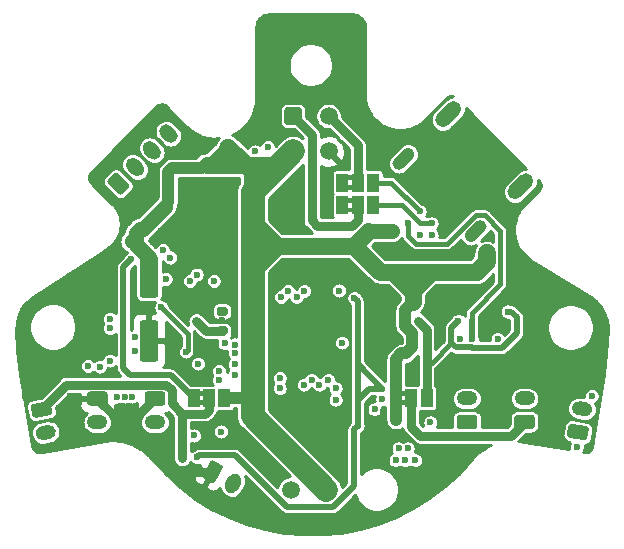
<source format=gbr>
%TF.GenerationSoftware,KiCad,Pcbnew,(5.1.10)-1*%
%TF.CreationDate,2021-12-06T16:33:20+01:00*%
%TF.ProjectId,MiniAB-CAN-Board,4d696e69-4142-42d4-9341-4e2d426f6172,rev?*%
%TF.SameCoordinates,Original*%
%TF.FileFunction,Copper,L1,Top*%
%TF.FilePolarity,Positive*%
%FSLAX46Y46*%
G04 Gerber Fmt 4.6, Leading zero omitted, Abs format (unit mm)*
G04 Created by KiCad (PCBNEW (5.1.10)-1) date 2021-12-06 16:33:20*
%MOMM*%
%LPD*%
G01*
G04 APERTURE LIST*
%TA.AperFunction,EtchedComponent*%
%ADD10C,0.100000*%
%TD*%
%TA.AperFunction,ComponentPad*%
%ADD11C,1.500000*%
%TD*%
%TA.AperFunction,SMDPad,CuDef*%
%ADD12R,1.000000X1.500000*%
%TD*%
%TA.AperFunction,ComponentPad*%
%ADD13O,1.750000X1.200000*%
%TD*%
%TA.AperFunction,ViaPad*%
%ADD14C,0.600000*%
%TD*%
%TA.AperFunction,ViaPad*%
%ADD15C,0.800000*%
%TD*%
%TA.AperFunction,Conductor*%
%ADD16C,0.750000*%
%TD*%
%TA.AperFunction,Conductor*%
%ADD17C,0.500000*%
%TD*%
%TA.AperFunction,Conductor*%
%ADD18C,0.400000*%
%TD*%
%TA.AperFunction,Conductor*%
%ADD19C,1.000000*%
%TD*%
%TA.AperFunction,Conductor*%
%ADD20C,2.000000*%
%TD*%
%TA.AperFunction,Conductor*%
%ADD21C,1.500000*%
%TD*%
%TA.AperFunction,Conductor*%
%ADD22C,1.300000*%
%TD*%
%TA.AperFunction,Conductor*%
%ADD23C,1.400000*%
%TD*%
%TA.AperFunction,Conductor*%
%ADD24C,0.254000*%
%TD*%
%TA.AperFunction,Conductor*%
%ADD25C,0.100000*%
%TD*%
G04 APERTURE END LIST*
D10*
%TO.C,JP4*%
G36*
X-32802400Y-61820400D02*
G01*
X-32302400Y-61820400D01*
X-32302400Y-62220400D01*
X-32802400Y-62220400D01*
X-32802400Y-61820400D01*
G37*
G36*
X-32802400Y-61020400D02*
G01*
X-32302400Y-61020400D01*
X-32302400Y-61420400D01*
X-32802400Y-61420400D01*
X-32802400Y-61020400D01*
G37*
%TO.C,JP3*%
G36*
X-15682800Y-61820400D02*
G01*
X-15182800Y-61820400D01*
X-15182800Y-62220400D01*
X-15682800Y-62220400D01*
X-15682800Y-61820400D01*
G37*
G36*
X-15682800Y-61020400D02*
G01*
X-15182800Y-61020400D01*
X-15182800Y-61420400D01*
X-15682800Y-61420400D01*
X-15682800Y-61020400D01*
G37*
%TO.C,JP2*%
G36*
X-20204000Y-45513600D02*
G01*
X-19704000Y-45513600D01*
X-19704000Y-45913600D01*
X-20204000Y-45913600D01*
X-20204000Y-45513600D01*
G37*
G36*
X-20204000Y-44713600D02*
G01*
X-19704000Y-44713600D01*
X-19704000Y-45113600D01*
X-20204000Y-45113600D01*
X-20204000Y-44713600D01*
G37*
%TO.C,JP1*%
G36*
X-20204000Y-43583200D02*
G01*
X-19704000Y-43583200D01*
X-19704000Y-43983200D01*
X-20204000Y-43983200D01*
X-20204000Y-43583200D01*
G37*
G36*
X-20204000Y-42783200D02*
G01*
X-19704000Y-42783200D01*
X-19704000Y-43183200D01*
X-20204000Y-43183200D01*
X-20204000Y-42783200D01*
G37*
%TD*%
D11*
%TO.P,J6,2*%
%TO.N,Net-(D5-Pad1)*%
X-24996400Y-69392800D03*
%TO.P,J6,1*%
%TO.N,+24V*%
%TA.AperFunction,ComponentPad*%
G36*
G01*
X-22496400Y-68642800D02*
X-21496400Y-68642800D01*
G75*
G02*
X-21246400Y-68892800I0J-250000D01*
G01*
X-21246400Y-69892800D01*
G75*
G02*
X-21496400Y-70142800I-250000J0D01*
G01*
X-22496400Y-70142800D01*
G75*
G02*
X-22746400Y-69892800I0J250000D01*
G01*
X-22746400Y-68892800D01*
G75*
G02*
X-22496400Y-68642800I250000J0D01*
G01*
G37*
%TD.AperFunction*%
%TD*%
%TO.P,TH1,2*%
%TO.N,GNDA*%
%TA.AperFunction,SMDPad,CuDef*%
G36*
G01*
X-31059800Y-55543000D02*
X-30509800Y-55543000D01*
G75*
G02*
X-30309800Y-55743000I0J-200000D01*
G01*
X-30309800Y-56143000D01*
G75*
G02*
X-30509800Y-56343000I-200000J0D01*
G01*
X-31059800Y-56343000D01*
G75*
G02*
X-31259800Y-56143000I0J200000D01*
G01*
X-31259800Y-55743000D01*
G75*
G02*
X-31059800Y-55543000I200000J0D01*
G01*
G37*
%TD.AperFunction*%
%TO.P,TH1,1*%
%TO.N,Net-(R39-Pad1)*%
%TA.AperFunction,SMDPad,CuDef*%
G36*
G01*
X-31059800Y-53893000D02*
X-30509800Y-53893000D01*
G75*
G02*
X-30309800Y-54093000I0J-200000D01*
G01*
X-30309800Y-54493000D01*
G75*
G02*
X-30509800Y-54693000I-200000J0D01*
G01*
X-31059800Y-54693000D01*
G75*
G02*
X-31259800Y-54493000I0J200000D01*
G01*
X-31259800Y-54093000D01*
G75*
G02*
X-31059800Y-53893000I200000J0D01*
G01*
G37*
%TD.AperFunction*%
%TD*%
D12*
%TO.P,JP4,2*%
%TO.N,Net-(J8-Pad1)*%
X-31902400Y-61620400D03*
%TO.P,JP4,3*%
%TO.N,+24V*%
X-30602400Y-61620400D03*
%TO.P,JP4,1*%
%TO.N,+5V*%
X-33202400Y-61620400D03*
%TD*%
%TO.P,JP3,2*%
%TO.N,Net-(J7-Pad1)*%
X-14782800Y-61620400D03*
%TO.P,JP3,3*%
%TO.N,+5V*%
X-13482800Y-61620400D03*
%TO.P,JP3,1*%
%TO.N,+24V*%
X-16082800Y-61620400D03*
%TD*%
%TO.P,JP2,2*%
%TO.N,Net-(J2-Pad1)*%
X-19304000Y-45313600D03*
%TO.P,JP2,3*%
%TO.N,DM*%
X-18004000Y-45313600D03*
%TO.P,JP2,1*%
%TO.N,CANL*%
X-20604000Y-45313600D03*
%TD*%
%TO.P,JP1,2*%
%TO.N,Net-(J2-Pad2)*%
X-19304000Y-43383200D03*
%TO.P,JP1,3*%
%TO.N,DP*%
X-18004000Y-43383200D03*
%TO.P,JP1,1*%
%TO.N,CANH*%
X-20604000Y-43383200D03*
%TD*%
%TO.P,J11,4*%
%TO.N,B2*%
%TA.AperFunction,ComponentPad*%
G36*
G01*
X-35560369Y-39860877D02*
X-35949277Y-39471969D01*
G75*
G02*
X-35949277Y-38623441I424264J424264D01*
G01*
X-35949277Y-38623441D01*
G75*
G02*
X-35100749Y-38623441I424264J-424264D01*
G01*
X-34711841Y-39012349D01*
G75*
G02*
X-34711841Y-39860877I-424264J-424264D01*
G01*
X-34711841Y-39860877D01*
G75*
G02*
X-35560369Y-39860877I-424264J424264D01*
G01*
G37*
%TD.AperFunction*%
%TO.P,J11,3*%
%TO.N,B1*%
%TA.AperFunction,ComponentPad*%
G36*
G01*
X-36974583Y-41275091D02*
X-37363491Y-40886183D01*
G75*
G02*
X-37363491Y-40037655I424264J424264D01*
G01*
X-37363491Y-40037655D01*
G75*
G02*
X-36514963Y-40037655I424264J-424264D01*
G01*
X-36126055Y-40426563D01*
G75*
G02*
X-36126055Y-41275091I-424264J-424264D01*
G01*
X-36126055Y-41275091D01*
G75*
G02*
X-36974583Y-41275091I-424264J424264D01*
G01*
G37*
%TD.AperFunction*%
%TO.P,J11,2*%
%TO.N,A1*%
%TA.AperFunction,ComponentPad*%
G36*
G01*
X-38388796Y-42689304D02*
X-38777704Y-42300396D01*
G75*
G02*
X-38777704Y-41451868I424264J424264D01*
G01*
X-38777704Y-41451868D01*
G75*
G02*
X-37929176Y-41451868I424264J-424264D01*
G01*
X-37540268Y-41840776D01*
G75*
G02*
X-37540268Y-42689304I-424264J-424264D01*
G01*
X-37540268Y-42689304D01*
G75*
G02*
X-38388796Y-42689304I-424264J424264D01*
G01*
G37*
%TD.AperFunction*%
%TO.P,J11,1*%
%TO.N,A2*%
%TA.AperFunction,ComponentPad*%
G36*
G01*
X-39555522Y-44351007D02*
X-40439407Y-43467122D01*
G75*
G02*
X-40439407Y-43113570I176776J176776D01*
G01*
X-39944430Y-42618593D01*
G75*
G02*
X-39590878Y-42618593I176776J-176776D01*
G01*
X-38706993Y-43502478D01*
G75*
G02*
X-38706993Y-43856030I-176776J-176776D01*
G01*
X-39201970Y-44351007D01*
G75*
G02*
X-39555522Y-44351007I-176776J176776D01*
G01*
G37*
%TD.AperFunction*%
%TD*%
D13*
%TO.P,J10,2*%
%TO.N,Net-(J10-Pad2)*%
X-10058400Y-61652400D03*
%TO.P,J10,1*%
%TO.N,GNDA*%
%TA.AperFunction,ComponentPad*%
G36*
G01*
X-9433399Y-64252400D02*
X-10683401Y-64252400D01*
G75*
G02*
X-10933400Y-64002401I0J249999D01*
G01*
X-10933400Y-63302399D01*
G75*
G02*
X-10683401Y-63052400I249999J0D01*
G01*
X-9433399Y-63052400D01*
G75*
G02*
X-9183400Y-63302399I0J-249999D01*
G01*
X-9183400Y-64002401D01*
G75*
G02*
X-9433399Y-64252400I-249999J0D01*
G01*
G37*
%TD.AperFunction*%
%TD*%
%TO.P,J9,2*%
%TO.N,Net-(D7-Pad1)*%
%TA.AperFunction,ComponentPad*%
G36*
G01*
X-146471Y-63185022D02*
X-688115Y-63089516D01*
G75*
G02*
X-1174811Y-62394442I104189J590885D01*
G01*
X-1174811Y-62394442D01*
G75*
G02*
X-479737Y-61907746I590885J-104189D01*
G01*
X61907Y-62003252D01*
G75*
G02*
X548603Y-62698326I-104189J-590885D01*
G01*
X548603Y-62698326D01*
G75*
G02*
X-146471Y-63185022I-590885J104189D01*
G01*
G37*
%TD.AperFunction*%
%TO.P,J9,1*%
%TO.N,Net-(J8-Pad1)*%
%TA.AperFunction,ComponentPad*%
G36*
G01*
X-149083Y-65215415D02*
X-1380095Y-64998354D01*
G75*
G02*
X-1582884Y-64708741I43412J246201D01*
G01*
X-1461330Y-64019374D01*
G75*
G02*
X-1171717Y-63816585I246201J-43412D01*
G01*
X59295Y-64033646D01*
G75*
G02*
X262084Y-64323259I-43412J-246201D01*
G01*
X140530Y-65012626D01*
G75*
G02*
X-149083Y-65215415I-246201J43412D01*
G01*
G37*
%TD.AperFunction*%
%TD*%
%TO.P,J8,2*%
%TO.N,Net-(D7-Pad1)*%
%TA.AperFunction,ComponentPad*%
G36*
G01*
X-46103315Y-64012084D02*
X-45561671Y-63916578D01*
G75*
G02*
X-44866597Y-64403274I104189J-590885D01*
G01*
X-44866597Y-64403274D01*
G75*
G02*
X-45353293Y-65098348I-590885J-104189D01*
G01*
X-45894937Y-65193854D01*
G75*
G02*
X-46590011Y-64707158I-104189J590885D01*
G01*
X-46590011Y-64707158D01*
G75*
G02*
X-46103315Y-64012084I590885J104189D01*
G01*
G37*
%TD.AperFunction*%
%TO.P,J8,1*%
%TO.N,Net-(J8-Pad1)*%
%TA.AperFunction,ComponentPad*%
G36*
G01*
X-46795295Y-62103246D02*
X-45564283Y-61886185D01*
G75*
G02*
X-45274670Y-62088974I43412J-246201D01*
G01*
X-45153116Y-62778341D01*
G75*
G02*
X-45355905Y-63067954I-246201J-43412D01*
G01*
X-46586917Y-63285015D01*
G75*
G02*
X-46876530Y-63082226I-43412J246201D01*
G01*
X-46998084Y-62392859D01*
G75*
G02*
X-46795295Y-62103246I246201J43412D01*
G01*
G37*
%TD.AperFunction*%
%TD*%
%TO.P,J7,2*%
%TO.N,Net-(D6-Pad1)*%
X-5181600Y-61652400D03*
%TO.P,J7,1*%
%TO.N,Net-(J7-Pad1)*%
%TA.AperFunction,ComponentPad*%
G36*
G01*
X-4556599Y-64252400D02*
X-5806601Y-64252400D01*
G75*
G02*
X-6056600Y-64002401I0J249999D01*
G01*
X-6056600Y-63302399D01*
G75*
G02*
X-5806601Y-63052400I249999J0D01*
G01*
X-4556599Y-63052400D01*
G75*
G02*
X-4306600Y-63302399I0J-249999D01*
G01*
X-4306600Y-64002401D01*
G75*
G02*
X-4556599Y-64252400I-249999J0D01*
G01*
G37*
%TD.AperFunction*%
%TD*%
%TO.P,J5,2*%
%TO.N,Net-(J5-Pad2)*%
X-41351200Y-63671200D03*
%TO.P,J5,1*%
%TO.N,GND*%
%TA.AperFunction,ComponentPad*%
G36*
G01*
X-41976201Y-61071200D02*
X-40726199Y-61071200D01*
G75*
G02*
X-40476200Y-61321199I0J-249999D01*
G01*
X-40476200Y-62021201D01*
G75*
G02*
X-40726199Y-62271200I-249999J0D01*
G01*
X-41976201Y-62271200D01*
G75*
G02*
X-42226200Y-62021201I0J249999D01*
G01*
X-42226200Y-61321199D01*
G75*
G02*
X-41976201Y-61071200I249999J0D01*
G01*
G37*
%TD.AperFunction*%
%TD*%
%TO.P,J4,2*%
%TO.N,Net-(J4-Pad2)*%
X-36474400Y-63671200D03*
%TO.P,J4,1*%
%TO.N,GND*%
%TA.AperFunction,ComponentPad*%
G36*
G01*
X-37099401Y-61071200D02*
X-35849399Y-61071200D01*
G75*
G02*
X-35599400Y-61321199I0J-249999D01*
G01*
X-35599400Y-62021201D01*
G75*
G02*
X-35849399Y-62271200I-249999J0D01*
G01*
X-37099401Y-62271200D01*
G75*
G02*
X-37349400Y-62021201I0J249999D01*
G01*
X-37349400Y-61321199D01*
G75*
G02*
X-37099401Y-61071200I249999J0D01*
G01*
G37*
%TD.AperFunction*%
%TD*%
%TO.P,J3,2*%
%TO.N,Net-(J3-Pad2)*%
%TA.AperFunction,ComponentPad*%
G36*
G01*
X-30522664Y-68806957D02*
X-30247664Y-68330643D01*
G75*
G02*
X-29428049Y-68111028I519615J-300000D01*
G01*
X-29428049Y-68111028D01*
G75*
G02*
X-29208434Y-68930643I-300000J-519615D01*
G01*
X-29483434Y-69406957D01*
G75*
G02*
X-30303049Y-69626572I-519615J300000D01*
G01*
X-30303049Y-69626572D01*
G75*
G02*
X-30522664Y-68806957I300000J519615D01*
G01*
G37*
%TD.AperFunction*%
%TO.P,J3,1*%
%TO.N,GND*%
%TA.AperFunction,ComponentPad*%
G36*
G01*
X-32429715Y-68110067D02*
X-31804714Y-67027534D01*
G75*
G02*
X-31463209Y-66936028I216505J-124999D01*
G01*
X-30856990Y-67286029D01*
G75*
G02*
X-30765485Y-67627533I-125000J-216505D01*
G01*
X-31390486Y-68710066D01*
G75*
G02*
X-31731991Y-68801572I-216505J124999D01*
G01*
X-32338210Y-68451571D01*
G75*
G02*
X-32429715Y-68110067I125000J216505D01*
G01*
G37*
%TD.AperFunction*%
%TD*%
D11*
%TO.P,J2,4*%
%TO.N,GND*%
X-21777700Y-40757100D03*
%TO.P,J2,3*%
%TO.N,+24V*%
X-24777700Y-40757100D03*
%TO.P,J2,2*%
%TO.N,Net-(J2-Pad2)*%
X-21777700Y-37757100D03*
%TO.P,J2,1*%
%TO.N,Net-(J2-Pad1)*%
%TA.AperFunction,ComponentPad*%
G36*
G01*
X-25527700Y-38257100D02*
X-25527700Y-37257100D01*
G75*
G02*
X-25277700Y-37007100I250000J0D01*
G01*
X-24277700Y-37007100D01*
G75*
G02*
X-24027700Y-37257100I0J-250000D01*
G01*
X-24027700Y-38257100D01*
G75*
G02*
X-24277700Y-38507100I-250000J0D01*
G01*
X-25277700Y-38507100D01*
G75*
G02*
X-25527700Y-38257100I0J250000D01*
G01*
G37*
%TD.AperFunction*%
%TD*%
%TO.P,J1,S4*%
%TO.N,Net-(J1-PadS1)*%
%TA.AperFunction,ComponentPad*%
G36*
G01*
X-6457923Y-43702888D02*
X-5538685Y-42783650D01*
G75*
G02*
X-4619447Y-42783650I459619J-459619D01*
G01*
X-4619447Y-42783650D01*
G75*
G02*
X-4619447Y-43702888I-459619J-459619D01*
G01*
X-5538685Y-44622126D01*
G75*
G02*
X-6457923Y-44622126I-459619J459619D01*
G01*
X-6457923Y-44622126D01*
G75*
G02*
X-6457923Y-43702888I459619J459619D01*
G01*
G37*
%TD.AperFunction*%
%TO.P,J1,S3*%
%TA.AperFunction,ComponentPad*%
G36*
G01*
X-12567326Y-37593485D02*
X-11648088Y-36674247D01*
G75*
G02*
X-10728850Y-36674247I459619J-459619D01*
G01*
X-10728850Y-36674247D01*
G75*
G02*
X-10728850Y-37593485I-459619J-459619D01*
G01*
X-11648088Y-38512723D01*
G75*
G02*
X-12567326Y-38512723I-459619J459619D01*
G01*
X-12567326Y-38512723D01*
G75*
G02*
X-12567326Y-37593485I459619J459619D01*
G01*
G37*
%TD.AperFunction*%
%TO.P,J1,S2*%
%TA.AperFunction,ComponentPad*%
G36*
G01*
X-10106595Y-47492980D02*
X-9328777Y-46715162D01*
G75*
G02*
X-8550959Y-46715162I388909J-388909D01*
G01*
X-8550959Y-46715162D01*
G75*
G02*
X-8550959Y-47492980I-388909J-388909D01*
G01*
X-9328777Y-48270798D01*
G75*
G02*
X-10106595Y-48270798I-388909J388909D01*
G01*
X-10106595Y-48270798D01*
G75*
G02*
X-10106595Y-47492980I388909J388909D01*
G01*
G37*
%TD.AperFunction*%
%TO.P,J1,S1*%
%TA.AperFunction,ComponentPad*%
G36*
G01*
X-16215998Y-41383577D02*
X-15438180Y-40605759D01*
G75*
G02*
X-14660362Y-40605759I388909J-388909D01*
G01*
X-14660362Y-40605759D01*
G75*
G02*
X-14660362Y-41383577I-388909J-388909D01*
G01*
X-15438180Y-42161395D01*
G75*
G02*
X-16215998Y-42161395I-388909J388909D01*
G01*
X-16215998Y-42161395D01*
G75*
G02*
X-16215998Y-41383577I388909J388909D01*
G01*
G37*
%TD.AperFunction*%
%TD*%
%TO.P,C33,2*%
%TO.N,GND*%
%TA.AperFunction,SMDPad,CuDef*%
G36*
G01*
X-37532400Y-55052000D02*
X-36432400Y-55052000D01*
G75*
G02*
X-36182400Y-55302000I0J-250000D01*
G01*
X-36182400Y-58302000D01*
G75*
G02*
X-36432400Y-58552000I-250000J0D01*
G01*
X-37532400Y-58552000D01*
G75*
G02*
X-37782400Y-58302000I0J250000D01*
G01*
X-37782400Y-55302000D01*
G75*
G02*
X-37532400Y-55052000I250000J0D01*
G01*
G37*
%TD.AperFunction*%
%TO.P,C33,1*%
%TO.N,+24V*%
%TA.AperFunction,SMDPad,CuDef*%
G36*
G01*
X-37532400Y-49652000D02*
X-36432400Y-49652000D01*
G75*
G02*
X-36182400Y-49902000I0J-250000D01*
G01*
X-36182400Y-52902000D01*
G75*
G02*
X-36432400Y-53152000I-250000J0D01*
G01*
X-37532400Y-53152000D01*
G75*
G02*
X-37782400Y-52902000I0J250000D01*
G01*
X-37782400Y-49902000D01*
G75*
G02*
X-37532400Y-49652000I250000J0D01*
G01*
G37*
%TD.AperFunction*%
%TD*%
D14*
%TO.N,*%
X508000Y-61468000D03*
X-762000Y-65786000D03*
%TO.N,GND*%
X-25577800Y-47599600D03*
X-4064000Y-53848000D03*
X-20320000Y-36322000D03*
X-26162000Y-36322000D03*
X-762000Y-58928000D03*
X-2032000Y-58928000D03*
X-3302000Y-58928000D03*
X-3810000Y-52578000D03*
X-3810000Y-51308000D03*
X-4318000Y-57632600D03*
X-4318000Y-56388000D03*
X-4318000Y-55118000D03*
X-32156400Y-49174400D03*
X-23241000Y-36322000D03*
X-25908000Y-72390000D03*
X-20828000Y-72390000D03*
X-23368000Y-72644000D03*
X-2921000Y-61468000D03*
X-42672000Y-57658000D03*
X-6350000Y-48006000D03*
X-17678400Y-52197000D03*
X-2540000Y-51943000D03*
X-9906000Y-42646600D03*
X-8636000Y-43942000D03*
X-7366000Y-45212000D03*
X-6096000Y-46482000D03*
X-7366000Y-42646600D03*
X-6096000Y-41402000D03*
X-7366000Y-40132000D03*
X-8636000Y-38862000D03*
X-9906000Y-37592000D03*
X-11176000Y-38862000D03*
X-19050000Y-37592000D03*
X-21590000Y-35052000D03*
X-23241000Y-31242000D03*
X-20320000Y-33782000D03*
X-26162000Y-33782000D03*
X-20320000Y-31242000D03*
X-26162000Y-31242000D03*
X-34544000Y-38227000D03*
X-34544000Y-40640000D03*
X-37338000Y-43942000D03*
X-40513000Y-44323000D03*
X-3556000Y-62484000D03*
X-2286000Y-62484000D03*
X-10668000Y-66294000D03*
X-13208000Y-67564000D03*
X-11938000Y-67564000D03*
X-11938000Y-66294000D03*
X-13208000Y-68834000D03*
X-33934400Y-68935600D03*
X-37084000Y-65659000D03*
X-35763200Y-65659000D03*
X-43688000Y-65659000D03*
X-45643800Y-65963800D03*
X-46228000Y-61468000D03*
X-47498000Y-61468000D03*
X-44958000Y-60198000D03*
X-43688000Y-62738000D03*
X-43688000Y-61468000D03*
X-41910000Y-55118000D03*
X-43688000Y-58928000D03*
X-41910000Y-56388000D03*
X-41910000Y-53848000D03*
X-43688000Y-51308000D03*
X-44958000Y-58928000D03*
X-47498000Y-58928000D03*
X-46228000Y-60198000D03*
X-34544000Y-51562000D03*
X-35941000Y-47447200D03*
X-36652200Y-48387000D03*
D15*
X-34518600Y-57048400D03*
D14*
X-40284400Y-57353200D03*
X-29819600Y-54559200D03*
X-29819600Y-53771800D03*
X-30759400Y-55041800D03*
X-40284400Y-56540400D03*
X-31877000Y-59690000D03*
X-37185600Y-57353200D03*
X-12649200Y-55067200D03*
X-17678400Y-53187600D03*
X-22758400Y-52578000D03*
X-14732000Y-59842400D03*
X-17221200Y-56845200D03*
X-15697200Y-56845200D03*
X-39674800Y-63449200D03*
X-39014400Y-63449200D03*
X-38354000Y-63449200D03*
X-37592000Y-38862000D03*
X-40132000Y-41402000D03*
X-38862000Y-40132000D03*
X-39243000Y-45847000D03*
X-27432000Y-37592000D03*
X-27432000Y-32512000D03*
X-19050000Y-29972000D03*
X-19050000Y-35052000D03*
X-33528000Y-50546000D03*
X-24714200Y-47599600D03*
X-26670000Y-53594000D03*
X-26670000Y-52476400D03*
X-23368000Y-51206400D03*
X-23368000Y-50596800D03*
X-23368000Y-49987200D03*
X-23215600Y-57150000D03*
X-23215600Y-58724800D03*
X-20472400Y-49987200D03*
X-40436800Y-53289200D03*
X-41148000Y-52527200D03*
X-41910000Y-51816000D03*
X-38303200Y-52578000D03*
X-38303200Y-53314600D03*
X-41148000Y-58013600D03*
X-34137600Y-53949600D03*
X-8483600Y-55676800D03*
X-6604000Y-55372000D03*
X-5892800Y-49377600D03*
X-29972000Y-49834800D03*
X-8483600Y-62687200D03*
X-24536400Y-59994800D03*
X-31191200Y-44450000D03*
X-32969200Y-46228000D03*
X-32156400Y-47040800D03*
X-30429200Y-45364400D03*
X-32156400Y-43688000D03*
X-33832800Y-45364400D03*
X-32969200Y-44450000D03*
X-31191200Y-46228000D03*
X-32054800Y-45313600D03*
X-33020000Y-41097200D03*
X-36423600Y-44551600D03*
X-8128000Y-51866800D03*
X-9550400Y-58674000D03*
X-8483600Y-61315600D03*
X-36957000Y-53695600D03*
X-15875000Y-49276000D03*
X-17373600Y-48768000D03*
X-17170400Y-62839600D03*
X-11988800Y-49326800D03*
X-10972800Y-49326800D03*
X-9956800Y-49326800D03*
X-11988800Y-47752000D03*
X-11988800Y-46939200D03*
X-8128000Y-48006000D03*
X-16560800Y-48768000D03*
X-17780000Y-40132000D03*
X-17780000Y-38862000D03*
X-13970000Y-38862000D03*
X-12700000Y-40132000D03*
X-8636000Y-41402000D03*
X-11176000Y-41402000D03*
X-9906000Y-40132000D03*
X-19050000Y-32512000D03*
X-24866600Y-35052000D03*
X-27432000Y-35052000D03*
X-24892000Y-29972000D03*
X-27432000Y-29972000D03*
X-21590000Y-29972000D03*
X-36322000Y-37592000D03*
X-41402000Y-42672000D03*
X-46228000Y-58928000D03*
X-47498000Y-60198000D03*
X-42418000Y-52578000D03*
X-762000Y-60198000D03*
X508000Y-60198000D03*
X508000Y-58928000D03*
X-2286000Y-63754000D03*
X-3556000Y-63754000D03*
X-14478000Y-68834000D03*
X-14478000Y-70104000D03*
X-15748000Y-71374000D03*
X-19558000Y-71374000D03*
X-22098000Y-72644000D03*
X-24638000Y-72644000D03*
X-27178000Y-71374000D03*
X-29718000Y-71374000D03*
X-34950400Y-67919600D03*
X-35763200Y-67005200D03*
X-43688000Y-64008000D03*
X-20918200Y-53503800D03*
X-16002000Y-53187600D03*
X-16764000Y-53187600D03*
X-18643600Y-53187600D03*
X-29819600Y-55321200D03*
X-31877000Y-64008000D03*
X-23901400Y-59334400D03*
X-22555200Y-57150000D03*
X-26035000Y-58369200D03*
X-26035000Y-57581800D03*
X-21844000Y-58699400D03*
X-20878800Y-58699400D03*
X-20472400Y-59182000D03*
D15*
X-26390600Y-71196200D03*
X-27025600Y-70561200D03*
X-27635200Y-69900800D03*
D14*
%TO.N,+3V3*%
X-35560000Y-51562000D03*
X-33832800Y-57708800D03*
X-9652000Y-56591200D03*
X-17221200Y-60858400D03*
X-42164000Y-58928000D03*
X-15087600Y-46837600D03*
X-32943800Y-66649600D03*
X-19593600Y-53171600D03*
X-35940940Y-53964840D03*
X-19312400Y-63969900D03*
X-20878800Y-52527200D03*
X-26924000Y-40386000D03*
%TO.N,+24V*%
X-30276800Y-40436800D03*
X-32156400Y-41859200D03*
X-35661600Y-45364400D03*
X-16408400Y-47447200D03*
X-17221200Y-47447200D03*
X-8382000Y-49377600D03*
X-9245600Y-50952400D03*
D15*
X-37733608Y-47305592D03*
X-38446100Y-48371100D03*
D14*
%TO.N,AREF*%
X-38404800Y-61518800D03*
X-39674800Y-61518800D03*
X-39014400Y-61518800D03*
X-14427200Y-66903600D03*
X-15290800Y-66903600D03*
X-16103600Y-66903600D03*
%TO.N,GNDA*%
X-32969200Y-55118000D03*
X-21183600Y-60807600D03*
X-15087600Y-65887600D03*
X-15849600Y-65887600D03*
%TO.N,ENDSTOP2*%
X-32816800Y-58724800D03*
X-23876000Y-60502800D03*
%TO.N,ENDSTOP1*%
X-23215600Y-60096400D03*
X-41148000Y-58980000D03*
%TO.N,+5V*%
X-38506400Y-49885600D03*
X-14239200Y-55079900D03*
X-10784800Y-55079900D03*
X-6606000Y-54305200D03*
%TO.N,TH0*%
X-17221200Y-61722000D03*
X-13157200Y-63700600D03*
%TO.N,CANL*%
X-20624800Y-45313600D03*
%TO.N,CANH*%
X-20624800Y-43383200D03*
%TO.N,TH1*%
X-30581600Y-56997600D03*
X-17881600Y-62585600D03*
%TO.N,Net-(D7-Pad1)*%
X-33175000Y-64800000D03*
%TO.N,SCLK*%
X-38201600Y-56438800D03*
X-25908000Y-60807600D03*
%TO.N,SDI*%
X-40284400Y-54914800D03*
X-31038800Y-59334400D03*
%TO.N,SDO*%
X-31038800Y-60096400D03*
X-40284400Y-55727600D03*
%TO.N,ADXL-INT1*%
X-40284400Y-58470800D03*
X-21793200Y-60096400D03*
%TO.N,ADXL-CS*%
X-38176200Y-57658000D03*
X-22555200Y-60502800D03*
%TO.N,DM*%
X-13055600Y-46837600D03*
%TO.N,DP*%
X-14071600Y-45821600D03*
%TO.N,Net-(J8-Pad1)*%
X-31902400Y-61620400D03*
X-34162401Y-66726399D03*
%TO.N,USBDP*%
X-29718000Y-57099200D03*
X-14071600Y-47853600D03*
%TO.N,USBDM*%
X-29718000Y-57810400D03*
X-13055600Y-47855600D03*
%TO.N,LED0*%
X-10617200Y-56591200D03*
X-20624800Y-56946800D03*
%TO.N,HE-FAN*%
X-25908000Y-59944000D03*
X-7465600Y-56629300D03*
%TO.N,PC-FAN*%
X-30886400Y-64465200D03*
X-21183600Y-61772800D03*
%TO.N,ST_UART_RX*%
X-29718000Y-58775600D03*
X-32943800Y-51181000D03*
%TO.N,ST_EN*%
X-23825200Y-52578000D03*
X-27995824Y-40736576D03*
%TO.N,ST_UART_TX*%
X-33528000Y-51714400D03*
X-29718000Y-59639200D03*
%TO.N,Net-(R39-Pad1)*%
X-30784800Y-54254400D03*
%TO.N,ST_DIR*%
X-24485600Y-53086000D03*
X-35814000Y-49098200D03*
%TO.N,ST_STEP*%
X-35179000Y-49733200D03*
X-25196800Y-52578000D03*
%TO.N,ST_DIAG*%
X-31496000Y-51739800D03*
X-25806400Y-53086000D03*
%TD*%
D16*
%TO.N,GND*%
X-39674800Y-63347600D02*
X-39674800Y-63449200D01*
X-41351200Y-61671200D02*
X-39674800Y-63347600D01*
X-36576000Y-61671200D02*
X-38354000Y-63449200D01*
X-36474400Y-61671200D02*
X-36576000Y-61671200D01*
X-34899600Y-67868800D02*
X-34950400Y-67919600D01*
X-31597600Y-67868800D02*
X-34899600Y-67868800D01*
D17*
%TO.N,+3V3*%
X-19312400Y-53452800D02*
X-19593600Y-53171600D01*
X-19312400Y-63969900D02*
X-19312400Y-63969900D01*
X-19210800Y-58868800D02*
X-19312400Y-58868800D01*
X-17221200Y-60858400D02*
X-19210800Y-58868800D01*
X-19312400Y-58868800D02*
X-19312400Y-53452800D01*
X-18355600Y-60858400D02*
X-19312400Y-61815200D01*
X-17221200Y-60858400D02*
X-18355600Y-60858400D01*
X-19312400Y-61815200D02*
X-19312400Y-58868800D01*
X-19312400Y-63969900D02*
X-19312400Y-61815200D01*
D18*
X-7231990Y-47468433D02*
X-7231990Y-52006792D01*
X-8546361Y-46154062D02*
X-7231990Y-47468433D01*
X-9333375Y-46154062D02*
X-8546361Y-46154062D01*
X-14405601Y-48555601D02*
X-11734914Y-48555601D01*
X-11734914Y-48555601D02*
X-9333375Y-46154062D01*
X-15087600Y-47873602D02*
X-14405601Y-48555601D01*
X-15087600Y-46837600D02*
X-15087600Y-47873602D01*
D17*
X-9652000Y-56591200D02*
X-9652000Y-55045960D01*
X-19626401Y-64283901D02*
X-19312400Y-63969900D01*
X-19626401Y-69073423D02*
X-19626401Y-64283901D01*
X-21395786Y-70842808D02*
X-19626401Y-69073423D01*
X-25322394Y-70842808D02*
X-21395786Y-70842808D01*
X-29712143Y-66453059D02*
X-25322394Y-70842808D01*
X-32747259Y-66453059D02*
X-29712143Y-66453059D01*
X-32943800Y-66649600D02*
X-32747259Y-66453059D01*
D18*
X-9652000Y-54426802D02*
X-7231990Y-52006792D01*
X-9652000Y-56591200D02*
X-9652000Y-54426802D01*
X-33718599Y-57594599D02*
X-33832800Y-57708800D01*
X-33718599Y-56187181D02*
X-33718599Y-57594599D01*
X-35940940Y-53964840D02*
X-33718599Y-56187181D01*
D19*
%TO.N,+24V*%
X-28295600Y-61620400D02*
X-28215212Y-61540012D01*
X-30602400Y-61620400D02*
X-28295600Y-61620400D01*
D20*
X-28215212Y-61540012D02*
X-28215212Y-63173988D01*
X-28215212Y-44194612D02*
X-24777700Y-40757100D01*
D19*
X-16082800Y-61620400D02*
X-16082800Y-63479200D01*
D21*
X-8382000Y-50088800D02*
X-9245600Y-50952400D01*
X-8382000Y-49377600D02*
X-8382000Y-50088800D01*
D20*
X-28215212Y-46096812D02*
X-28215212Y-44194612D01*
D19*
X-28074623Y-48987199D02*
X-28215212Y-49127788D01*
X-15314208Y-54183010D02*
X-14646399Y-53515201D01*
X-15314208Y-55525184D02*
X-15314208Y-54183010D01*
X-14697199Y-57325201D02*
X-14697199Y-56142193D01*
X-15217199Y-57845201D02*
X-14697199Y-57325201D01*
X-16082800Y-58323000D02*
X-15605001Y-57845201D01*
X-16082800Y-61620400D02*
X-16082800Y-58323000D01*
X-15605001Y-57845201D02*
X-15217199Y-57845201D01*
X-14697199Y-56142193D02*
X-15314208Y-55525184D01*
D20*
X-21996400Y-69392800D02*
X-28215212Y-63173988D01*
D22*
X-16408400Y-47447200D02*
X-18435175Y-47447200D01*
X-38069484Y-47641468D02*
X-37733608Y-47305592D01*
X-38069484Y-48671718D02*
X-38069484Y-47641468D01*
X-36982400Y-49758802D02*
X-38069484Y-48671718D01*
X-36982400Y-51402000D02*
X-36982400Y-49758802D01*
X-38318898Y-48371100D02*
X-38446100Y-48371100D01*
X-36982400Y-49707598D02*
X-38318898Y-48371100D01*
X-36982400Y-51402000D02*
X-36982400Y-49707598D01*
X-31699200Y-41859200D02*
X-32156400Y-41859200D01*
X-30276800Y-40436800D02*
X-31699200Y-41859200D01*
X-24777700Y-40627098D02*
X-24777700Y-40757100D01*
X-37475590Y-47305592D02*
X-35597999Y-45428001D01*
X-37733608Y-47305592D02*
X-37475590Y-47305592D01*
D19*
X-32456399Y-42159199D02*
X-35047199Y-42159199D01*
X-32156400Y-41859200D02*
X-32456399Y-42159199D01*
X-35361601Y-42473601D02*
X-35047199Y-42159199D01*
X-35361601Y-45064401D02*
X-35361601Y-42473601D01*
X-35661600Y-45364400D02*
X-35361601Y-45064401D01*
D21*
X-26007177Y-41986577D02*
X-24777700Y-40757100D01*
X-28727023Y-41986577D02*
X-26007177Y-41986577D01*
X-30276800Y-40436800D02*
X-28727023Y-41986577D01*
X-28215212Y-42498388D02*
X-28215212Y-46096812D01*
X-30276800Y-40436800D02*
X-28215212Y-42498388D01*
D22*
X-32129023Y-41886577D02*
X-32156400Y-41859200D01*
X-25907177Y-41886577D02*
X-32129023Y-41886577D01*
X-24777700Y-40757100D02*
X-25907177Y-41886577D01*
D23*
X-32079023Y-41936577D02*
X-32081199Y-41934401D01*
X-25957177Y-41936577D02*
X-32079023Y-41936577D01*
X-24777700Y-40757100D02*
X-25957177Y-41936577D01*
D17*
X-28194000Y-47625000D02*
X-28215212Y-47646212D01*
D20*
X-28215212Y-47646212D02*
X-28215212Y-46096812D01*
X-28215212Y-49127788D02*
X-28215212Y-47646212D01*
D17*
X-25826399Y-48468601D02*
X-25826399Y-48737199D01*
D23*
X-25826399Y-48737199D02*
X-27124225Y-48737199D01*
D17*
X-26670000Y-48282974D02*
X-27124225Y-48737199D01*
D23*
X-27592912Y-48268512D02*
X-28215212Y-47646212D01*
X-27124225Y-48737199D02*
X-27592912Y-48268512D01*
D17*
X-28198188Y-46096812D02*
X-28215212Y-46096812D01*
D23*
X-19654463Y-48737199D02*
X-18399819Y-47482555D01*
X-22295799Y-48737199D02*
X-19654463Y-48737199D01*
X-25826399Y-48737199D02*
X-22295799Y-48737199D01*
X-14646399Y-53515201D02*
X-14646399Y-52767199D01*
X-14646399Y-53515201D02*
X-14646399Y-51069999D01*
X-14646399Y-51069999D02*
X-14528800Y-50952400D01*
X-9245600Y-50952400D02*
X-14528800Y-50952400D01*
X-9245600Y-50952400D02*
X-12083598Y-50952400D01*
X-14646399Y-53515201D02*
X-14646399Y-52466999D01*
X-13131800Y-50952400D02*
X-12083598Y-50952400D01*
X-14646399Y-52466999D02*
X-13131800Y-50952400D01*
X-14646399Y-53515201D02*
X-14646399Y-52612801D01*
X-14646399Y-52612801D02*
X-16306800Y-50952400D01*
X-14528800Y-50952400D02*
X-16306800Y-50952400D01*
X-17439262Y-50952400D02*
X-16306800Y-50952400D01*
X-19654463Y-48737199D02*
X-17439262Y-50952400D01*
D20*
X-28215212Y-50778788D02*
X-28215212Y-61540012D01*
X-28215212Y-49127788D02*
X-28215212Y-50778788D01*
D17*
X-27313512Y-48268512D02*
X-27592912Y-48268512D01*
D23*
X-26173623Y-48737199D02*
X-28215212Y-50778788D01*
X-25826399Y-48737199D02*
X-26173623Y-48737199D01*
X-28198188Y-46712634D02*
X-26173623Y-48737199D01*
X-28198188Y-46096812D02*
X-28198188Y-46712634D01*
D16*
%TO.N,GNDA*%
X-32144200Y-55943000D02*
X-32969200Y-55118000D01*
X-30784800Y-55943000D02*
X-32144200Y-55943000D01*
%TO.N,+5V*%
X-14239200Y-55079900D02*
X-13482800Y-55836300D01*
D17*
X-39166800Y-50546000D02*
X-38506400Y-49885600D01*
X-39166800Y-59080400D02*
X-39166800Y-50546000D01*
X-38576020Y-59671180D02*
X-39166800Y-59080400D01*
X-35151620Y-59671180D02*
X-38576020Y-59671180D01*
X-33202400Y-61620400D02*
X-35151620Y-59671180D01*
X-11367201Y-56951201D02*
X-11367201Y-55662301D01*
X-10977201Y-57341201D02*
X-11367201Y-56951201D01*
X-9642001Y-57341201D02*
X-10977201Y-57341201D01*
X-11367201Y-55662301D02*
X-10784800Y-55079900D01*
X-9603901Y-57379301D02*
X-9642001Y-57341201D01*
X-7105599Y-57379301D02*
X-9603901Y-57379301D01*
X-5853999Y-56127701D02*
X-7105599Y-57379301D01*
X-5853999Y-54787201D02*
X-5853999Y-56127701D01*
X-6336000Y-54305200D02*
X-5853999Y-54787201D01*
X-6606000Y-54305200D02*
X-6336000Y-54305200D01*
D18*
X-13060000Y-58644000D02*
X-11367201Y-56951201D01*
D16*
X-13482800Y-55836300D02*
X-13482800Y-58644000D01*
D18*
X-13067200Y-58644000D02*
X-13482800Y-59059600D01*
X-13060000Y-58644000D02*
X-13067200Y-58644000D01*
D16*
X-13482800Y-59059600D02*
X-13482800Y-61620400D01*
X-13482800Y-58644000D02*
X-13482800Y-59059600D01*
D18*
%TO.N,DM*%
X-18004000Y-45313600D02*
X-15595600Y-45313600D01*
X-14071600Y-46837600D02*
X-13055600Y-46837600D01*
X-15595600Y-45313600D02*
X-14071600Y-46837600D01*
%TO.N,DP*%
X-16510000Y-43383200D02*
X-14071600Y-45821600D01*
X-18004000Y-43383200D02*
X-16510000Y-43383200D01*
D16*
%TO.N,Net-(J2-Pad2)*%
X-19304000Y-40230800D02*
X-21777700Y-37757100D01*
X-19304000Y-43383200D02*
X-19304000Y-40230800D01*
%TO.N,Net-(J2-Pad1)*%
X-19304000Y-46583600D02*
X-19304000Y-45313600D01*
X-19786600Y-47066200D02*
X-19304000Y-46583600D01*
X-22733000Y-47066200D02*
X-19786600Y-47066200D01*
X-23202691Y-46596509D02*
X-22733000Y-47066200D01*
X-23202691Y-39332109D02*
X-23202691Y-46596509D01*
X-24777700Y-37757100D02*
X-23202691Y-39332109D01*
%TO.N,Net-(J7-Pad1)*%
X-14782800Y-61620400D02*
X-14782800Y-64058800D01*
X-6356610Y-64827410D02*
X-5181600Y-63652400D01*
X-14014190Y-64827410D02*
X-6356610Y-64827410D01*
X-14782800Y-64058800D02*
X-14014190Y-64827410D01*
%TO.N,Net-(J8-Pad1)*%
X-43986190Y-60496190D02*
X-46075600Y-62585600D01*
X-35507666Y-60496190D02*
X-43986190Y-60496190D01*
X-35024390Y-62083412D02*
X-35024390Y-60979466D01*
X-34162401Y-62945401D02*
X-35024390Y-62083412D01*
X-35024390Y-60979466D02*
X-35507666Y-60496190D01*
X-32242399Y-62945401D02*
X-34162401Y-62945401D01*
X-31902400Y-62605402D02*
X-32242399Y-62945401D01*
X-31902400Y-61620400D02*
X-31902400Y-62605402D01*
X-34162401Y-62945401D02*
X-34162401Y-66726399D01*
X-34162401Y-66726399D02*
X-34162401Y-66726399D01*
%TD*%
D24*
%TO.N,GND*%
X-35819335Y-36784822D02*
X-35722690Y-36813633D01*
X-35633496Y-36860660D01*
X-35537872Y-36938095D01*
X-33819255Y-38656713D01*
X-33818274Y-38657518D01*
X-33811842Y-38663883D01*
X-33795216Y-38677394D01*
X-33780113Y-38692603D01*
X-33774909Y-38696847D01*
X-33318609Y-39063722D01*
X-33282173Y-39087565D01*
X-33245988Y-39111972D01*
X-33240058Y-39115125D01*
X-32721187Y-39386384D01*
X-32680792Y-39402705D01*
X-32640578Y-39419609D01*
X-32634149Y-39421550D01*
X-32072473Y-39586861D01*
X-32029663Y-39595027D01*
X-31986944Y-39603796D01*
X-31980260Y-39604451D01*
X-31397172Y-39657516D01*
X-31353578Y-39657212D01*
X-31309984Y-39657516D01*
X-31303300Y-39656861D01*
X-31303298Y-39656861D01*
X-31080624Y-39633457D01*
X-31221742Y-39805411D01*
X-31326763Y-40001892D01*
X-31338440Y-40040386D01*
X-32124416Y-40826363D01*
X-32156400Y-40823213D01*
X-32207037Y-40828200D01*
X-32207045Y-40828200D01*
X-32358511Y-40843118D01*
X-32552855Y-40902072D01*
X-32731964Y-40997807D01*
X-32888954Y-41126646D01*
X-33013331Y-41278199D01*
X-35003929Y-41278199D01*
X-35047199Y-41273937D01*
X-35090469Y-41278199D01*
X-35090472Y-41278199D01*
X-35219905Y-41290947D01*
X-35385974Y-41341324D01*
X-35539024Y-41423131D01*
X-35673174Y-41533224D01*
X-35700759Y-41566837D01*
X-35953962Y-41820041D01*
X-35987575Y-41847626D01*
X-36015160Y-41881239D01*
X-36097669Y-41981776D01*
X-36179476Y-42134827D01*
X-36201455Y-42207282D01*
X-36229001Y-42298092D01*
X-36229852Y-42300896D01*
X-36246863Y-42473601D01*
X-36242600Y-42516881D01*
X-36242601Y-44623266D01*
X-36291215Y-44663163D01*
X-37915577Y-46287526D01*
X-37935719Y-46289510D01*
X-38130063Y-46348464D01*
X-38309172Y-46444199D01*
X-38466162Y-46573038D01*
X-38498451Y-46612382D01*
X-38762699Y-46876630D01*
X-38802037Y-46908914D01*
X-38834321Y-46948252D01*
X-38834322Y-46948253D01*
X-38930876Y-47065904D01*
X-39026611Y-47245013D01*
X-39085566Y-47439357D01*
X-39098723Y-47572948D01*
X-39178654Y-47638546D01*
X-39307493Y-47795536D01*
X-39403228Y-47974645D01*
X-39462182Y-48168989D01*
X-39482088Y-48371100D01*
X-39462182Y-48573211D01*
X-39403228Y-48767555D01*
X-39307493Y-48946664D01*
X-39178654Y-49103654D01*
X-39021664Y-49232493D01*
X-38881553Y-49307383D01*
X-38876330Y-49313748D01*
X-38940512Y-49356633D01*
X-39035367Y-49451488D01*
X-39109894Y-49563026D01*
X-39133723Y-49620554D01*
X-39591067Y-50077899D01*
X-39615142Y-50097657D01*
X-39634900Y-50121732D01*
X-39634903Y-50121735D01*
X-39693996Y-50193740D01*
X-39752589Y-50303359D01*
X-39788670Y-50422303D01*
X-39800852Y-50546000D01*
X-39797799Y-50577000D01*
X-39797799Y-54438322D01*
X-39850288Y-54385833D01*
X-39961826Y-54311306D01*
X-40085760Y-54259971D01*
X-40217327Y-54233800D01*
X-40351473Y-54233800D01*
X-40483040Y-54259971D01*
X-40606974Y-54311306D01*
X-40718512Y-54385833D01*
X-40813367Y-54480688D01*
X-40887894Y-54592226D01*
X-40939229Y-54716160D01*
X-40965400Y-54847727D01*
X-40965400Y-54981873D01*
X-40939229Y-55113440D01*
X-40887894Y-55237374D01*
X-40831883Y-55321200D01*
X-40887894Y-55405026D01*
X-40939229Y-55528960D01*
X-40965400Y-55660527D01*
X-40965400Y-55794673D01*
X-40939229Y-55926240D01*
X-40887894Y-56050174D01*
X-40813367Y-56161712D01*
X-40718512Y-56256567D01*
X-40606974Y-56331094D01*
X-40483040Y-56382429D01*
X-40351473Y-56408600D01*
X-40217327Y-56408600D01*
X-40085760Y-56382429D01*
X-39961826Y-56331094D01*
X-39850288Y-56256567D01*
X-39797800Y-56204079D01*
X-39797800Y-57994321D01*
X-39850288Y-57941833D01*
X-39961826Y-57867306D01*
X-40085760Y-57815971D01*
X-40217327Y-57789800D01*
X-40351473Y-57789800D01*
X-40483040Y-57815971D01*
X-40606974Y-57867306D01*
X-40718512Y-57941833D01*
X-40813367Y-58036688D01*
X-40887894Y-58148226D01*
X-40939229Y-58272160D01*
X-40949758Y-58325092D01*
X-41080927Y-58299000D01*
X-41215073Y-58299000D01*
X-41346640Y-58325171D01*
X-41470574Y-58376506D01*
X-41582112Y-58451033D01*
X-41631001Y-58499922D01*
X-41635033Y-58493888D01*
X-41729888Y-58399033D01*
X-41841426Y-58324506D01*
X-41965360Y-58273171D01*
X-42096927Y-58247000D01*
X-42231073Y-58247000D01*
X-42362640Y-58273171D01*
X-42486574Y-58324506D01*
X-42598112Y-58399033D01*
X-42692967Y-58493888D01*
X-42767494Y-58605426D01*
X-42818829Y-58729360D01*
X-42845000Y-58860927D01*
X-42845000Y-58995073D01*
X-42818829Y-59126640D01*
X-42767494Y-59250574D01*
X-42692967Y-59362112D01*
X-42598112Y-59456967D01*
X-42486574Y-59531494D01*
X-42362640Y-59582829D01*
X-42231073Y-59609000D01*
X-42096927Y-59609000D01*
X-41965360Y-59582829D01*
X-41841426Y-59531494D01*
X-41729888Y-59456967D01*
X-41680999Y-59408078D01*
X-41676967Y-59414112D01*
X-41582112Y-59508967D01*
X-41470574Y-59583494D01*
X-41346640Y-59634829D01*
X-41215073Y-59661000D01*
X-41080927Y-59661000D01*
X-40949360Y-59634829D01*
X-40825426Y-59583494D01*
X-40713888Y-59508967D01*
X-40619033Y-59414112D01*
X-40544506Y-59302574D01*
X-40493171Y-59178640D01*
X-40482642Y-59125708D01*
X-40351473Y-59151800D01*
X-40217327Y-59151800D01*
X-40085760Y-59125629D01*
X-39961826Y-59074294D01*
X-39850288Y-58999767D01*
X-39797800Y-58947279D01*
X-39797800Y-59049410D01*
X-39800852Y-59080400D01*
X-39797800Y-59111390D01*
X-39797800Y-59111397D01*
X-39788670Y-59204097D01*
X-39752589Y-59323041D01*
X-39693996Y-59432660D01*
X-39615143Y-59528743D01*
X-39591063Y-59548505D01*
X-39399378Y-59740190D01*
X-43949061Y-59740190D01*
X-43986190Y-59736533D01*
X-44023319Y-59740190D01*
X-44134392Y-59751130D01*
X-44276898Y-59794358D01*
X-44408233Y-59864558D01*
X-44523349Y-59959031D01*
X-44547023Y-59987878D01*
X-46161968Y-61602824D01*
X-46861775Y-61726219D01*
X-46981249Y-61759633D01*
X-47091909Y-61815713D01*
X-47189502Y-61892305D01*
X-47270277Y-61986464D01*
X-47331131Y-62094572D01*
X-47369724Y-62212475D01*
X-47384574Y-62335642D01*
X-47375111Y-62459339D01*
X-47253557Y-63148706D01*
X-47220143Y-63268180D01*
X-47164062Y-63378840D01*
X-47087471Y-63476433D01*
X-46993312Y-63557208D01*
X-46885204Y-63618062D01*
X-46767301Y-63656655D01*
X-46644134Y-63671505D01*
X-46520437Y-63662042D01*
X-45289425Y-63444981D01*
X-45169951Y-63411567D01*
X-45059291Y-63355487D01*
X-44961698Y-63278895D01*
X-44880923Y-63184736D01*
X-44820069Y-63076628D01*
X-44781476Y-62958725D01*
X-44766626Y-62835558D01*
X-44776089Y-62711861D01*
X-44829546Y-62408690D01*
X-43673045Y-61252190D01*
X-42862503Y-61252190D01*
X-42861200Y-61385450D01*
X-42702450Y-61544200D01*
X-41478200Y-61544200D01*
X-41478200Y-61524200D01*
X-41224200Y-61524200D01*
X-41224200Y-61544200D01*
X-41204200Y-61544200D01*
X-41204200Y-61798200D01*
X-41224200Y-61798200D01*
X-41224200Y-61818200D01*
X-41478200Y-61818200D01*
X-41478200Y-61798200D01*
X-42702450Y-61798200D01*
X-42861200Y-61956950D01*
X-42864272Y-62271200D01*
X-42852012Y-62395682D01*
X-42815702Y-62515380D01*
X-42756737Y-62625694D01*
X-42677385Y-62722385D01*
X-42580694Y-62801737D01*
X-42470380Y-62860702D01*
X-42350682Y-62897012D01*
X-42242224Y-62907694D01*
X-42323228Y-62974172D01*
X-42445818Y-63123549D01*
X-42536911Y-63293971D01*
X-42593005Y-63478890D01*
X-42611946Y-63671200D01*
X-42593005Y-63863510D01*
X-42536911Y-64048429D01*
X-42445818Y-64218851D01*
X-42323228Y-64368228D01*
X-42173851Y-64490818D01*
X-42003429Y-64581911D01*
X-41818510Y-64638005D01*
X-41674387Y-64652200D01*
X-41028013Y-64652200D01*
X-40883890Y-64638005D01*
X-40698971Y-64581911D01*
X-40528549Y-64490818D01*
X-40379172Y-64368228D01*
X-40256582Y-64218851D01*
X-40165489Y-64048429D01*
X-40109395Y-63863510D01*
X-40090454Y-63671200D01*
X-40109395Y-63478890D01*
X-40165489Y-63293971D01*
X-40256582Y-63123549D01*
X-40379172Y-62974172D01*
X-40460176Y-62907694D01*
X-40351718Y-62897012D01*
X-40232020Y-62860702D01*
X-40121706Y-62801737D01*
X-40025015Y-62722385D01*
X-39945663Y-62625694D01*
X-39886698Y-62515380D01*
X-39850388Y-62395682D01*
X-39838128Y-62271200D01*
X-39839015Y-62180477D01*
X-39741873Y-62199800D01*
X-39607727Y-62199800D01*
X-39476160Y-62173629D01*
X-39352226Y-62122294D01*
X-39344600Y-62117198D01*
X-39336974Y-62122294D01*
X-39213040Y-62173629D01*
X-39081473Y-62199800D01*
X-38947327Y-62199800D01*
X-38815760Y-62173629D01*
X-38709600Y-62129656D01*
X-38603440Y-62173629D01*
X-38471873Y-62199800D01*
X-38337727Y-62199800D01*
X-38206160Y-62173629D01*
X-38082226Y-62122294D01*
X-37985384Y-62057586D01*
X-37987472Y-62271200D01*
X-37975212Y-62395682D01*
X-37938902Y-62515380D01*
X-37879937Y-62625694D01*
X-37800585Y-62722385D01*
X-37703894Y-62801737D01*
X-37593580Y-62860702D01*
X-37473882Y-62897012D01*
X-37365424Y-62907694D01*
X-37446428Y-62974172D01*
X-37569018Y-63123549D01*
X-37660111Y-63293971D01*
X-37716205Y-63478890D01*
X-37735146Y-63671200D01*
X-37716205Y-63863510D01*
X-37660111Y-64048429D01*
X-37569018Y-64218851D01*
X-37446428Y-64368228D01*
X-37297051Y-64490818D01*
X-37126629Y-64581911D01*
X-36941710Y-64638005D01*
X-36797587Y-64652200D01*
X-36151213Y-64652200D01*
X-36007090Y-64638005D01*
X-35822171Y-64581911D01*
X-35651749Y-64490818D01*
X-35502372Y-64368228D01*
X-35379782Y-64218851D01*
X-35288689Y-64048429D01*
X-35232595Y-63863510D01*
X-35213654Y-63671200D01*
X-35232595Y-63478890D01*
X-35288689Y-63293971D01*
X-35379782Y-63123549D01*
X-35502372Y-62974172D01*
X-35583376Y-62907694D01*
X-35474918Y-62897012D01*
X-35355220Y-62860702D01*
X-35329821Y-62847126D01*
X-34918401Y-63258547D01*
X-34918400Y-66689260D01*
X-34922058Y-66726399D01*
X-34907461Y-66874601D01*
X-34864233Y-67017107D01*
X-34794033Y-67148442D01*
X-34699560Y-67263558D01*
X-34584444Y-67358031D01*
X-34453109Y-67428231D01*
X-34310603Y-67471459D01*
X-34199530Y-67482399D01*
X-34162401Y-67486056D01*
X-34125272Y-67482399D01*
X-34014199Y-67471459D01*
X-33871693Y-67428231D01*
X-33740358Y-67358031D01*
X-33625242Y-67263558D01*
X-33530769Y-67148442D01*
X-33485769Y-67064253D01*
X-33472767Y-67083712D01*
X-33377912Y-67178567D01*
X-33266374Y-67253094D01*
X-33142440Y-67304429D01*
X-33010873Y-67330600D01*
X-32876727Y-67330600D01*
X-32745160Y-67304429D01*
X-32682934Y-67278654D01*
X-32730642Y-67361287D01*
X-32593163Y-67440661D01*
X-32810016Y-67498767D01*
X-33107302Y-68007536D01*
X-33158925Y-68121471D01*
X-33187329Y-68243287D01*
X-33191421Y-68368305D01*
X-33171045Y-68491717D01*
X-33126985Y-68608784D01*
X-33060932Y-68715006D01*
X-32975426Y-68806300D01*
X-32873751Y-68879159D01*
X-32600067Y-69033623D01*
X-32383210Y-68975517D01*
X-31771085Y-67915285D01*
X-31788406Y-67905285D01*
X-31661406Y-67685315D01*
X-31644085Y-67695315D01*
X-31634085Y-67677994D01*
X-31414115Y-67804994D01*
X-31424115Y-67822315D01*
X-31406794Y-67832315D01*
X-31533794Y-68052285D01*
X-31551115Y-68042285D01*
X-32163240Y-69102517D01*
X-32105133Y-69319373D01*
X-31834521Y-69479159D01*
X-31720586Y-69530782D01*
X-31598770Y-69559186D01*
X-31473752Y-69563278D01*
X-31350340Y-69542902D01*
X-31233273Y-69498842D01*
X-31127051Y-69432789D01*
X-31035757Y-69347283D01*
X-30972276Y-69258695D01*
X-30955206Y-69362086D01*
X-30887137Y-69542941D01*
X-30785094Y-69707041D01*
X-30652996Y-69848079D01*
X-30495921Y-69960638D01*
X-30319906Y-70040389D01*
X-30131714Y-70084270D01*
X-29938579Y-70090592D01*
X-29747920Y-70059114D01*
X-29567065Y-69991045D01*
X-29402965Y-69889002D01*
X-29261927Y-69756904D01*
X-29177572Y-69639188D01*
X-28854385Y-69079412D01*
X-28794617Y-68947501D01*
X-28750736Y-68759309D01*
X-28744414Y-68566173D01*
X-28775892Y-68375514D01*
X-28832524Y-68225046D01*
X-25790495Y-71267076D01*
X-25770737Y-71291151D01*
X-25746662Y-71310909D01*
X-25746660Y-71310911D01*
X-25674655Y-71370004D01*
X-25565036Y-71428597D01*
X-25446092Y-71464678D01*
X-25322394Y-71476861D01*
X-25291396Y-71473808D01*
X-21426776Y-71473808D01*
X-21395786Y-71476860D01*
X-21364796Y-71473808D01*
X-21364788Y-71473808D01*
X-21272088Y-71464678D01*
X-21153144Y-71428597D01*
X-21043525Y-71370004D01*
X-20947443Y-71291151D01*
X-20927681Y-71267071D01*
X-19504519Y-69843910D01*
X-19485114Y-69941467D01*
X-19343320Y-70283787D01*
X-19137468Y-70591867D01*
X-18875467Y-70853868D01*
X-18567387Y-71059720D01*
X-18225067Y-71201514D01*
X-17861662Y-71273800D01*
X-17491138Y-71273800D01*
X-17127733Y-71201514D01*
X-16785413Y-71059720D01*
X-16477333Y-70853868D01*
X-16215332Y-70591867D01*
X-16009480Y-70283787D01*
X-15867686Y-69941467D01*
X-15795400Y-69578062D01*
X-15795400Y-69207538D01*
X-15867686Y-68844133D01*
X-16009480Y-68501813D01*
X-16215332Y-68193733D01*
X-16477333Y-67931732D01*
X-16785413Y-67725880D01*
X-17127733Y-67584086D01*
X-17491138Y-67511800D01*
X-17861662Y-67511800D01*
X-18225067Y-67584086D01*
X-18567387Y-67725880D01*
X-18875467Y-67931732D01*
X-18995401Y-68051666D01*
X-18995401Y-66836527D01*
X-16784600Y-66836527D01*
X-16784600Y-66970673D01*
X-16758429Y-67102240D01*
X-16707094Y-67226174D01*
X-16632567Y-67337712D01*
X-16537712Y-67432567D01*
X-16426174Y-67507094D01*
X-16302240Y-67558429D01*
X-16170673Y-67584600D01*
X-16036527Y-67584600D01*
X-15904960Y-67558429D01*
X-15781026Y-67507094D01*
X-15697200Y-67451083D01*
X-15613374Y-67507094D01*
X-15489440Y-67558429D01*
X-15357873Y-67584600D01*
X-15223727Y-67584600D01*
X-15092160Y-67558429D01*
X-14968226Y-67507094D01*
X-14859000Y-67434112D01*
X-14749774Y-67507094D01*
X-14625840Y-67558429D01*
X-14494273Y-67584600D01*
X-14360127Y-67584600D01*
X-14228560Y-67558429D01*
X-14104626Y-67507094D01*
X-13993088Y-67432567D01*
X-13898233Y-67337712D01*
X-13823706Y-67226174D01*
X-13772371Y-67102240D01*
X-13746200Y-66970673D01*
X-13746200Y-66836527D01*
X-13772371Y-66704960D01*
X-13823706Y-66581026D01*
X-13898233Y-66469488D01*
X-13993088Y-66374633D01*
X-14104626Y-66300106D01*
X-14228560Y-66248771D01*
X-14360127Y-66222600D01*
X-14492409Y-66222600D01*
X-14484106Y-66210174D01*
X-14432771Y-66086240D01*
X-14406600Y-65954673D01*
X-14406600Y-65820527D01*
X-14432771Y-65688960D01*
X-14484106Y-65565026D01*
X-14558633Y-65453488D01*
X-14653488Y-65358633D01*
X-14765026Y-65284106D01*
X-14888960Y-65232771D01*
X-15020527Y-65206600D01*
X-15154673Y-65206600D01*
X-15286240Y-65232771D01*
X-15410174Y-65284106D01*
X-15468600Y-65323145D01*
X-15527026Y-65284106D01*
X-15650960Y-65232771D01*
X-15782527Y-65206600D01*
X-15916673Y-65206600D01*
X-16048240Y-65232771D01*
X-16172174Y-65284106D01*
X-16283712Y-65358633D01*
X-16378567Y-65453488D01*
X-16453094Y-65565026D01*
X-16504429Y-65688960D01*
X-16530600Y-65820527D01*
X-16530600Y-65954673D01*
X-16504429Y-66086240D01*
X-16453094Y-66210174D01*
X-16400194Y-66289345D01*
X-16426174Y-66300106D01*
X-16537712Y-66374633D01*
X-16632567Y-66469488D01*
X-16707094Y-66581026D01*
X-16758429Y-66704960D01*
X-16784600Y-66836527D01*
X-18995401Y-66836527D01*
X-18995401Y-64575703D01*
X-18989826Y-64573394D01*
X-18878288Y-64498867D01*
X-18783433Y-64404012D01*
X-18708906Y-64292474D01*
X-18657571Y-64168540D01*
X-18631400Y-64036973D01*
X-18631400Y-63902827D01*
X-18657571Y-63771260D01*
X-18681400Y-63713732D01*
X-18681400Y-62076568D01*
X-18094231Y-61489400D01*
X-17861962Y-61489400D01*
X-17876029Y-61523360D01*
X-17902200Y-61654927D01*
X-17902200Y-61789073D01*
X-17879220Y-61904600D01*
X-17948673Y-61904600D01*
X-18080240Y-61930771D01*
X-18204174Y-61982106D01*
X-18315712Y-62056633D01*
X-18410567Y-62151488D01*
X-18485094Y-62263026D01*
X-18536429Y-62386960D01*
X-18562600Y-62518527D01*
X-18562600Y-62652673D01*
X-18536429Y-62784240D01*
X-18485094Y-62908174D01*
X-18410567Y-63019712D01*
X-18315712Y-63114567D01*
X-18204174Y-63189094D01*
X-18080240Y-63240429D01*
X-17948673Y-63266600D01*
X-17814527Y-63266600D01*
X-17682960Y-63240429D01*
X-17559026Y-63189094D01*
X-17447488Y-63114567D01*
X-17352633Y-63019712D01*
X-17278106Y-62908174D01*
X-17226771Y-62784240D01*
X-17200600Y-62652673D01*
X-17200600Y-62518527D01*
X-17223580Y-62403000D01*
X-17154127Y-62403000D01*
X-17022560Y-62376829D01*
X-16965643Y-62353253D01*
X-16965643Y-62370400D01*
X-16963800Y-62389117D01*
X-16963799Y-63522473D01*
X-16951051Y-63651906D01*
X-16900674Y-63817975D01*
X-16818867Y-63971025D01*
X-16708774Y-64105175D01*
X-16574624Y-64215268D01*
X-16421574Y-64297075D01*
X-16255505Y-64347452D01*
X-16082800Y-64364462D01*
X-15910094Y-64347452D01*
X-15744025Y-64297075D01*
X-15590975Y-64215268D01*
X-15531827Y-64166727D01*
X-15527860Y-64207001D01*
X-15491215Y-64327803D01*
X-15484631Y-64349508D01*
X-15414431Y-64480843D01*
X-15319958Y-64595959D01*
X-15291111Y-64619633D01*
X-14575019Y-65335727D01*
X-14551349Y-65364569D01*
X-14436233Y-65459042D01*
X-14304898Y-65529242D01*
X-14191082Y-65563767D01*
X-14162392Y-65572470D01*
X-14014190Y-65587067D01*
X-13977061Y-65583410D01*
X-7996728Y-65583410D01*
X-8286087Y-65703141D01*
X-8324552Y-65723661D01*
X-8363299Y-65743642D01*
X-8368914Y-65747327D01*
X-9018549Y-66180234D01*
X-9052260Y-66207805D01*
X-9086423Y-66234960D01*
X-9091216Y-66239665D01*
X-9644393Y-66790508D01*
X-9647647Y-66794452D01*
X-9661486Y-66808427D01*
X-10763967Y-68025522D01*
X-11957751Y-69120528D01*
X-13247576Y-70100581D01*
X-14622418Y-70957304D01*
X-16070509Y-71683364D01*
X-17579491Y-72272566D01*
X-19136430Y-72719858D01*
X-20728048Y-73021426D01*
X-22340693Y-73174684D01*
X-23960625Y-73178326D01*
X-25573947Y-73032319D01*
X-27166899Y-72737911D01*
X-28725845Y-72297620D01*
X-30237452Y-71715212D01*
X-31688802Y-70995665D01*
X-33067474Y-70145137D01*
X-34361697Y-69170890D01*
X-35560388Y-68081266D01*
X-36660458Y-66877751D01*
X-36704657Y-66824418D01*
X-36712576Y-66815716D01*
X-36715095Y-66812243D01*
X-36719585Y-66807249D01*
X-36986605Y-66514421D01*
X-37010415Y-66492953D01*
X-37032845Y-66470048D01*
X-37038019Y-66465767D01*
X-37642990Y-65972366D01*
X-37679279Y-65948255D01*
X-37715272Y-65923611D01*
X-37721180Y-65920416D01*
X-38410464Y-65553917D01*
X-38450755Y-65537311D01*
X-38490840Y-65520130D01*
X-38497256Y-65518144D01*
X-39244601Y-65292507D01*
X-39287361Y-65284041D01*
X-39330008Y-65274976D01*
X-39336688Y-65274274D01*
X-40107321Y-65198713D01*
X-40148082Y-65193633D01*
X-40218904Y-65198766D01*
X-45981516Y-66191068D01*
X-46161129Y-66213091D01*
X-46306202Y-66202413D01*
X-46446444Y-66163758D01*
X-46576499Y-66098605D01*
X-46691431Y-66009424D01*
X-46786849Y-65899622D01*
X-46859122Y-65773377D01*
X-46910882Y-65619490D01*
X-46916751Y-65590350D01*
X-47082260Y-64581464D01*
X-46984637Y-64581464D01*
X-46969896Y-64774141D01*
X-46917849Y-64960240D01*
X-46830496Y-65132609D01*
X-46711194Y-65284624D01*
X-46564527Y-65410444D01*
X-46396132Y-65505233D01*
X-46212481Y-65565349D01*
X-46020631Y-65588480D01*
X-45876233Y-65577433D01*
X-45239679Y-65465191D01*
X-45100211Y-65426186D01*
X-44927841Y-65338833D01*
X-44775827Y-65219531D01*
X-44650006Y-65072864D01*
X-44555218Y-64904469D01*
X-44495102Y-64720818D01*
X-44471971Y-64528969D01*
X-44486712Y-64336291D01*
X-44538759Y-64150192D01*
X-44626112Y-63977823D01*
X-44745414Y-63825808D01*
X-44892081Y-63699988D01*
X-45060476Y-63605199D01*
X-45244127Y-63545083D01*
X-45435977Y-63521952D01*
X-45580375Y-63532999D01*
X-46216929Y-63645241D01*
X-46356397Y-63684246D01*
X-46528766Y-63771599D01*
X-46680781Y-63890901D01*
X-46806601Y-64037568D01*
X-46901390Y-64205963D01*
X-46961506Y-64389614D01*
X-46984637Y-64581464D01*
X-47082260Y-64581464D01*
X-47898317Y-59607069D01*
X-48130840Y-57648150D01*
X-48208308Y-55693276D01*
X-48181602Y-55420899D01*
X-47121243Y-55420899D01*
X-47121243Y-55813163D01*
X-47044716Y-56197891D01*
X-46894602Y-56560296D01*
X-46676672Y-56886452D01*
X-46399299Y-57163825D01*
X-46073143Y-57381755D01*
X-45710738Y-57531869D01*
X-45326010Y-57608396D01*
X-44933746Y-57608396D01*
X-44549018Y-57531869D01*
X-44186613Y-57381755D01*
X-43860457Y-57163825D01*
X-43583084Y-56886452D01*
X-43365154Y-56560296D01*
X-43215040Y-56197891D01*
X-43138513Y-55813163D01*
X-43138513Y-55420899D01*
X-43215040Y-55036171D01*
X-43365154Y-54673766D01*
X-43583084Y-54347610D01*
X-43860457Y-54070237D01*
X-44186613Y-53852307D01*
X-44549018Y-53702193D01*
X-44933746Y-53625666D01*
X-45326010Y-53625666D01*
X-45710738Y-53702193D01*
X-46073143Y-53852307D01*
X-46399299Y-54070237D01*
X-46676672Y-54347610D01*
X-46894602Y-54673766D01*
X-47044716Y-55036171D01*
X-47121243Y-55420899D01*
X-48181602Y-55420899D01*
X-48147717Y-55075319D01*
X-47973035Y-54496742D01*
X-47689299Y-53963114D01*
X-47307321Y-53494763D01*
X-46825330Y-53096024D01*
X-46788108Y-53071466D01*
X-41077143Y-49386547D01*
X-41068763Y-49379891D01*
X-40355299Y-48873305D01*
X-40327775Y-48851036D01*
X-40319091Y-48844896D01*
X-40314043Y-48840467D01*
X-40119134Y-48667052D01*
X-40094824Y-48640743D01*
X-40069317Y-48615590D01*
X-40065054Y-48610400D01*
X-39819412Y-48307056D01*
X-39795426Y-48270679D01*
X-39770909Y-48234603D01*
X-39767735Y-48228684D01*
X-39585691Y-47883405D01*
X-39569223Y-47843053D01*
X-39552185Y-47802913D01*
X-39550221Y-47796490D01*
X-39438707Y-47422427D01*
X-39430394Y-47379660D01*
X-39421473Y-47336957D01*
X-39420795Y-47330276D01*
X-39384062Y-46941677D01*
X-39384214Y-46898141D01*
X-39383757Y-46854490D01*
X-39384389Y-46847803D01*
X-39423834Y-46459470D01*
X-39432447Y-46416756D01*
X-39440471Y-46373882D01*
X-39442389Y-46367446D01*
X-39556512Y-45994171D01*
X-39573253Y-45953954D01*
X-39589455Y-45913446D01*
X-39592587Y-45907505D01*
X-39777039Y-45563504D01*
X-39801297Y-45527268D01*
X-39825035Y-45490715D01*
X-39829261Y-45485496D01*
X-40047292Y-45220061D01*
X-40047550Y-45219581D01*
X-40092744Y-45164811D01*
X-41775768Y-43490771D01*
X-41921035Y-43337501D01*
X-41959768Y-43290346D01*
X-40895473Y-43290346D01*
X-40883313Y-43413807D01*
X-40847301Y-43532524D01*
X-40788820Y-43641934D01*
X-40710118Y-43737833D01*
X-39826233Y-44621718D01*
X-39730334Y-44700420D01*
X-39620924Y-44758901D01*
X-39502207Y-44794913D01*
X-39378746Y-44807073D01*
X-39255285Y-44794913D01*
X-39136568Y-44758901D01*
X-39027158Y-44700420D01*
X-38931259Y-44621718D01*
X-38436282Y-44126741D01*
X-38357580Y-44030842D01*
X-38299099Y-43921432D01*
X-38263087Y-43802715D01*
X-38250927Y-43679254D01*
X-38263087Y-43555793D01*
X-38299099Y-43437076D01*
X-38357580Y-43327666D01*
X-38436282Y-43231767D01*
X-39320167Y-42347882D01*
X-39416066Y-42269180D01*
X-39525476Y-42210699D01*
X-39644193Y-42174687D01*
X-39767654Y-42162527D01*
X-39891115Y-42174687D01*
X-40009832Y-42210699D01*
X-40119242Y-42269180D01*
X-40215141Y-42347882D01*
X-40710118Y-42842859D01*
X-40788820Y-42938758D01*
X-40847301Y-43048168D01*
X-40883313Y-43166885D01*
X-40895473Y-43290346D01*
X-41959768Y-43290346D01*
X-42004147Y-43236318D01*
X-42051800Y-43147446D01*
X-42081281Y-43051016D01*
X-42091472Y-42950684D01*
X-42081983Y-42850297D01*
X-42053172Y-42753652D01*
X-42006145Y-42664458D01*
X-41928710Y-42568834D01*
X-41236008Y-41876132D01*
X-39339186Y-41876132D01*
X-39320245Y-42068441D01*
X-39264151Y-42253360D01*
X-39173058Y-42423782D01*
X-39081185Y-42535730D01*
X-38624130Y-42992785D01*
X-38512182Y-43084658D01*
X-38341761Y-43175751D01*
X-38156842Y-43231845D01*
X-37964532Y-43250786D01*
X-37772223Y-43231845D01*
X-37587304Y-43175751D01*
X-37416882Y-43084658D01*
X-37267505Y-42962067D01*
X-37144914Y-42812690D01*
X-37053821Y-42642268D01*
X-36997727Y-42457349D01*
X-36978786Y-42265040D01*
X-36997727Y-42072730D01*
X-37053821Y-41887811D01*
X-37144914Y-41717390D01*
X-37236787Y-41605442D01*
X-37693842Y-41148387D01*
X-37805790Y-41056514D01*
X-37976212Y-40965421D01*
X-38161131Y-40909327D01*
X-38353440Y-40890386D01*
X-38545749Y-40909327D01*
X-38730668Y-40965421D01*
X-38901090Y-41056514D01*
X-39050467Y-41179105D01*
X-39173058Y-41328482D01*
X-39264151Y-41498904D01*
X-39320245Y-41683823D01*
X-39339186Y-41876132D01*
X-41236008Y-41876132D01*
X-39821795Y-40461919D01*
X-37924973Y-40461919D01*
X-37906032Y-40654228D01*
X-37849938Y-40839147D01*
X-37758845Y-41009569D01*
X-37666972Y-41121517D01*
X-37209917Y-41578572D01*
X-37097969Y-41670445D01*
X-36927548Y-41761538D01*
X-36742629Y-41817632D01*
X-36550319Y-41836573D01*
X-36358010Y-41817632D01*
X-36173091Y-41761538D01*
X-36002669Y-41670445D01*
X-35853292Y-41547854D01*
X-35730701Y-41398477D01*
X-35639608Y-41228055D01*
X-35583514Y-41043136D01*
X-35564573Y-40850827D01*
X-35583514Y-40658517D01*
X-35639608Y-40473598D01*
X-35730701Y-40303177D01*
X-35822574Y-40191229D01*
X-36279629Y-39734174D01*
X-36391577Y-39642301D01*
X-36561999Y-39551208D01*
X-36746918Y-39495114D01*
X-36939227Y-39476173D01*
X-37131536Y-39495114D01*
X-37316455Y-39551208D01*
X-37486877Y-39642301D01*
X-37636254Y-39764892D01*
X-37758845Y-39914269D01*
X-37849938Y-40084691D01*
X-37906032Y-40269610D01*
X-37924973Y-40461919D01*
X-39821795Y-40461919D01*
X-38407581Y-39047705D01*
X-36510759Y-39047705D01*
X-36491818Y-39240014D01*
X-36435724Y-39424933D01*
X-36344631Y-39595355D01*
X-36252758Y-39707303D01*
X-35795703Y-40164358D01*
X-35683755Y-40256231D01*
X-35513334Y-40347324D01*
X-35328415Y-40403418D01*
X-35136105Y-40422359D01*
X-34943796Y-40403418D01*
X-34758877Y-40347324D01*
X-34588455Y-40256231D01*
X-34439078Y-40133640D01*
X-34316487Y-39984263D01*
X-34225394Y-39813841D01*
X-34169300Y-39628922D01*
X-34150359Y-39436613D01*
X-34169300Y-39244303D01*
X-34225394Y-39059384D01*
X-34316487Y-38888963D01*
X-34408360Y-38777015D01*
X-34865415Y-38319960D01*
X-34977363Y-38228087D01*
X-35147785Y-38136994D01*
X-35332704Y-38080900D01*
X-35525013Y-38061959D01*
X-35717322Y-38080900D01*
X-35902241Y-38136994D01*
X-36072663Y-38228087D01*
X-36222040Y-38350678D01*
X-36344631Y-38500055D01*
X-36435724Y-38670477D01*
X-36491818Y-38855396D01*
X-36510759Y-39047705D01*
X-38407581Y-39047705D01*
X-36301541Y-36941665D01*
X-36205358Y-36862659D01*
X-36116485Y-36815006D01*
X-36020054Y-36785524D01*
X-35919722Y-36775333D01*
X-35819335Y-36784822D01*
%TA.AperFunction,Conductor*%
D25*
G36*
X-35819335Y-36784822D02*
G01*
X-35722690Y-36813633D01*
X-35633496Y-36860660D01*
X-35537872Y-36938095D01*
X-33819255Y-38656713D01*
X-33818274Y-38657518D01*
X-33811842Y-38663883D01*
X-33795216Y-38677394D01*
X-33780113Y-38692603D01*
X-33774909Y-38696847D01*
X-33318609Y-39063722D01*
X-33282173Y-39087565D01*
X-33245988Y-39111972D01*
X-33240058Y-39115125D01*
X-32721187Y-39386384D01*
X-32680792Y-39402705D01*
X-32640578Y-39419609D01*
X-32634149Y-39421550D01*
X-32072473Y-39586861D01*
X-32029663Y-39595027D01*
X-31986944Y-39603796D01*
X-31980260Y-39604451D01*
X-31397172Y-39657516D01*
X-31353578Y-39657212D01*
X-31309984Y-39657516D01*
X-31303300Y-39656861D01*
X-31303298Y-39656861D01*
X-31080624Y-39633457D01*
X-31221742Y-39805411D01*
X-31326763Y-40001892D01*
X-31338440Y-40040386D01*
X-32124416Y-40826363D01*
X-32156400Y-40823213D01*
X-32207037Y-40828200D01*
X-32207045Y-40828200D01*
X-32358511Y-40843118D01*
X-32552855Y-40902072D01*
X-32731964Y-40997807D01*
X-32888954Y-41126646D01*
X-33013331Y-41278199D01*
X-35003929Y-41278199D01*
X-35047199Y-41273937D01*
X-35090469Y-41278199D01*
X-35090472Y-41278199D01*
X-35219905Y-41290947D01*
X-35385974Y-41341324D01*
X-35539024Y-41423131D01*
X-35673174Y-41533224D01*
X-35700759Y-41566837D01*
X-35953962Y-41820041D01*
X-35987575Y-41847626D01*
X-36015160Y-41881239D01*
X-36097669Y-41981776D01*
X-36179476Y-42134827D01*
X-36201455Y-42207282D01*
X-36229001Y-42298092D01*
X-36229852Y-42300896D01*
X-36246863Y-42473601D01*
X-36242600Y-42516881D01*
X-36242601Y-44623266D01*
X-36291215Y-44663163D01*
X-37915577Y-46287526D01*
X-37935719Y-46289510D01*
X-38130063Y-46348464D01*
X-38309172Y-46444199D01*
X-38466162Y-46573038D01*
X-38498451Y-46612382D01*
X-38762699Y-46876630D01*
X-38802037Y-46908914D01*
X-38834321Y-46948252D01*
X-38834322Y-46948253D01*
X-38930876Y-47065904D01*
X-39026611Y-47245013D01*
X-39085566Y-47439357D01*
X-39098723Y-47572948D01*
X-39178654Y-47638546D01*
X-39307493Y-47795536D01*
X-39403228Y-47974645D01*
X-39462182Y-48168989D01*
X-39482088Y-48371100D01*
X-39462182Y-48573211D01*
X-39403228Y-48767555D01*
X-39307493Y-48946664D01*
X-39178654Y-49103654D01*
X-39021664Y-49232493D01*
X-38881553Y-49307383D01*
X-38876330Y-49313748D01*
X-38940512Y-49356633D01*
X-39035367Y-49451488D01*
X-39109894Y-49563026D01*
X-39133723Y-49620554D01*
X-39591067Y-50077899D01*
X-39615142Y-50097657D01*
X-39634900Y-50121732D01*
X-39634903Y-50121735D01*
X-39693996Y-50193740D01*
X-39752589Y-50303359D01*
X-39788670Y-50422303D01*
X-39800852Y-50546000D01*
X-39797799Y-50577000D01*
X-39797799Y-54438322D01*
X-39850288Y-54385833D01*
X-39961826Y-54311306D01*
X-40085760Y-54259971D01*
X-40217327Y-54233800D01*
X-40351473Y-54233800D01*
X-40483040Y-54259971D01*
X-40606974Y-54311306D01*
X-40718512Y-54385833D01*
X-40813367Y-54480688D01*
X-40887894Y-54592226D01*
X-40939229Y-54716160D01*
X-40965400Y-54847727D01*
X-40965400Y-54981873D01*
X-40939229Y-55113440D01*
X-40887894Y-55237374D01*
X-40831883Y-55321200D01*
X-40887894Y-55405026D01*
X-40939229Y-55528960D01*
X-40965400Y-55660527D01*
X-40965400Y-55794673D01*
X-40939229Y-55926240D01*
X-40887894Y-56050174D01*
X-40813367Y-56161712D01*
X-40718512Y-56256567D01*
X-40606974Y-56331094D01*
X-40483040Y-56382429D01*
X-40351473Y-56408600D01*
X-40217327Y-56408600D01*
X-40085760Y-56382429D01*
X-39961826Y-56331094D01*
X-39850288Y-56256567D01*
X-39797800Y-56204079D01*
X-39797800Y-57994321D01*
X-39850288Y-57941833D01*
X-39961826Y-57867306D01*
X-40085760Y-57815971D01*
X-40217327Y-57789800D01*
X-40351473Y-57789800D01*
X-40483040Y-57815971D01*
X-40606974Y-57867306D01*
X-40718512Y-57941833D01*
X-40813367Y-58036688D01*
X-40887894Y-58148226D01*
X-40939229Y-58272160D01*
X-40949758Y-58325092D01*
X-41080927Y-58299000D01*
X-41215073Y-58299000D01*
X-41346640Y-58325171D01*
X-41470574Y-58376506D01*
X-41582112Y-58451033D01*
X-41631001Y-58499922D01*
X-41635033Y-58493888D01*
X-41729888Y-58399033D01*
X-41841426Y-58324506D01*
X-41965360Y-58273171D01*
X-42096927Y-58247000D01*
X-42231073Y-58247000D01*
X-42362640Y-58273171D01*
X-42486574Y-58324506D01*
X-42598112Y-58399033D01*
X-42692967Y-58493888D01*
X-42767494Y-58605426D01*
X-42818829Y-58729360D01*
X-42845000Y-58860927D01*
X-42845000Y-58995073D01*
X-42818829Y-59126640D01*
X-42767494Y-59250574D01*
X-42692967Y-59362112D01*
X-42598112Y-59456967D01*
X-42486574Y-59531494D01*
X-42362640Y-59582829D01*
X-42231073Y-59609000D01*
X-42096927Y-59609000D01*
X-41965360Y-59582829D01*
X-41841426Y-59531494D01*
X-41729888Y-59456967D01*
X-41680999Y-59408078D01*
X-41676967Y-59414112D01*
X-41582112Y-59508967D01*
X-41470574Y-59583494D01*
X-41346640Y-59634829D01*
X-41215073Y-59661000D01*
X-41080927Y-59661000D01*
X-40949360Y-59634829D01*
X-40825426Y-59583494D01*
X-40713888Y-59508967D01*
X-40619033Y-59414112D01*
X-40544506Y-59302574D01*
X-40493171Y-59178640D01*
X-40482642Y-59125708D01*
X-40351473Y-59151800D01*
X-40217327Y-59151800D01*
X-40085760Y-59125629D01*
X-39961826Y-59074294D01*
X-39850288Y-58999767D01*
X-39797800Y-58947279D01*
X-39797800Y-59049410D01*
X-39800852Y-59080400D01*
X-39797800Y-59111390D01*
X-39797800Y-59111397D01*
X-39788670Y-59204097D01*
X-39752589Y-59323041D01*
X-39693996Y-59432660D01*
X-39615143Y-59528743D01*
X-39591063Y-59548505D01*
X-39399378Y-59740190D01*
X-43949061Y-59740190D01*
X-43986190Y-59736533D01*
X-44023319Y-59740190D01*
X-44134392Y-59751130D01*
X-44276898Y-59794358D01*
X-44408233Y-59864558D01*
X-44523349Y-59959031D01*
X-44547023Y-59987878D01*
X-46161968Y-61602824D01*
X-46861775Y-61726219D01*
X-46981249Y-61759633D01*
X-47091909Y-61815713D01*
X-47189502Y-61892305D01*
X-47270277Y-61986464D01*
X-47331131Y-62094572D01*
X-47369724Y-62212475D01*
X-47384574Y-62335642D01*
X-47375111Y-62459339D01*
X-47253557Y-63148706D01*
X-47220143Y-63268180D01*
X-47164062Y-63378840D01*
X-47087471Y-63476433D01*
X-46993312Y-63557208D01*
X-46885204Y-63618062D01*
X-46767301Y-63656655D01*
X-46644134Y-63671505D01*
X-46520437Y-63662042D01*
X-45289425Y-63444981D01*
X-45169951Y-63411567D01*
X-45059291Y-63355487D01*
X-44961698Y-63278895D01*
X-44880923Y-63184736D01*
X-44820069Y-63076628D01*
X-44781476Y-62958725D01*
X-44766626Y-62835558D01*
X-44776089Y-62711861D01*
X-44829546Y-62408690D01*
X-43673045Y-61252190D01*
X-42862503Y-61252190D01*
X-42861200Y-61385450D01*
X-42702450Y-61544200D01*
X-41478200Y-61544200D01*
X-41478200Y-61524200D01*
X-41224200Y-61524200D01*
X-41224200Y-61544200D01*
X-41204200Y-61544200D01*
X-41204200Y-61798200D01*
X-41224200Y-61798200D01*
X-41224200Y-61818200D01*
X-41478200Y-61818200D01*
X-41478200Y-61798200D01*
X-42702450Y-61798200D01*
X-42861200Y-61956950D01*
X-42864272Y-62271200D01*
X-42852012Y-62395682D01*
X-42815702Y-62515380D01*
X-42756737Y-62625694D01*
X-42677385Y-62722385D01*
X-42580694Y-62801737D01*
X-42470380Y-62860702D01*
X-42350682Y-62897012D01*
X-42242224Y-62907694D01*
X-42323228Y-62974172D01*
X-42445818Y-63123549D01*
X-42536911Y-63293971D01*
X-42593005Y-63478890D01*
X-42611946Y-63671200D01*
X-42593005Y-63863510D01*
X-42536911Y-64048429D01*
X-42445818Y-64218851D01*
X-42323228Y-64368228D01*
X-42173851Y-64490818D01*
X-42003429Y-64581911D01*
X-41818510Y-64638005D01*
X-41674387Y-64652200D01*
X-41028013Y-64652200D01*
X-40883890Y-64638005D01*
X-40698971Y-64581911D01*
X-40528549Y-64490818D01*
X-40379172Y-64368228D01*
X-40256582Y-64218851D01*
X-40165489Y-64048429D01*
X-40109395Y-63863510D01*
X-40090454Y-63671200D01*
X-40109395Y-63478890D01*
X-40165489Y-63293971D01*
X-40256582Y-63123549D01*
X-40379172Y-62974172D01*
X-40460176Y-62907694D01*
X-40351718Y-62897012D01*
X-40232020Y-62860702D01*
X-40121706Y-62801737D01*
X-40025015Y-62722385D01*
X-39945663Y-62625694D01*
X-39886698Y-62515380D01*
X-39850388Y-62395682D01*
X-39838128Y-62271200D01*
X-39839015Y-62180477D01*
X-39741873Y-62199800D01*
X-39607727Y-62199800D01*
X-39476160Y-62173629D01*
X-39352226Y-62122294D01*
X-39344600Y-62117198D01*
X-39336974Y-62122294D01*
X-39213040Y-62173629D01*
X-39081473Y-62199800D01*
X-38947327Y-62199800D01*
X-38815760Y-62173629D01*
X-38709600Y-62129656D01*
X-38603440Y-62173629D01*
X-38471873Y-62199800D01*
X-38337727Y-62199800D01*
X-38206160Y-62173629D01*
X-38082226Y-62122294D01*
X-37985384Y-62057586D01*
X-37987472Y-62271200D01*
X-37975212Y-62395682D01*
X-37938902Y-62515380D01*
X-37879937Y-62625694D01*
X-37800585Y-62722385D01*
X-37703894Y-62801737D01*
X-37593580Y-62860702D01*
X-37473882Y-62897012D01*
X-37365424Y-62907694D01*
X-37446428Y-62974172D01*
X-37569018Y-63123549D01*
X-37660111Y-63293971D01*
X-37716205Y-63478890D01*
X-37735146Y-63671200D01*
X-37716205Y-63863510D01*
X-37660111Y-64048429D01*
X-37569018Y-64218851D01*
X-37446428Y-64368228D01*
X-37297051Y-64490818D01*
X-37126629Y-64581911D01*
X-36941710Y-64638005D01*
X-36797587Y-64652200D01*
X-36151213Y-64652200D01*
X-36007090Y-64638005D01*
X-35822171Y-64581911D01*
X-35651749Y-64490818D01*
X-35502372Y-64368228D01*
X-35379782Y-64218851D01*
X-35288689Y-64048429D01*
X-35232595Y-63863510D01*
X-35213654Y-63671200D01*
X-35232595Y-63478890D01*
X-35288689Y-63293971D01*
X-35379782Y-63123549D01*
X-35502372Y-62974172D01*
X-35583376Y-62907694D01*
X-35474918Y-62897012D01*
X-35355220Y-62860702D01*
X-35329821Y-62847126D01*
X-34918401Y-63258547D01*
X-34918400Y-66689260D01*
X-34922058Y-66726399D01*
X-34907461Y-66874601D01*
X-34864233Y-67017107D01*
X-34794033Y-67148442D01*
X-34699560Y-67263558D01*
X-34584444Y-67358031D01*
X-34453109Y-67428231D01*
X-34310603Y-67471459D01*
X-34199530Y-67482399D01*
X-34162401Y-67486056D01*
X-34125272Y-67482399D01*
X-34014199Y-67471459D01*
X-33871693Y-67428231D01*
X-33740358Y-67358031D01*
X-33625242Y-67263558D01*
X-33530769Y-67148442D01*
X-33485769Y-67064253D01*
X-33472767Y-67083712D01*
X-33377912Y-67178567D01*
X-33266374Y-67253094D01*
X-33142440Y-67304429D01*
X-33010873Y-67330600D01*
X-32876727Y-67330600D01*
X-32745160Y-67304429D01*
X-32682934Y-67278654D01*
X-32730642Y-67361287D01*
X-32593163Y-67440661D01*
X-32810016Y-67498767D01*
X-33107302Y-68007536D01*
X-33158925Y-68121471D01*
X-33187329Y-68243287D01*
X-33191421Y-68368305D01*
X-33171045Y-68491717D01*
X-33126985Y-68608784D01*
X-33060932Y-68715006D01*
X-32975426Y-68806300D01*
X-32873751Y-68879159D01*
X-32600067Y-69033623D01*
X-32383210Y-68975517D01*
X-31771085Y-67915285D01*
X-31788406Y-67905285D01*
X-31661406Y-67685315D01*
X-31644085Y-67695315D01*
X-31634085Y-67677994D01*
X-31414115Y-67804994D01*
X-31424115Y-67822315D01*
X-31406794Y-67832315D01*
X-31533794Y-68052285D01*
X-31551115Y-68042285D01*
X-32163240Y-69102517D01*
X-32105133Y-69319373D01*
X-31834521Y-69479159D01*
X-31720586Y-69530782D01*
X-31598770Y-69559186D01*
X-31473752Y-69563278D01*
X-31350340Y-69542902D01*
X-31233273Y-69498842D01*
X-31127051Y-69432789D01*
X-31035757Y-69347283D01*
X-30972276Y-69258695D01*
X-30955206Y-69362086D01*
X-30887137Y-69542941D01*
X-30785094Y-69707041D01*
X-30652996Y-69848079D01*
X-30495921Y-69960638D01*
X-30319906Y-70040389D01*
X-30131714Y-70084270D01*
X-29938579Y-70090592D01*
X-29747920Y-70059114D01*
X-29567065Y-69991045D01*
X-29402965Y-69889002D01*
X-29261927Y-69756904D01*
X-29177572Y-69639188D01*
X-28854385Y-69079412D01*
X-28794617Y-68947501D01*
X-28750736Y-68759309D01*
X-28744414Y-68566173D01*
X-28775892Y-68375514D01*
X-28832524Y-68225046D01*
X-25790495Y-71267076D01*
X-25770737Y-71291151D01*
X-25746662Y-71310909D01*
X-25746660Y-71310911D01*
X-25674655Y-71370004D01*
X-25565036Y-71428597D01*
X-25446092Y-71464678D01*
X-25322394Y-71476861D01*
X-25291396Y-71473808D01*
X-21426776Y-71473808D01*
X-21395786Y-71476860D01*
X-21364796Y-71473808D01*
X-21364788Y-71473808D01*
X-21272088Y-71464678D01*
X-21153144Y-71428597D01*
X-21043525Y-71370004D01*
X-20947443Y-71291151D01*
X-20927681Y-71267071D01*
X-19504519Y-69843910D01*
X-19485114Y-69941467D01*
X-19343320Y-70283787D01*
X-19137468Y-70591867D01*
X-18875467Y-70853868D01*
X-18567387Y-71059720D01*
X-18225067Y-71201514D01*
X-17861662Y-71273800D01*
X-17491138Y-71273800D01*
X-17127733Y-71201514D01*
X-16785413Y-71059720D01*
X-16477333Y-70853868D01*
X-16215332Y-70591867D01*
X-16009480Y-70283787D01*
X-15867686Y-69941467D01*
X-15795400Y-69578062D01*
X-15795400Y-69207538D01*
X-15867686Y-68844133D01*
X-16009480Y-68501813D01*
X-16215332Y-68193733D01*
X-16477333Y-67931732D01*
X-16785413Y-67725880D01*
X-17127733Y-67584086D01*
X-17491138Y-67511800D01*
X-17861662Y-67511800D01*
X-18225067Y-67584086D01*
X-18567387Y-67725880D01*
X-18875467Y-67931732D01*
X-18995401Y-68051666D01*
X-18995401Y-66836527D01*
X-16784600Y-66836527D01*
X-16784600Y-66970673D01*
X-16758429Y-67102240D01*
X-16707094Y-67226174D01*
X-16632567Y-67337712D01*
X-16537712Y-67432567D01*
X-16426174Y-67507094D01*
X-16302240Y-67558429D01*
X-16170673Y-67584600D01*
X-16036527Y-67584600D01*
X-15904960Y-67558429D01*
X-15781026Y-67507094D01*
X-15697200Y-67451083D01*
X-15613374Y-67507094D01*
X-15489440Y-67558429D01*
X-15357873Y-67584600D01*
X-15223727Y-67584600D01*
X-15092160Y-67558429D01*
X-14968226Y-67507094D01*
X-14859000Y-67434112D01*
X-14749774Y-67507094D01*
X-14625840Y-67558429D01*
X-14494273Y-67584600D01*
X-14360127Y-67584600D01*
X-14228560Y-67558429D01*
X-14104626Y-67507094D01*
X-13993088Y-67432567D01*
X-13898233Y-67337712D01*
X-13823706Y-67226174D01*
X-13772371Y-67102240D01*
X-13746200Y-66970673D01*
X-13746200Y-66836527D01*
X-13772371Y-66704960D01*
X-13823706Y-66581026D01*
X-13898233Y-66469488D01*
X-13993088Y-66374633D01*
X-14104626Y-66300106D01*
X-14228560Y-66248771D01*
X-14360127Y-66222600D01*
X-14492409Y-66222600D01*
X-14484106Y-66210174D01*
X-14432771Y-66086240D01*
X-14406600Y-65954673D01*
X-14406600Y-65820527D01*
X-14432771Y-65688960D01*
X-14484106Y-65565026D01*
X-14558633Y-65453488D01*
X-14653488Y-65358633D01*
X-14765026Y-65284106D01*
X-14888960Y-65232771D01*
X-15020527Y-65206600D01*
X-15154673Y-65206600D01*
X-15286240Y-65232771D01*
X-15410174Y-65284106D01*
X-15468600Y-65323145D01*
X-15527026Y-65284106D01*
X-15650960Y-65232771D01*
X-15782527Y-65206600D01*
X-15916673Y-65206600D01*
X-16048240Y-65232771D01*
X-16172174Y-65284106D01*
X-16283712Y-65358633D01*
X-16378567Y-65453488D01*
X-16453094Y-65565026D01*
X-16504429Y-65688960D01*
X-16530600Y-65820527D01*
X-16530600Y-65954673D01*
X-16504429Y-66086240D01*
X-16453094Y-66210174D01*
X-16400194Y-66289345D01*
X-16426174Y-66300106D01*
X-16537712Y-66374633D01*
X-16632567Y-66469488D01*
X-16707094Y-66581026D01*
X-16758429Y-66704960D01*
X-16784600Y-66836527D01*
X-18995401Y-66836527D01*
X-18995401Y-64575703D01*
X-18989826Y-64573394D01*
X-18878288Y-64498867D01*
X-18783433Y-64404012D01*
X-18708906Y-64292474D01*
X-18657571Y-64168540D01*
X-18631400Y-64036973D01*
X-18631400Y-63902827D01*
X-18657571Y-63771260D01*
X-18681400Y-63713732D01*
X-18681400Y-62076568D01*
X-18094231Y-61489400D01*
X-17861962Y-61489400D01*
X-17876029Y-61523360D01*
X-17902200Y-61654927D01*
X-17902200Y-61789073D01*
X-17879220Y-61904600D01*
X-17948673Y-61904600D01*
X-18080240Y-61930771D01*
X-18204174Y-61982106D01*
X-18315712Y-62056633D01*
X-18410567Y-62151488D01*
X-18485094Y-62263026D01*
X-18536429Y-62386960D01*
X-18562600Y-62518527D01*
X-18562600Y-62652673D01*
X-18536429Y-62784240D01*
X-18485094Y-62908174D01*
X-18410567Y-63019712D01*
X-18315712Y-63114567D01*
X-18204174Y-63189094D01*
X-18080240Y-63240429D01*
X-17948673Y-63266600D01*
X-17814527Y-63266600D01*
X-17682960Y-63240429D01*
X-17559026Y-63189094D01*
X-17447488Y-63114567D01*
X-17352633Y-63019712D01*
X-17278106Y-62908174D01*
X-17226771Y-62784240D01*
X-17200600Y-62652673D01*
X-17200600Y-62518527D01*
X-17223580Y-62403000D01*
X-17154127Y-62403000D01*
X-17022560Y-62376829D01*
X-16965643Y-62353253D01*
X-16965643Y-62370400D01*
X-16963800Y-62389117D01*
X-16963799Y-63522473D01*
X-16951051Y-63651906D01*
X-16900674Y-63817975D01*
X-16818867Y-63971025D01*
X-16708774Y-64105175D01*
X-16574624Y-64215268D01*
X-16421574Y-64297075D01*
X-16255505Y-64347452D01*
X-16082800Y-64364462D01*
X-15910094Y-64347452D01*
X-15744025Y-64297075D01*
X-15590975Y-64215268D01*
X-15531827Y-64166727D01*
X-15527860Y-64207001D01*
X-15491215Y-64327803D01*
X-15484631Y-64349508D01*
X-15414431Y-64480843D01*
X-15319958Y-64595959D01*
X-15291111Y-64619633D01*
X-14575019Y-65335727D01*
X-14551349Y-65364569D01*
X-14436233Y-65459042D01*
X-14304898Y-65529242D01*
X-14191082Y-65563767D01*
X-14162392Y-65572470D01*
X-14014190Y-65587067D01*
X-13977061Y-65583410D01*
X-7996728Y-65583410D01*
X-8286087Y-65703141D01*
X-8324552Y-65723661D01*
X-8363299Y-65743642D01*
X-8368914Y-65747327D01*
X-9018549Y-66180234D01*
X-9052260Y-66207805D01*
X-9086423Y-66234960D01*
X-9091216Y-66239665D01*
X-9644393Y-66790508D01*
X-9647647Y-66794452D01*
X-9661486Y-66808427D01*
X-10763967Y-68025522D01*
X-11957751Y-69120528D01*
X-13247576Y-70100581D01*
X-14622418Y-70957304D01*
X-16070509Y-71683364D01*
X-17579491Y-72272566D01*
X-19136430Y-72719858D01*
X-20728048Y-73021426D01*
X-22340693Y-73174684D01*
X-23960625Y-73178326D01*
X-25573947Y-73032319D01*
X-27166899Y-72737911D01*
X-28725845Y-72297620D01*
X-30237452Y-71715212D01*
X-31688802Y-70995665D01*
X-33067474Y-70145137D01*
X-34361697Y-69170890D01*
X-35560388Y-68081266D01*
X-36660458Y-66877751D01*
X-36704657Y-66824418D01*
X-36712576Y-66815716D01*
X-36715095Y-66812243D01*
X-36719585Y-66807249D01*
X-36986605Y-66514421D01*
X-37010415Y-66492953D01*
X-37032845Y-66470048D01*
X-37038019Y-66465767D01*
X-37642990Y-65972366D01*
X-37679279Y-65948255D01*
X-37715272Y-65923611D01*
X-37721180Y-65920416D01*
X-38410464Y-65553917D01*
X-38450755Y-65537311D01*
X-38490840Y-65520130D01*
X-38497256Y-65518144D01*
X-39244601Y-65292507D01*
X-39287361Y-65284041D01*
X-39330008Y-65274976D01*
X-39336688Y-65274274D01*
X-40107321Y-65198713D01*
X-40148082Y-65193633D01*
X-40218904Y-65198766D01*
X-45981516Y-66191068D01*
X-46161129Y-66213091D01*
X-46306202Y-66202413D01*
X-46446444Y-66163758D01*
X-46576499Y-66098605D01*
X-46691431Y-66009424D01*
X-46786849Y-65899622D01*
X-46859122Y-65773377D01*
X-46910882Y-65619490D01*
X-46916751Y-65590350D01*
X-47082260Y-64581464D01*
X-46984637Y-64581464D01*
X-46969896Y-64774141D01*
X-46917849Y-64960240D01*
X-46830496Y-65132609D01*
X-46711194Y-65284624D01*
X-46564527Y-65410444D01*
X-46396132Y-65505233D01*
X-46212481Y-65565349D01*
X-46020631Y-65588480D01*
X-45876233Y-65577433D01*
X-45239679Y-65465191D01*
X-45100211Y-65426186D01*
X-44927841Y-65338833D01*
X-44775827Y-65219531D01*
X-44650006Y-65072864D01*
X-44555218Y-64904469D01*
X-44495102Y-64720818D01*
X-44471971Y-64528969D01*
X-44486712Y-64336291D01*
X-44538759Y-64150192D01*
X-44626112Y-63977823D01*
X-44745414Y-63825808D01*
X-44892081Y-63699988D01*
X-45060476Y-63605199D01*
X-45244127Y-63545083D01*
X-45435977Y-63521952D01*
X-45580375Y-63532999D01*
X-46216929Y-63645241D01*
X-46356397Y-63684246D01*
X-46528766Y-63771599D01*
X-46680781Y-63890901D01*
X-46806601Y-64037568D01*
X-46901390Y-64205963D01*
X-46961506Y-64389614D01*
X-46984637Y-64581464D01*
X-47082260Y-64581464D01*
X-47898317Y-59607069D01*
X-48130840Y-57648150D01*
X-48208308Y-55693276D01*
X-48181602Y-55420899D01*
X-47121243Y-55420899D01*
X-47121243Y-55813163D01*
X-47044716Y-56197891D01*
X-46894602Y-56560296D01*
X-46676672Y-56886452D01*
X-46399299Y-57163825D01*
X-46073143Y-57381755D01*
X-45710738Y-57531869D01*
X-45326010Y-57608396D01*
X-44933746Y-57608396D01*
X-44549018Y-57531869D01*
X-44186613Y-57381755D01*
X-43860457Y-57163825D01*
X-43583084Y-56886452D01*
X-43365154Y-56560296D01*
X-43215040Y-56197891D01*
X-43138513Y-55813163D01*
X-43138513Y-55420899D01*
X-43215040Y-55036171D01*
X-43365154Y-54673766D01*
X-43583084Y-54347610D01*
X-43860457Y-54070237D01*
X-44186613Y-53852307D01*
X-44549018Y-53702193D01*
X-44933746Y-53625666D01*
X-45326010Y-53625666D01*
X-45710738Y-53702193D01*
X-46073143Y-53852307D01*
X-46399299Y-54070237D01*
X-46676672Y-54347610D01*
X-46894602Y-54673766D01*
X-47044716Y-55036171D01*
X-47121243Y-55420899D01*
X-48181602Y-55420899D01*
X-48147717Y-55075319D01*
X-47973035Y-54496742D01*
X-47689299Y-53963114D01*
X-47307321Y-53494763D01*
X-46825330Y-53096024D01*
X-46788108Y-53071466D01*
X-41077143Y-49386547D01*
X-41068763Y-49379891D01*
X-40355299Y-48873305D01*
X-40327775Y-48851036D01*
X-40319091Y-48844896D01*
X-40314043Y-48840467D01*
X-40119134Y-48667052D01*
X-40094824Y-48640743D01*
X-40069317Y-48615590D01*
X-40065054Y-48610400D01*
X-39819412Y-48307056D01*
X-39795426Y-48270679D01*
X-39770909Y-48234603D01*
X-39767735Y-48228684D01*
X-39585691Y-47883405D01*
X-39569223Y-47843053D01*
X-39552185Y-47802913D01*
X-39550221Y-47796490D01*
X-39438707Y-47422427D01*
X-39430394Y-47379660D01*
X-39421473Y-47336957D01*
X-39420795Y-47330276D01*
X-39384062Y-46941677D01*
X-39384214Y-46898141D01*
X-39383757Y-46854490D01*
X-39384389Y-46847803D01*
X-39423834Y-46459470D01*
X-39432447Y-46416756D01*
X-39440471Y-46373882D01*
X-39442389Y-46367446D01*
X-39556512Y-45994171D01*
X-39573253Y-45953954D01*
X-39589455Y-45913446D01*
X-39592587Y-45907505D01*
X-39777039Y-45563504D01*
X-39801297Y-45527268D01*
X-39825035Y-45490715D01*
X-39829261Y-45485496D01*
X-40047292Y-45220061D01*
X-40047550Y-45219581D01*
X-40092744Y-45164811D01*
X-41775768Y-43490771D01*
X-41921035Y-43337501D01*
X-41959768Y-43290346D01*
X-40895473Y-43290346D01*
X-40883313Y-43413807D01*
X-40847301Y-43532524D01*
X-40788820Y-43641934D01*
X-40710118Y-43737833D01*
X-39826233Y-44621718D01*
X-39730334Y-44700420D01*
X-39620924Y-44758901D01*
X-39502207Y-44794913D01*
X-39378746Y-44807073D01*
X-39255285Y-44794913D01*
X-39136568Y-44758901D01*
X-39027158Y-44700420D01*
X-38931259Y-44621718D01*
X-38436282Y-44126741D01*
X-38357580Y-44030842D01*
X-38299099Y-43921432D01*
X-38263087Y-43802715D01*
X-38250927Y-43679254D01*
X-38263087Y-43555793D01*
X-38299099Y-43437076D01*
X-38357580Y-43327666D01*
X-38436282Y-43231767D01*
X-39320167Y-42347882D01*
X-39416066Y-42269180D01*
X-39525476Y-42210699D01*
X-39644193Y-42174687D01*
X-39767654Y-42162527D01*
X-39891115Y-42174687D01*
X-40009832Y-42210699D01*
X-40119242Y-42269180D01*
X-40215141Y-42347882D01*
X-40710118Y-42842859D01*
X-40788820Y-42938758D01*
X-40847301Y-43048168D01*
X-40883313Y-43166885D01*
X-40895473Y-43290346D01*
X-41959768Y-43290346D01*
X-42004147Y-43236318D01*
X-42051800Y-43147446D01*
X-42081281Y-43051016D01*
X-42091472Y-42950684D01*
X-42081983Y-42850297D01*
X-42053172Y-42753652D01*
X-42006145Y-42664458D01*
X-41928710Y-42568834D01*
X-41236008Y-41876132D01*
X-39339186Y-41876132D01*
X-39320245Y-42068441D01*
X-39264151Y-42253360D01*
X-39173058Y-42423782D01*
X-39081185Y-42535730D01*
X-38624130Y-42992785D01*
X-38512182Y-43084658D01*
X-38341761Y-43175751D01*
X-38156842Y-43231845D01*
X-37964532Y-43250786D01*
X-37772223Y-43231845D01*
X-37587304Y-43175751D01*
X-37416882Y-43084658D01*
X-37267505Y-42962067D01*
X-37144914Y-42812690D01*
X-37053821Y-42642268D01*
X-36997727Y-42457349D01*
X-36978786Y-42265040D01*
X-36997727Y-42072730D01*
X-37053821Y-41887811D01*
X-37144914Y-41717390D01*
X-37236787Y-41605442D01*
X-37693842Y-41148387D01*
X-37805790Y-41056514D01*
X-37976212Y-40965421D01*
X-38161131Y-40909327D01*
X-38353440Y-40890386D01*
X-38545749Y-40909327D01*
X-38730668Y-40965421D01*
X-38901090Y-41056514D01*
X-39050467Y-41179105D01*
X-39173058Y-41328482D01*
X-39264151Y-41498904D01*
X-39320245Y-41683823D01*
X-39339186Y-41876132D01*
X-41236008Y-41876132D01*
X-39821795Y-40461919D01*
X-37924973Y-40461919D01*
X-37906032Y-40654228D01*
X-37849938Y-40839147D01*
X-37758845Y-41009569D01*
X-37666972Y-41121517D01*
X-37209917Y-41578572D01*
X-37097969Y-41670445D01*
X-36927548Y-41761538D01*
X-36742629Y-41817632D01*
X-36550319Y-41836573D01*
X-36358010Y-41817632D01*
X-36173091Y-41761538D01*
X-36002669Y-41670445D01*
X-35853292Y-41547854D01*
X-35730701Y-41398477D01*
X-35639608Y-41228055D01*
X-35583514Y-41043136D01*
X-35564573Y-40850827D01*
X-35583514Y-40658517D01*
X-35639608Y-40473598D01*
X-35730701Y-40303177D01*
X-35822574Y-40191229D01*
X-36279629Y-39734174D01*
X-36391577Y-39642301D01*
X-36561999Y-39551208D01*
X-36746918Y-39495114D01*
X-36939227Y-39476173D01*
X-37131536Y-39495114D01*
X-37316455Y-39551208D01*
X-37486877Y-39642301D01*
X-37636254Y-39764892D01*
X-37758845Y-39914269D01*
X-37849938Y-40084691D01*
X-37906032Y-40269610D01*
X-37924973Y-40461919D01*
X-39821795Y-40461919D01*
X-38407581Y-39047705D01*
X-36510759Y-39047705D01*
X-36491818Y-39240014D01*
X-36435724Y-39424933D01*
X-36344631Y-39595355D01*
X-36252758Y-39707303D01*
X-35795703Y-40164358D01*
X-35683755Y-40256231D01*
X-35513334Y-40347324D01*
X-35328415Y-40403418D01*
X-35136105Y-40422359D01*
X-34943796Y-40403418D01*
X-34758877Y-40347324D01*
X-34588455Y-40256231D01*
X-34439078Y-40133640D01*
X-34316487Y-39984263D01*
X-34225394Y-39813841D01*
X-34169300Y-39628922D01*
X-34150359Y-39436613D01*
X-34169300Y-39244303D01*
X-34225394Y-39059384D01*
X-34316487Y-38888963D01*
X-34408360Y-38777015D01*
X-34865415Y-38319960D01*
X-34977363Y-38228087D01*
X-35147785Y-38136994D01*
X-35332704Y-38080900D01*
X-35525013Y-38061959D01*
X-35717322Y-38080900D01*
X-35902241Y-38136994D01*
X-36072663Y-38228087D01*
X-36222040Y-38350678D01*
X-36344631Y-38500055D01*
X-36435724Y-38670477D01*
X-36491818Y-38855396D01*
X-36510759Y-39047705D01*
X-38407581Y-39047705D01*
X-36301541Y-36941665D01*
X-36205358Y-36862659D01*
X-36116485Y-36815006D01*
X-36020054Y-36785524D01*
X-35919722Y-36775333D01*
X-35819335Y-36784822D01*
G37*
%TD.AperFunction*%
D24*
X-18241195Y-51679232D02*
X-18207343Y-51720481D01*
X-18042739Y-51855567D01*
X-17854944Y-51955946D01*
X-17651175Y-52017758D01*
X-17492362Y-52033400D01*
X-17492361Y-52033400D01*
X-17439263Y-52038630D01*
X-17386165Y-52033400D01*
X-16754564Y-52033400D01*
X-15727399Y-53060566D01*
X-15727399Y-53350279D01*
X-15906569Y-53529450D01*
X-15940182Y-53557035D01*
X-15967767Y-53590648D01*
X-16050276Y-53691185D01*
X-16132083Y-53844236D01*
X-16158367Y-53930883D01*
X-16182459Y-54010304D01*
X-16182840Y-54014176D01*
X-16199470Y-54183010D01*
X-16195207Y-54226290D01*
X-16195208Y-55481913D01*
X-16199470Y-55525184D01*
X-16195208Y-55568454D01*
X-16195208Y-55568456D01*
X-16182460Y-55697889D01*
X-16140473Y-55836299D01*
X-16132083Y-55863958D01*
X-16050276Y-56017009D01*
X-16023058Y-56050174D01*
X-15940183Y-56151159D01*
X-15906564Y-56178749D01*
X-15578198Y-56507115D01*
X-15578199Y-56960280D01*
X-15580292Y-56962373D01*
X-15605001Y-56959939D01*
X-15648271Y-56964201D01*
X-15648274Y-56964201D01*
X-15777707Y-56976949D01*
X-15943776Y-57027326D01*
X-16096826Y-57109133D01*
X-16230976Y-57219226D01*
X-16258567Y-57252846D01*
X-16675160Y-57669439D01*
X-16708774Y-57697025D01*
X-16746056Y-57742454D01*
X-16818868Y-57831175D01*
X-16900675Y-57984226D01*
X-16930586Y-58082830D01*
X-16950423Y-58148226D01*
X-16951051Y-58150295D01*
X-16968062Y-58323000D01*
X-16963799Y-58366280D01*
X-16963800Y-60223432D01*
X-18681400Y-58505832D01*
X-18681400Y-53483790D01*
X-18678348Y-53452800D01*
X-18681400Y-53421809D01*
X-18681400Y-53421802D01*
X-18690530Y-53329102D01*
X-18726611Y-53210158D01*
X-18785204Y-53100539D01*
X-18864057Y-53004457D01*
X-18888137Y-52984695D01*
X-18966277Y-52906555D01*
X-18990106Y-52849026D01*
X-19064633Y-52737488D01*
X-19159488Y-52642633D01*
X-19271026Y-52568106D01*
X-19394960Y-52516771D01*
X-19526527Y-52490600D01*
X-19660673Y-52490600D01*
X-19792240Y-52516771D01*
X-19916174Y-52568106D01*
X-20027712Y-52642633D01*
X-20122567Y-52737488D01*
X-20197094Y-52849026D01*
X-20248429Y-52972960D01*
X-20274600Y-53104527D01*
X-20274600Y-53238673D01*
X-20248429Y-53370240D01*
X-20197094Y-53494174D01*
X-20122567Y-53605712D01*
X-20027712Y-53700567D01*
X-19943399Y-53756903D01*
X-19943400Y-58837802D01*
X-19946453Y-58868800D01*
X-19943399Y-58899808D01*
X-19943400Y-61784210D01*
X-19946452Y-61815200D01*
X-19943400Y-61846190D01*
X-19943400Y-61846197D01*
X-19943399Y-61846207D01*
X-19943400Y-63708532D01*
X-20050667Y-63815800D01*
X-20074743Y-63835558D01*
X-20094501Y-63859633D01*
X-20094504Y-63859636D01*
X-20153597Y-63931641D01*
X-20212190Y-64041260D01*
X-20248271Y-64160204D01*
X-20260453Y-64283901D01*
X-20257400Y-64314901D01*
X-20257401Y-68812054D01*
X-20629290Y-69183943D01*
X-20635383Y-69122076D01*
X-20714350Y-68861756D01*
X-20842586Y-68621844D01*
X-20971914Y-68464257D01*
X-26834212Y-62601960D01*
X-26834212Y-59876927D01*
X-26589000Y-59876927D01*
X-26589000Y-60011073D01*
X-26562829Y-60142640D01*
X-26511494Y-60266574D01*
X-26438512Y-60375800D01*
X-26511494Y-60485026D01*
X-26562829Y-60608960D01*
X-26589000Y-60740527D01*
X-26589000Y-60874673D01*
X-26562829Y-61006240D01*
X-26511494Y-61130174D01*
X-26436967Y-61241712D01*
X-26342112Y-61336567D01*
X-26230574Y-61411094D01*
X-26106640Y-61462429D01*
X-25975073Y-61488600D01*
X-25840927Y-61488600D01*
X-25709360Y-61462429D01*
X-25585426Y-61411094D01*
X-25473888Y-61336567D01*
X-25379033Y-61241712D01*
X-25304506Y-61130174D01*
X-25253171Y-61006240D01*
X-25227000Y-60874673D01*
X-25227000Y-60740527D01*
X-25253171Y-60608960D01*
X-25304506Y-60485026D01*
X-25337446Y-60435727D01*
X-24557000Y-60435727D01*
X-24557000Y-60569873D01*
X-24530829Y-60701440D01*
X-24479494Y-60825374D01*
X-24404967Y-60936912D01*
X-24310112Y-61031767D01*
X-24198574Y-61106294D01*
X-24074640Y-61157629D01*
X-23943073Y-61183800D01*
X-23808927Y-61183800D01*
X-23677360Y-61157629D01*
X-23553426Y-61106294D01*
X-23441888Y-61031767D01*
X-23347033Y-60936912D01*
X-23272506Y-60825374D01*
X-23252635Y-60777400D01*
X-23178565Y-60777400D01*
X-23158694Y-60825374D01*
X-23084167Y-60936912D01*
X-22989312Y-61031767D01*
X-22877774Y-61106294D01*
X-22753840Y-61157629D01*
X-22622273Y-61183800D01*
X-22488127Y-61183800D01*
X-22356560Y-61157629D01*
X-22232626Y-61106294D01*
X-22121088Y-61031767D01*
X-22026233Y-60936912D01*
X-21951706Y-60825374D01*
X-21926387Y-60764249D01*
X-21864600Y-60776539D01*
X-21864600Y-60874673D01*
X-21838429Y-61006240D01*
X-21787094Y-61130174D01*
X-21712567Y-61241712D01*
X-21664079Y-61290200D01*
X-21712567Y-61338688D01*
X-21787094Y-61450226D01*
X-21838429Y-61574160D01*
X-21864600Y-61705727D01*
X-21864600Y-61839873D01*
X-21838429Y-61971440D01*
X-21787094Y-62095374D01*
X-21712567Y-62206912D01*
X-21617712Y-62301767D01*
X-21506174Y-62376294D01*
X-21382240Y-62427629D01*
X-21250673Y-62453800D01*
X-21116527Y-62453800D01*
X-20984960Y-62427629D01*
X-20861026Y-62376294D01*
X-20749488Y-62301767D01*
X-20654633Y-62206912D01*
X-20580106Y-62095374D01*
X-20528771Y-61971440D01*
X-20502600Y-61839873D01*
X-20502600Y-61705727D01*
X-20528771Y-61574160D01*
X-20580106Y-61450226D01*
X-20654633Y-61338688D01*
X-20703121Y-61290200D01*
X-20654633Y-61241712D01*
X-20580106Y-61130174D01*
X-20528771Y-61006240D01*
X-20502600Y-60874673D01*
X-20502600Y-60740527D01*
X-20528771Y-60608960D01*
X-20580106Y-60485026D01*
X-20654633Y-60373488D01*
X-20749488Y-60278633D01*
X-20861026Y-60204106D01*
X-20984960Y-60152771D01*
X-21112200Y-60127461D01*
X-21112200Y-60029327D01*
X-21138371Y-59897760D01*
X-21189706Y-59773826D01*
X-21264233Y-59662288D01*
X-21359088Y-59567433D01*
X-21470626Y-59492906D01*
X-21594560Y-59441571D01*
X-21726127Y-59415400D01*
X-21860273Y-59415400D01*
X-21991840Y-59441571D01*
X-22115774Y-59492906D01*
X-22227312Y-59567433D01*
X-22322167Y-59662288D01*
X-22396694Y-59773826D01*
X-22422013Y-59834951D01*
X-22488127Y-59821800D01*
X-22592235Y-59821800D01*
X-22612106Y-59773826D01*
X-22686633Y-59662288D01*
X-22781488Y-59567433D01*
X-22893026Y-59492906D01*
X-23016960Y-59441571D01*
X-23148527Y-59415400D01*
X-23282673Y-59415400D01*
X-23414240Y-59441571D01*
X-23538174Y-59492906D01*
X-23649712Y-59567433D01*
X-23744567Y-59662288D01*
X-23819094Y-59773826D01*
X-23838965Y-59821800D01*
X-23943073Y-59821800D01*
X-24074640Y-59847971D01*
X-24198574Y-59899306D01*
X-24310112Y-59973833D01*
X-24404967Y-60068688D01*
X-24479494Y-60180226D01*
X-24530829Y-60304160D01*
X-24557000Y-60435727D01*
X-25337446Y-60435727D01*
X-25377488Y-60375800D01*
X-25304506Y-60266574D01*
X-25253171Y-60142640D01*
X-25227000Y-60011073D01*
X-25227000Y-59876927D01*
X-25253171Y-59745360D01*
X-25304506Y-59621426D01*
X-25379033Y-59509888D01*
X-25473888Y-59415033D01*
X-25585426Y-59340506D01*
X-25709360Y-59289171D01*
X-25840927Y-59263000D01*
X-25975073Y-59263000D01*
X-26106640Y-59289171D01*
X-26230574Y-59340506D01*
X-26342112Y-59415033D01*
X-26436967Y-59509888D01*
X-26511494Y-59621426D01*
X-26562829Y-59745360D01*
X-26589000Y-59876927D01*
X-26834212Y-59876927D01*
X-26834212Y-56879727D01*
X-21305800Y-56879727D01*
X-21305800Y-57013873D01*
X-21279629Y-57145440D01*
X-21228294Y-57269374D01*
X-21153767Y-57380912D01*
X-21058912Y-57475767D01*
X-20947374Y-57550294D01*
X-20823440Y-57601629D01*
X-20691873Y-57627800D01*
X-20557727Y-57627800D01*
X-20426160Y-57601629D01*
X-20302226Y-57550294D01*
X-20190688Y-57475767D01*
X-20095833Y-57380912D01*
X-20021306Y-57269374D01*
X-19969971Y-57145440D01*
X-19943800Y-57013873D01*
X-19943800Y-56879727D01*
X-19969971Y-56748160D01*
X-20021306Y-56624226D01*
X-20095833Y-56512688D01*
X-20190688Y-56417833D01*
X-20302226Y-56343306D01*
X-20426160Y-56291971D01*
X-20557727Y-56265800D01*
X-20691873Y-56265800D01*
X-20823440Y-56291971D01*
X-20947374Y-56343306D01*
X-21058912Y-56417833D01*
X-21153767Y-56512688D01*
X-21228294Y-56624226D01*
X-21279629Y-56748160D01*
X-21305800Y-56879727D01*
X-26834212Y-56879727D01*
X-26834212Y-53018927D01*
X-26487400Y-53018927D01*
X-26487400Y-53153073D01*
X-26461229Y-53284640D01*
X-26409894Y-53408574D01*
X-26335367Y-53520112D01*
X-26240512Y-53614967D01*
X-26128974Y-53689494D01*
X-26005040Y-53740829D01*
X-25873473Y-53767000D01*
X-25739327Y-53767000D01*
X-25607760Y-53740829D01*
X-25483826Y-53689494D01*
X-25372288Y-53614967D01*
X-25277433Y-53520112D01*
X-25202906Y-53408574D01*
X-25151571Y-53284640D01*
X-25146471Y-53259000D01*
X-25145529Y-53259000D01*
X-25140429Y-53284640D01*
X-25089094Y-53408574D01*
X-25014567Y-53520112D01*
X-24919712Y-53614967D01*
X-24808174Y-53689494D01*
X-24684240Y-53740829D01*
X-24552673Y-53767000D01*
X-24418527Y-53767000D01*
X-24286960Y-53740829D01*
X-24163026Y-53689494D01*
X-24051488Y-53614967D01*
X-23956633Y-53520112D01*
X-23882106Y-53408574D01*
X-23830771Y-53284640D01*
X-23825671Y-53259000D01*
X-23758127Y-53259000D01*
X-23626560Y-53232829D01*
X-23502626Y-53181494D01*
X-23391088Y-53106967D01*
X-23296233Y-53012112D01*
X-23221706Y-52900574D01*
X-23170371Y-52776640D01*
X-23144200Y-52645073D01*
X-23144200Y-52510927D01*
X-23154305Y-52460127D01*
X-21559800Y-52460127D01*
X-21559800Y-52594273D01*
X-21533629Y-52725840D01*
X-21482294Y-52849774D01*
X-21407767Y-52961312D01*
X-21312912Y-53056167D01*
X-21201374Y-53130694D01*
X-21077440Y-53182029D01*
X-20945873Y-53208200D01*
X-20811727Y-53208200D01*
X-20680160Y-53182029D01*
X-20556226Y-53130694D01*
X-20444688Y-53056167D01*
X-20349833Y-52961312D01*
X-20275306Y-52849774D01*
X-20223971Y-52725840D01*
X-20197800Y-52594273D01*
X-20197800Y-52460127D01*
X-20223971Y-52328560D01*
X-20275306Y-52204626D01*
X-20349833Y-52093088D01*
X-20444688Y-51998233D01*
X-20556226Y-51923706D01*
X-20680160Y-51872371D01*
X-20811727Y-51846200D01*
X-20945873Y-51846200D01*
X-21077440Y-51872371D01*
X-21201374Y-51923706D01*
X-21312912Y-51998233D01*
X-21407767Y-52093088D01*
X-21482294Y-52204626D01*
X-21533629Y-52328560D01*
X-21559800Y-52460127D01*
X-23154305Y-52460127D01*
X-23170371Y-52379360D01*
X-23221706Y-52255426D01*
X-23296233Y-52143888D01*
X-23391088Y-52049033D01*
X-23502626Y-51974506D01*
X-23626560Y-51923171D01*
X-23758127Y-51897000D01*
X-23892273Y-51897000D01*
X-24023840Y-51923171D01*
X-24147774Y-51974506D01*
X-24259312Y-52049033D01*
X-24354167Y-52143888D01*
X-24428694Y-52255426D01*
X-24480029Y-52379360D01*
X-24485129Y-52405000D01*
X-24536871Y-52405000D01*
X-24541971Y-52379360D01*
X-24593306Y-52255426D01*
X-24667833Y-52143888D01*
X-24762688Y-52049033D01*
X-24874226Y-51974506D01*
X-24998160Y-51923171D01*
X-25129727Y-51897000D01*
X-25263873Y-51897000D01*
X-25395440Y-51923171D01*
X-25519374Y-51974506D01*
X-25630912Y-52049033D01*
X-25725767Y-52143888D01*
X-25800294Y-52255426D01*
X-25851629Y-52379360D01*
X-25856729Y-52405000D01*
X-25873473Y-52405000D01*
X-26005040Y-52431171D01*
X-26128974Y-52482506D01*
X-26240512Y-52557033D01*
X-26335367Y-52651888D01*
X-26409894Y-52763426D01*
X-26461229Y-52887360D01*
X-26487400Y-53018927D01*
X-26834212Y-53018927D01*
X-26834212Y-50926552D01*
X-25725859Y-49818199D01*
X-20102227Y-49818199D01*
X-18241195Y-51679232D01*
%TA.AperFunction,Conductor*%
D25*
G36*
X-18241195Y-51679232D02*
G01*
X-18207343Y-51720481D01*
X-18042739Y-51855567D01*
X-17854944Y-51955946D01*
X-17651175Y-52017758D01*
X-17492362Y-52033400D01*
X-17492361Y-52033400D01*
X-17439263Y-52038630D01*
X-17386165Y-52033400D01*
X-16754564Y-52033400D01*
X-15727399Y-53060566D01*
X-15727399Y-53350279D01*
X-15906569Y-53529450D01*
X-15940182Y-53557035D01*
X-15967767Y-53590648D01*
X-16050276Y-53691185D01*
X-16132083Y-53844236D01*
X-16158367Y-53930883D01*
X-16182459Y-54010304D01*
X-16182840Y-54014176D01*
X-16199470Y-54183010D01*
X-16195207Y-54226290D01*
X-16195208Y-55481913D01*
X-16199470Y-55525184D01*
X-16195208Y-55568454D01*
X-16195208Y-55568456D01*
X-16182460Y-55697889D01*
X-16140473Y-55836299D01*
X-16132083Y-55863958D01*
X-16050276Y-56017009D01*
X-16023058Y-56050174D01*
X-15940183Y-56151159D01*
X-15906564Y-56178749D01*
X-15578198Y-56507115D01*
X-15578199Y-56960280D01*
X-15580292Y-56962373D01*
X-15605001Y-56959939D01*
X-15648271Y-56964201D01*
X-15648274Y-56964201D01*
X-15777707Y-56976949D01*
X-15943776Y-57027326D01*
X-16096826Y-57109133D01*
X-16230976Y-57219226D01*
X-16258567Y-57252846D01*
X-16675160Y-57669439D01*
X-16708774Y-57697025D01*
X-16746056Y-57742454D01*
X-16818868Y-57831175D01*
X-16900675Y-57984226D01*
X-16930586Y-58082830D01*
X-16950423Y-58148226D01*
X-16951051Y-58150295D01*
X-16968062Y-58323000D01*
X-16963799Y-58366280D01*
X-16963800Y-60223432D01*
X-18681400Y-58505832D01*
X-18681400Y-53483790D01*
X-18678348Y-53452800D01*
X-18681400Y-53421809D01*
X-18681400Y-53421802D01*
X-18690530Y-53329102D01*
X-18726611Y-53210158D01*
X-18785204Y-53100539D01*
X-18864057Y-53004457D01*
X-18888137Y-52984695D01*
X-18966277Y-52906555D01*
X-18990106Y-52849026D01*
X-19064633Y-52737488D01*
X-19159488Y-52642633D01*
X-19271026Y-52568106D01*
X-19394960Y-52516771D01*
X-19526527Y-52490600D01*
X-19660673Y-52490600D01*
X-19792240Y-52516771D01*
X-19916174Y-52568106D01*
X-20027712Y-52642633D01*
X-20122567Y-52737488D01*
X-20197094Y-52849026D01*
X-20248429Y-52972960D01*
X-20274600Y-53104527D01*
X-20274600Y-53238673D01*
X-20248429Y-53370240D01*
X-20197094Y-53494174D01*
X-20122567Y-53605712D01*
X-20027712Y-53700567D01*
X-19943399Y-53756903D01*
X-19943400Y-58837802D01*
X-19946453Y-58868800D01*
X-19943399Y-58899808D01*
X-19943400Y-61784210D01*
X-19946452Y-61815200D01*
X-19943400Y-61846190D01*
X-19943400Y-61846197D01*
X-19943399Y-61846207D01*
X-19943400Y-63708532D01*
X-20050667Y-63815800D01*
X-20074743Y-63835558D01*
X-20094501Y-63859633D01*
X-20094504Y-63859636D01*
X-20153597Y-63931641D01*
X-20212190Y-64041260D01*
X-20248271Y-64160204D01*
X-20260453Y-64283901D01*
X-20257400Y-64314901D01*
X-20257401Y-68812054D01*
X-20629290Y-69183943D01*
X-20635383Y-69122076D01*
X-20714350Y-68861756D01*
X-20842586Y-68621844D01*
X-20971914Y-68464257D01*
X-26834212Y-62601960D01*
X-26834212Y-59876927D01*
X-26589000Y-59876927D01*
X-26589000Y-60011073D01*
X-26562829Y-60142640D01*
X-26511494Y-60266574D01*
X-26438512Y-60375800D01*
X-26511494Y-60485026D01*
X-26562829Y-60608960D01*
X-26589000Y-60740527D01*
X-26589000Y-60874673D01*
X-26562829Y-61006240D01*
X-26511494Y-61130174D01*
X-26436967Y-61241712D01*
X-26342112Y-61336567D01*
X-26230574Y-61411094D01*
X-26106640Y-61462429D01*
X-25975073Y-61488600D01*
X-25840927Y-61488600D01*
X-25709360Y-61462429D01*
X-25585426Y-61411094D01*
X-25473888Y-61336567D01*
X-25379033Y-61241712D01*
X-25304506Y-61130174D01*
X-25253171Y-61006240D01*
X-25227000Y-60874673D01*
X-25227000Y-60740527D01*
X-25253171Y-60608960D01*
X-25304506Y-60485026D01*
X-25337446Y-60435727D01*
X-24557000Y-60435727D01*
X-24557000Y-60569873D01*
X-24530829Y-60701440D01*
X-24479494Y-60825374D01*
X-24404967Y-60936912D01*
X-24310112Y-61031767D01*
X-24198574Y-61106294D01*
X-24074640Y-61157629D01*
X-23943073Y-61183800D01*
X-23808927Y-61183800D01*
X-23677360Y-61157629D01*
X-23553426Y-61106294D01*
X-23441888Y-61031767D01*
X-23347033Y-60936912D01*
X-23272506Y-60825374D01*
X-23252635Y-60777400D01*
X-23178565Y-60777400D01*
X-23158694Y-60825374D01*
X-23084167Y-60936912D01*
X-22989312Y-61031767D01*
X-22877774Y-61106294D01*
X-22753840Y-61157629D01*
X-22622273Y-61183800D01*
X-22488127Y-61183800D01*
X-22356560Y-61157629D01*
X-22232626Y-61106294D01*
X-22121088Y-61031767D01*
X-22026233Y-60936912D01*
X-21951706Y-60825374D01*
X-21926387Y-60764249D01*
X-21864600Y-60776539D01*
X-21864600Y-60874673D01*
X-21838429Y-61006240D01*
X-21787094Y-61130174D01*
X-21712567Y-61241712D01*
X-21664079Y-61290200D01*
X-21712567Y-61338688D01*
X-21787094Y-61450226D01*
X-21838429Y-61574160D01*
X-21864600Y-61705727D01*
X-21864600Y-61839873D01*
X-21838429Y-61971440D01*
X-21787094Y-62095374D01*
X-21712567Y-62206912D01*
X-21617712Y-62301767D01*
X-21506174Y-62376294D01*
X-21382240Y-62427629D01*
X-21250673Y-62453800D01*
X-21116527Y-62453800D01*
X-20984960Y-62427629D01*
X-20861026Y-62376294D01*
X-20749488Y-62301767D01*
X-20654633Y-62206912D01*
X-20580106Y-62095374D01*
X-20528771Y-61971440D01*
X-20502600Y-61839873D01*
X-20502600Y-61705727D01*
X-20528771Y-61574160D01*
X-20580106Y-61450226D01*
X-20654633Y-61338688D01*
X-20703121Y-61290200D01*
X-20654633Y-61241712D01*
X-20580106Y-61130174D01*
X-20528771Y-61006240D01*
X-20502600Y-60874673D01*
X-20502600Y-60740527D01*
X-20528771Y-60608960D01*
X-20580106Y-60485026D01*
X-20654633Y-60373488D01*
X-20749488Y-60278633D01*
X-20861026Y-60204106D01*
X-20984960Y-60152771D01*
X-21112200Y-60127461D01*
X-21112200Y-60029327D01*
X-21138371Y-59897760D01*
X-21189706Y-59773826D01*
X-21264233Y-59662288D01*
X-21359088Y-59567433D01*
X-21470626Y-59492906D01*
X-21594560Y-59441571D01*
X-21726127Y-59415400D01*
X-21860273Y-59415400D01*
X-21991840Y-59441571D01*
X-22115774Y-59492906D01*
X-22227312Y-59567433D01*
X-22322167Y-59662288D01*
X-22396694Y-59773826D01*
X-22422013Y-59834951D01*
X-22488127Y-59821800D01*
X-22592235Y-59821800D01*
X-22612106Y-59773826D01*
X-22686633Y-59662288D01*
X-22781488Y-59567433D01*
X-22893026Y-59492906D01*
X-23016960Y-59441571D01*
X-23148527Y-59415400D01*
X-23282673Y-59415400D01*
X-23414240Y-59441571D01*
X-23538174Y-59492906D01*
X-23649712Y-59567433D01*
X-23744567Y-59662288D01*
X-23819094Y-59773826D01*
X-23838965Y-59821800D01*
X-23943073Y-59821800D01*
X-24074640Y-59847971D01*
X-24198574Y-59899306D01*
X-24310112Y-59973833D01*
X-24404967Y-60068688D01*
X-24479494Y-60180226D01*
X-24530829Y-60304160D01*
X-24557000Y-60435727D01*
X-25337446Y-60435727D01*
X-25377488Y-60375800D01*
X-25304506Y-60266574D01*
X-25253171Y-60142640D01*
X-25227000Y-60011073D01*
X-25227000Y-59876927D01*
X-25253171Y-59745360D01*
X-25304506Y-59621426D01*
X-25379033Y-59509888D01*
X-25473888Y-59415033D01*
X-25585426Y-59340506D01*
X-25709360Y-59289171D01*
X-25840927Y-59263000D01*
X-25975073Y-59263000D01*
X-26106640Y-59289171D01*
X-26230574Y-59340506D01*
X-26342112Y-59415033D01*
X-26436967Y-59509888D01*
X-26511494Y-59621426D01*
X-26562829Y-59745360D01*
X-26589000Y-59876927D01*
X-26834212Y-59876927D01*
X-26834212Y-56879727D01*
X-21305800Y-56879727D01*
X-21305800Y-57013873D01*
X-21279629Y-57145440D01*
X-21228294Y-57269374D01*
X-21153767Y-57380912D01*
X-21058912Y-57475767D01*
X-20947374Y-57550294D01*
X-20823440Y-57601629D01*
X-20691873Y-57627800D01*
X-20557727Y-57627800D01*
X-20426160Y-57601629D01*
X-20302226Y-57550294D01*
X-20190688Y-57475767D01*
X-20095833Y-57380912D01*
X-20021306Y-57269374D01*
X-19969971Y-57145440D01*
X-19943800Y-57013873D01*
X-19943800Y-56879727D01*
X-19969971Y-56748160D01*
X-20021306Y-56624226D01*
X-20095833Y-56512688D01*
X-20190688Y-56417833D01*
X-20302226Y-56343306D01*
X-20426160Y-56291971D01*
X-20557727Y-56265800D01*
X-20691873Y-56265800D01*
X-20823440Y-56291971D01*
X-20947374Y-56343306D01*
X-21058912Y-56417833D01*
X-21153767Y-56512688D01*
X-21228294Y-56624226D01*
X-21279629Y-56748160D01*
X-21305800Y-56879727D01*
X-26834212Y-56879727D01*
X-26834212Y-53018927D01*
X-26487400Y-53018927D01*
X-26487400Y-53153073D01*
X-26461229Y-53284640D01*
X-26409894Y-53408574D01*
X-26335367Y-53520112D01*
X-26240512Y-53614967D01*
X-26128974Y-53689494D01*
X-26005040Y-53740829D01*
X-25873473Y-53767000D01*
X-25739327Y-53767000D01*
X-25607760Y-53740829D01*
X-25483826Y-53689494D01*
X-25372288Y-53614967D01*
X-25277433Y-53520112D01*
X-25202906Y-53408574D01*
X-25151571Y-53284640D01*
X-25146471Y-53259000D01*
X-25145529Y-53259000D01*
X-25140429Y-53284640D01*
X-25089094Y-53408574D01*
X-25014567Y-53520112D01*
X-24919712Y-53614967D01*
X-24808174Y-53689494D01*
X-24684240Y-53740829D01*
X-24552673Y-53767000D01*
X-24418527Y-53767000D01*
X-24286960Y-53740829D01*
X-24163026Y-53689494D01*
X-24051488Y-53614967D01*
X-23956633Y-53520112D01*
X-23882106Y-53408574D01*
X-23830771Y-53284640D01*
X-23825671Y-53259000D01*
X-23758127Y-53259000D01*
X-23626560Y-53232829D01*
X-23502626Y-53181494D01*
X-23391088Y-53106967D01*
X-23296233Y-53012112D01*
X-23221706Y-52900574D01*
X-23170371Y-52776640D01*
X-23144200Y-52645073D01*
X-23144200Y-52510927D01*
X-23154305Y-52460127D01*
X-21559800Y-52460127D01*
X-21559800Y-52594273D01*
X-21533629Y-52725840D01*
X-21482294Y-52849774D01*
X-21407767Y-52961312D01*
X-21312912Y-53056167D01*
X-21201374Y-53130694D01*
X-21077440Y-53182029D01*
X-20945873Y-53208200D01*
X-20811727Y-53208200D01*
X-20680160Y-53182029D01*
X-20556226Y-53130694D01*
X-20444688Y-53056167D01*
X-20349833Y-52961312D01*
X-20275306Y-52849774D01*
X-20223971Y-52725840D01*
X-20197800Y-52594273D01*
X-20197800Y-52460127D01*
X-20223971Y-52328560D01*
X-20275306Y-52204626D01*
X-20349833Y-52093088D01*
X-20444688Y-51998233D01*
X-20556226Y-51923706D01*
X-20680160Y-51872371D01*
X-20811727Y-51846200D01*
X-20945873Y-51846200D01*
X-21077440Y-51872371D01*
X-21201374Y-51923706D01*
X-21312912Y-51998233D01*
X-21407767Y-52093088D01*
X-21482294Y-52204626D01*
X-21533629Y-52328560D01*
X-21559800Y-52460127D01*
X-23154305Y-52460127D01*
X-23170371Y-52379360D01*
X-23221706Y-52255426D01*
X-23296233Y-52143888D01*
X-23391088Y-52049033D01*
X-23502626Y-51974506D01*
X-23626560Y-51923171D01*
X-23758127Y-51897000D01*
X-23892273Y-51897000D01*
X-24023840Y-51923171D01*
X-24147774Y-51974506D01*
X-24259312Y-52049033D01*
X-24354167Y-52143888D01*
X-24428694Y-52255426D01*
X-24480029Y-52379360D01*
X-24485129Y-52405000D01*
X-24536871Y-52405000D01*
X-24541971Y-52379360D01*
X-24593306Y-52255426D01*
X-24667833Y-52143888D01*
X-24762688Y-52049033D01*
X-24874226Y-51974506D01*
X-24998160Y-51923171D01*
X-25129727Y-51897000D01*
X-25263873Y-51897000D01*
X-25395440Y-51923171D01*
X-25519374Y-51974506D01*
X-25630912Y-52049033D01*
X-25725767Y-52143888D01*
X-25800294Y-52255426D01*
X-25851629Y-52379360D01*
X-25856729Y-52405000D01*
X-25873473Y-52405000D01*
X-26005040Y-52431171D01*
X-26128974Y-52482506D01*
X-26240512Y-52557033D01*
X-26335367Y-52651888D01*
X-26409894Y-52763426D01*
X-26461229Y-52887360D01*
X-26487400Y-53018927D01*
X-26834212Y-53018927D01*
X-26834212Y-50926552D01*
X-25725859Y-49818199D01*
X-20102227Y-49818199D01*
X-18241195Y-51679232D01*
G37*
%TD.AperFunction*%
D24*
X-29596212Y-63106155D02*
X-29602893Y-63173988D01*
X-29596212Y-63241821D01*
X-29596212Y-63241831D01*
X-29576229Y-63444711D01*
X-29557568Y-63506227D01*
X-29497263Y-63705030D01*
X-29369027Y-63944942D01*
X-29239698Y-64102530D01*
X-29239695Y-64102533D01*
X-29196450Y-64155227D01*
X-29143756Y-64198472D01*
X-25080429Y-68261800D01*
X-25107794Y-68261800D01*
X-25326300Y-68305264D01*
X-25532129Y-68390521D01*
X-25717370Y-68514295D01*
X-25874905Y-68671830D01*
X-25998679Y-68857071D01*
X-26083936Y-69062900D01*
X-26104840Y-69167993D01*
X-29244038Y-66028796D01*
X-29263800Y-66004716D01*
X-29359882Y-65925863D01*
X-29469501Y-65867270D01*
X-29588445Y-65831189D01*
X-29681145Y-65822059D01*
X-29681153Y-65822059D01*
X-29712143Y-65819007D01*
X-29743133Y-65822059D01*
X-32716269Y-65822059D01*
X-32747259Y-65819007D01*
X-32778250Y-65822059D01*
X-32778257Y-65822059D01*
X-32870957Y-65831189D01*
X-32989901Y-65867270D01*
X-33099520Y-65925863D01*
X-33195602Y-66004716D01*
X-33210616Y-66023010D01*
X-33266374Y-66046106D01*
X-33377912Y-66120633D01*
X-33406401Y-66149122D01*
X-33406401Y-65441259D01*
X-33373640Y-65454829D01*
X-33242073Y-65481000D01*
X-33107927Y-65481000D01*
X-32976360Y-65454829D01*
X-32852426Y-65403494D01*
X-32740888Y-65328967D01*
X-32646033Y-65234112D01*
X-32571506Y-65122574D01*
X-32520171Y-64998640D01*
X-32494000Y-64867073D01*
X-32494000Y-64732927D01*
X-32520171Y-64601360D01*
X-32571506Y-64477426D01*
X-32624491Y-64398127D01*
X-31567400Y-64398127D01*
X-31567400Y-64532273D01*
X-31541229Y-64663840D01*
X-31489894Y-64787774D01*
X-31415367Y-64899312D01*
X-31320512Y-64994167D01*
X-31208974Y-65068694D01*
X-31085040Y-65120029D01*
X-30953473Y-65146200D01*
X-30819327Y-65146200D01*
X-30687760Y-65120029D01*
X-30563826Y-65068694D01*
X-30452288Y-64994167D01*
X-30357433Y-64899312D01*
X-30282906Y-64787774D01*
X-30231571Y-64663840D01*
X-30205400Y-64532273D01*
X-30205400Y-64398127D01*
X-30231571Y-64266560D01*
X-30282906Y-64142626D01*
X-30357433Y-64031088D01*
X-30452288Y-63936233D01*
X-30563826Y-63861706D01*
X-30687760Y-63810371D01*
X-30819327Y-63784200D01*
X-30953473Y-63784200D01*
X-31085040Y-63810371D01*
X-31208974Y-63861706D01*
X-31320512Y-63936233D01*
X-31415367Y-64031088D01*
X-31489894Y-64142626D01*
X-31541229Y-64266560D01*
X-31567400Y-64398127D01*
X-32624491Y-64398127D01*
X-32646033Y-64365888D01*
X-32740888Y-64271033D01*
X-32852426Y-64196506D01*
X-32976360Y-64145171D01*
X-33107927Y-64119000D01*
X-33242073Y-64119000D01*
X-33373640Y-64145171D01*
X-33406401Y-64158741D01*
X-33406401Y-63701401D01*
X-32279528Y-63701401D01*
X-32242399Y-63705058D01*
X-32205270Y-63701401D01*
X-32094197Y-63690461D01*
X-31951691Y-63647233D01*
X-31820356Y-63577033D01*
X-31705240Y-63482560D01*
X-31681561Y-63453707D01*
X-31394094Y-63166240D01*
X-31365241Y-63142561D01*
X-31270768Y-63027445D01*
X-31200568Y-62896110D01*
X-31157340Y-62753604D01*
X-31156777Y-62747888D01*
X-31102400Y-62753243D01*
X-30102400Y-62753243D01*
X-30027711Y-62745887D01*
X-29955892Y-62724101D01*
X-29889704Y-62688722D01*
X-29831689Y-62641111D01*
X-29784078Y-62583096D01*
X-29748699Y-62516908D01*
X-29743995Y-62501400D01*
X-29596212Y-62501400D01*
X-29596212Y-63106155D01*
%TA.AperFunction,Conductor*%
D25*
G36*
X-29596212Y-63106155D02*
G01*
X-29602893Y-63173988D01*
X-29596212Y-63241821D01*
X-29596212Y-63241831D01*
X-29576229Y-63444711D01*
X-29557568Y-63506227D01*
X-29497263Y-63705030D01*
X-29369027Y-63944942D01*
X-29239698Y-64102530D01*
X-29239695Y-64102533D01*
X-29196450Y-64155227D01*
X-29143756Y-64198472D01*
X-25080429Y-68261800D01*
X-25107794Y-68261800D01*
X-25326300Y-68305264D01*
X-25532129Y-68390521D01*
X-25717370Y-68514295D01*
X-25874905Y-68671830D01*
X-25998679Y-68857071D01*
X-26083936Y-69062900D01*
X-26104840Y-69167993D01*
X-29244038Y-66028796D01*
X-29263800Y-66004716D01*
X-29359882Y-65925863D01*
X-29469501Y-65867270D01*
X-29588445Y-65831189D01*
X-29681145Y-65822059D01*
X-29681153Y-65822059D01*
X-29712143Y-65819007D01*
X-29743133Y-65822059D01*
X-32716269Y-65822059D01*
X-32747259Y-65819007D01*
X-32778250Y-65822059D01*
X-32778257Y-65822059D01*
X-32870957Y-65831189D01*
X-32989901Y-65867270D01*
X-33099520Y-65925863D01*
X-33195602Y-66004716D01*
X-33210616Y-66023010D01*
X-33266374Y-66046106D01*
X-33377912Y-66120633D01*
X-33406401Y-66149122D01*
X-33406401Y-65441259D01*
X-33373640Y-65454829D01*
X-33242073Y-65481000D01*
X-33107927Y-65481000D01*
X-32976360Y-65454829D01*
X-32852426Y-65403494D01*
X-32740888Y-65328967D01*
X-32646033Y-65234112D01*
X-32571506Y-65122574D01*
X-32520171Y-64998640D01*
X-32494000Y-64867073D01*
X-32494000Y-64732927D01*
X-32520171Y-64601360D01*
X-32571506Y-64477426D01*
X-32624491Y-64398127D01*
X-31567400Y-64398127D01*
X-31567400Y-64532273D01*
X-31541229Y-64663840D01*
X-31489894Y-64787774D01*
X-31415367Y-64899312D01*
X-31320512Y-64994167D01*
X-31208974Y-65068694D01*
X-31085040Y-65120029D01*
X-30953473Y-65146200D01*
X-30819327Y-65146200D01*
X-30687760Y-65120029D01*
X-30563826Y-65068694D01*
X-30452288Y-64994167D01*
X-30357433Y-64899312D01*
X-30282906Y-64787774D01*
X-30231571Y-64663840D01*
X-30205400Y-64532273D01*
X-30205400Y-64398127D01*
X-30231571Y-64266560D01*
X-30282906Y-64142626D01*
X-30357433Y-64031088D01*
X-30452288Y-63936233D01*
X-30563826Y-63861706D01*
X-30687760Y-63810371D01*
X-30819327Y-63784200D01*
X-30953473Y-63784200D01*
X-31085040Y-63810371D01*
X-31208974Y-63861706D01*
X-31320512Y-63936233D01*
X-31415367Y-64031088D01*
X-31489894Y-64142626D01*
X-31541229Y-64266560D01*
X-31567400Y-64398127D01*
X-32624491Y-64398127D01*
X-32646033Y-64365888D01*
X-32740888Y-64271033D01*
X-32852426Y-64196506D01*
X-32976360Y-64145171D01*
X-33107927Y-64119000D01*
X-33242073Y-64119000D01*
X-33373640Y-64145171D01*
X-33406401Y-64158741D01*
X-33406401Y-63701401D01*
X-32279528Y-63701401D01*
X-32242399Y-63705058D01*
X-32205270Y-63701401D01*
X-32094197Y-63690461D01*
X-31951691Y-63647233D01*
X-31820356Y-63577033D01*
X-31705240Y-63482560D01*
X-31681561Y-63453707D01*
X-31394094Y-63166240D01*
X-31365241Y-63142561D01*
X-31270768Y-63027445D01*
X-31200568Y-62896110D01*
X-31157340Y-62753604D01*
X-31156777Y-62747888D01*
X-31102400Y-62753243D01*
X-30102400Y-62753243D01*
X-30027711Y-62745887D01*
X-29955892Y-62724101D01*
X-29889704Y-62688722D01*
X-29831689Y-62641111D01*
X-29784078Y-62583096D01*
X-29748699Y-62516908D01*
X-29743995Y-62501400D01*
X-29596212Y-62501400D01*
X-29596212Y-63106155D01*
G37*
%TD.AperFunction*%
D24*
X-19527050Y-29179801D02*
X-19337090Y-29237154D01*
X-19161892Y-29330309D01*
X-19008128Y-29455715D01*
X-18881647Y-29608605D01*
X-18787270Y-29783150D01*
X-18728595Y-29972698D01*
X-18705523Y-30192220D01*
X-18705522Y-35995088D01*
X-18705399Y-35996337D01*
X-18705379Y-36000158D01*
X-18703176Y-36021474D01*
X-18703251Y-36042906D01*
X-18702573Y-36049588D01*
X-18649879Y-36534649D01*
X-18640961Y-36577333D01*
X-18632645Y-36620118D01*
X-18630681Y-36626541D01*
X-18484774Y-37092129D01*
X-18467746Y-37132244D01*
X-18451268Y-37172622D01*
X-18448095Y-37178541D01*
X-18214534Y-37606921D01*
X-18190027Y-37642982D01*
X-18166032Y-37679372D01*
X-18161769Y-37684562D01*
X-17849451Y-38059419D01*
X-17818443Y-38089996D01*
X-17787799Y-38121071D01*
X-17782609Y-38125334D01*
X-17403428Y-38432389D01*
X-17367054Y-38456373D01*
X-17330976Y-38480892D01*
X-17325057Y-38484065D01*
X-16893457Y-38711623D01*
X-16853093Y-38728095D01*
X-16812963Y-38745129D01*
X-16806541Y-38747092D01*
X-16338962Y-38886483D01*
X-16296186Y-38894798D01*
X-16253494Y-38903716D01*
X-16246812Y-38904395D01*
X-15761063Y-38950312D01*
X-15717526Y-38950160D01*
X-15673874Y-38950617D01*
X-15667188Y-38949985D01*
X-15181771Y-38900678D01*
X-15139024Y-38892058D01*
X-15096186Y-38884041D01*
X-15089750Y-38882123D01*
X-14623155Y-38739471D01*
X-14582901Y-38722715D01*
X-14542429Y-38706527D01*
X-14536488Y-38703395D01*
X-14106487Y-38472830D01*
X-14070301Y-38448605D01*
X-14033698Y-38424835D01*
X-14028479Y-38420608D01*
X-13651451Y-38110914D01*
X-13651445Y-38110908D01*
X-13633344Y-38096053D01*
X-11771848Y-36234559D01*
X-11675664Y-36155552D01*
X-11586791Y-36107899D01*
X-11490360Y-36078417D01*
X-11390028Y-36068226D01*
X-11289641Y-36077715D01*
X-11213675Y-36100361D01*
X-11390581Y-36117784D01*
X-11584925Y-36176739D01*
X-11764034Y-36272474D01*
X-11881685Y-36369028D01*
X-12872545Y-37359889D01*
X-12969099Y-37477540D01*
X-13064834Y-37656649D01*
X-13123789Y-37850993D01*
X-13143694Y-38053104D01*
X-13123789Y-38255215D01*
X-13064834Y-38449559D01*
X-12969099Y-38628668D01*
X-12840261Y-38785658D01*
X-12683271Y-38914496D01*
X-12504162Y-39010231D01*
X-12309818Y-39069186D01*
X-12107707Y-39089091D01*
X-11905596Y-39069186D01*
X-11711252Y-39010231D01*
X-11532143Y-38914496D01*
X-11414492Y-38817942D01*
X-10423631Y-37827082D01*
X-10327077Y-37709431D01*
X-10231342Y-37530322D01*
X-10172387Y-37335978D01*
X-10152482Y-37133866D01*
X-10157636Y-37081530D01*
X-5026732Y-42212436D01*
X-5079066Y-42207282D01*
X-5281178Y-42227187D01*
X-5475522Y-42286142D01*
X-5654631Y-42381877D01*
X-5772282Y-42478431D01*
X-6763142Y-43469292D01*
X-6859696Y-43586943D01*
X-6955431Y-43766052D01*
X-7014386Y-43960396D01*
X-7034291Y-44162507D01*
X-7014386Y-44364618D01*
X-6955431Y-44558962D01*
X-6859696Y-44738071D01*
X-6730858Y-44895061D01*
X-6573868Y-45023899D01*
X-6394759Y-45119634D01*
X-6200415Y-45178589D01*
X-5998304Y-45198494D01*
X-5796193Y-45178589D01*
X-5601849Y-45119634D01*
X-5422740Y-45023899D01*
X-5305089Y-44927345D01*
X-4314228Y-43936485D01*
X-4217674Y-43818834D01*
X-4121939Y-43639725D01*
X-4062984Y-43445381D01*
X-4043079Y-43243269D01*
X-4048233Y-43190936D01*
X-3966798Y-43272371D01*
X-3887791Y-43368555D01*
X-3840138Y-43457428D01*
X-3810656Y-43553859D01*
X-3800465Y-43654191D01*
X-3809954Y-43754578D01*
X-3838765Y-43851224D01*
X-3885793Y-43940420D01*
X-3963226Y-44036040D01*
X-5218684Y-45291498D01*
X-5222032Y-45295577D01*
X-5285157Y-45361533D01*
X-5300864Y-45381534D01*
X-5318308Y-45400053D01*
X-5322376Y-45405396D01*
X-5615244Y-45795639D01*
X-5637889Y-45832903D01*
X-5661042Y-45869831D01*
X-5663996Y-45875863D01*
X-5875486Y-46315559D01*
X-5890462Y-46356513D01*
X-5906001Y-46397232D01*
X-5907727Y-46403723D01*
X-6029786Y-46876124D01*
X-6036513Y-46919150D01*
X-6043857Y-46962170D01*
X-6044289Y-46968872D01*
X-6072266Y-47455983D01*
X-6070506Y-47499555D01*
X-6069355Y-47543123D01*
X-6068477Y-47549781D01*
X-6001308Y-48033051D01*
X-5991126Y-48075419D01*
X-5981528Y-48117965D01*
X-5979373Y-48124326D01*
X-5819616Y-48585345D01*
X-5801389Y-48624950D01*
X-5783719Y-48664801D01*
X-5780372Y-48670618D01*
X-5780370Y-48670623D01*
X-5780367Y-48670627D01*
X-5534110Y-49091830D01*
X-5508550Y-49127123D01*
X-5483463Y-49162801D01*
X-5479047Y-49167861D01*
X-5155663Y-49533215D01*
X-5123737Y-49562869D01*
X-5092197Y-49592996D01*
X-5086882Y-49597102D01*
X-4698693Y-49892686D01*
X-4698679Y-49892694D01*
X-4680061Y-49906884D01*
X405173Y-53046019D01*
X896450Y-53435840D01*
X1290462Y-53899319D01*
X1586948Y-54430504D01*
X1774610Y-55009156D01*
X1848012Y-55627609D01*
X1843900Y-55861261D01*
X1750739Y-57837405D01*
X1533683Y-59609220D01*
X540653Y-65766008D01*
X504964Y-65879883D01*
X453827Y-65973669D01*
X385451Y-66055732D01*
X302433Y-66122956D01*
X207943Y-66172772D01*
X105576Y-66203286D01*
X-7663Y-66213988D01*
X-87554Y-66208170D01*
X-211312Y-66187604D01*
X-158506Y-66108574D01*
X-107171Y-65984640D01*
X-81000Y-65853073D01*
X-81000Y-65718927D01*
X-104470Y-65600941D01*
X-91866Y-65601905D01*
X31301Y-65587055D01*
X149204Y-65548462D01*
X257312Y-65487608D01*
X351471Y-65406833D01*
X428063Y-65309240D01*
X484143Y-65198580D01*
X517557Y-65079106D01*
X639111Y-64389739D01*
X648574Y-64266042D01*
X633724Y-64142875D01*
X595131Y-64024972D01*
X534277Y-63916864D01*
X453502Y-63822705D01*
X355909Y-63746114D01*
X245249Y-63690033D01*
X125775Y-63656619D01*
X-1105237Y-63439558D01*
X-1228934Y-63430095D01*
X-1352101Y-63444945D01*
X-1470004Y-63483538D01*
X-1578112Y-63544392D01*
X-1672271Y-63625167D01*
X-1748863Y-63722760D01*
X-1804943Y-63833420D01*
X-1838357Y-63952894D01*
X-1959911Y-64642261D01*
X-1969374Y-64765958D01*
X-1954524Y-64889125D01*
X-1915931Y-65007028D01*
X-1855077Y-65115136D01*
X-1774302Y-65209295D01*
X-1676709Y-65285886D01*
X-1566049Y-65341967D01*
X-1446575Y-65375381D01*
X-1321411Y-65397451D01*
X-1365494Y-65463426D01*
X-1416829Y-65587360D01*
X-1443000Y-65718927D01*
X-1443000Y-65853073D01*
X-1416829Y-65984640D01*
X-1415656Y-65987472D01*
X-5730507Y-65270451D01*
X-5095298Y-64635243D01*
X-4556599Y-64635243D01*
X-4433138Y-64623083D01*
X-4314421Y-64587071D01*
X-4205011Y-64528590D01*
X-4109112Y-64449888D01*
X-4030410Y-64353989D01*
X-3971929Y-64244579D01*
X-3935917Y-64125862D01*
X-3923757Y-64002401D01*
X-3923757Y-63302399D01*
X-3935917Y-63178938D01*
X-3971929Y-63060221D01*
X-4030410Y-62950811D01*
X-4109112Y-62854912D01*
X-4205011Y-62776210D01*
X-4314421Y-62717729D01*
X-4433138Y-62681717D01*
X-4556599Y-62669557D01*
X-5806601Y-62669557D01*
X-5930062Y-62681717D01*
X-6048779Y-62717729D01*
X-6158189Y-62776210D01*
X-6254088Y-62854912D01*
X-6332790Y-62950811D01*
X-6391271Y-63060221D01*
X-6427283Y-63178938D01*
X-6439443Y-63302399D01*
X-6439443Y-63841099D01*
X-6669754Y-64071410D01*
X-8807354Y-64071410D01*
X-8800557Y-64002401D01*
X-8800557Y-63302399D01*
X-8812717Y-63178938D01*
X-8848729Y-63060221D01*
X-8907210Y-62950811D01*
X-8985912Y-62854912D01*
X-9081811Y-62776210D01*
X-9191221Y-62717729D01*
X-9309938Y-62681717D01*
X-9433399Y-62669557D01*
X-10683401Y-62669557D01*
X-10806862Y-62681717D01*
X-10925579Y-62717729D01*
X-11034989Y-62776210D01*
X-11130888Y-62854912D01*
X-11209590Y-62950811D01*
X-11268071Y-63060221D01*
X-11304083Y-63178938D01*
X-11316243Y-63302399D01*
X-11316243Y-64002401D01*
X-11309446Y-64071410D01*
X-12585936Y-64071410D01*
X-12553706Y-64023174D01*
X-12502371Y-63899240D01*
X-12476200Y-63767673D01*
X-12476200Y-63633527D01*
X-12502371Y-63501960D01*
X-12553706Y-63378026D01*
X-12628233Y-63266488D01*
X-12723088Y-63171633D01*
X-12834626Y-63097106D01*
X-12958560Y-63045771D01*
X-13090127Y-63019600D01*
X-13224273Y-63019600D01*
X-13355840Y-63045771D01*
X-13479774Y-63097106D01*
X-13591312Y-63171633D01*
X-13686167Y-63266488D01*
X-13760694Y-63378026D01*
X-13812029Y-63501960D01*
X-13838200Y-63633527D01*
X-13838200Y-63767673D01*
X-13812029Y-63899240D01*
X-13768764Y-64003690D01*
X-14026800Y-63745655D01*
X-14026800Y-62748910D01*
X-13982800Y-62753243D01*
X-12982800Y-62753243D01*
X-12908111Y-62745887D01*
X-12836292Y-62724101D01*
X-12770104Y-62688722D01*
X-12712089Y-62641111D01*
X-12664478Y-62583096D01*
X-12629099Y-62516908D01*
X-12607313Y-62445089D01*
X-12599957Y-62370400D01*
X-12599957Y-61652400D01*
X-11319146Y-61652400D01*
X-11300205Y-61844710D01*
X-11244111Y-62029629D01*
X-11153018Y-62200051D01*
X-11030428Y-62349428D01*
X-10881051Y-62472018D01*
X-10710629Y-62563111D01*
X-10525710Y-62619205D01*
X-10381587Y-62633400D01*
X-9735213Y-62633400D01*
X-9591090Y-62619205D01*
X-9406171Y-62563111D01*
X-9235749Y-62472018D01*
X-9086372Y-62349428D01*
X-8963782Y-62200051D01*
X-8872689Y-62029629D01*
X-8816595Y-61844710D01*
X-8797654Y-61652400D01*
X-6442346Y-61652400D01*
X-6423405Y-61844710D01*
X-6367311Y-62029629D01*
X-6276218Y-62200051D01*
X-6153628Y-62349428D01*
X-6004251Y-62472018D01*
X-5833829Y-62563111D01*
X-5648910Y-62619205D01*
X-5504787Y-62633400D01*
X-4858413Y-62633400D01*
X-4714290Y-62619205D01*
X-4529371Y-62563111D01*
X-4448971Y-62520136D01*
X-1569437Y-62520136D01*
X-1546306Y-62711986D01*
X-1486190Y-62895637D01*
X-1391401Y-63064032D01*
X-1265581Y-63210699D01*
X-1113566Y-63330001D01*
X-941197Y-63417354D01*
X-801729Y-63456359D01*
X-165175Y-63568601D01*
X-20777Y-63579648D01*
X171073Y-63556517D01*
X354724Y-63496401D01*
X523119Y-63401612D01*
X669786Y-63275792D01*
X789088Y-63123777D01*
X876441Y-62951408D01*
X928488Y-62765309D01*
X943229Y-62572631D01*
X920098Y-62380782D01*
X859982Y-62197131D01*
X797073Y-62085371D01*
X830574Y-62071494D01*
X942112Y-61996967D01*
X1036967Y-61902112D01*
X1111494Y-61790574D01*
X1162829Y-61666640D01*
X1189000Y-61535073D01*
X1189000Y-61400927D01*
X1162829Y-61269360D01*
X1111494Y-61145426D01*
X1036967Y-61033888D01*
X942112Y-60939033D01*
X830574Y-60864506D01*
X706640Y-60813171D01*
X575073Y-60787000D01*
X440927Y-60787000D01*
X309360Y-60813171D01*
X185426Y-60864506D01*
X73888Y-60939033D01*
X-20967Y-61033888D01*
X-95494Y-61145426D01*
X-146829Y-61269360D01*
X-173000Y-61400927D01*
X-173000Y-61535073D01*
X-164778Y-61576405D01*
X-461033Y-61524167D01*
X-605431Y-61513120D01*
X-797281Y-61536251D01*
X-980932Y-61596367D01*
X-1149327Y-61691156D01*
X-1295994Y-61816976D01*
X-1415296Y-61968991D01*
X-1502649Y-62141360D01*
X-1554696Y-62327459D01*
X-1569437Y-62520136D01*
X-4448971Y-62520136D01*
X-4358949Y-62472018D01*
X-4209572Y-62349428D01*
X-4086982Y-62200051D01*
X-3995889Y-62029629D01*
X-3939795Y-61844710D01*
X-3920854Y-61652400D01*
X-3939795Y-61460090D01*
X-3995889Y-61275171D01*
X-4086982Y-61104749D01*
X-4209572Y-60955372D01*
X-4358949Y-60832782D01*
X-4529371Y-60741689D01*
X-4714290Y-60685595D01*
X-4858413Y-60671400D01*
X-5504787Y-60671400D01*
X-5648910Y-60685595D01*
X-5833829Y-60741689D01*
X-6004251Y-60832782D01*
X-6153628Y-60955372D01*
X-6276218Y-61104749D01*
X-6367311Y-61275171D01*
X-6423405Y-61460090D01*
X-6442346Y-61652400D01*
X-8797654Y-61652400D01*
X-8816595Y-61460090D01*
X-8872689Y-61275171D01*
X-8963782Y-61104749D01*
X-9086372Y-60955372D01*
X-9235749Y-60832782D01*
X-9406171Y-60741689D01*
X-9591090Y-60685595D01*
X-9735213Y-60671400D01*
X-10381587Y-60671400D01*
X-10525710Y-60685595D01*
X-10710629Y-60741689D01*
X-10881051Y-60832782D01*
X-11030428Y-60955372D01*
X-11153018Y-61104749D01*
X-11244111Y-61275171D01*
X-11300205Y-61460090D01*
X-11319146Y-61652400D01*
X-12599957Y-61652400D01*
X-12599957Y-60870400D01*
X-12607313Y-60795711D01*
X-12629099Y-60723892D01*
X-12664478Y-60657704D01*
X-12712089Y-60599689D01*
X-12726800Y-60587616D01*
X-12726800Y-59125258D01*
X-12709505Y-59107963D01*
X-12647183Y-59056817D01*
X-12628983Y-59034640D01*
X-11402664Y-57808321D01*
X-11329462Y-57868397D01*
X-11219843Y-57926990D01*
X-11100899Y-57963071D01*
X-11008199Y-57972201D01*
X-11008190Y-57972201D01*
X-10977202Y-57975253D01*
X-10946214Y-57972201D01*
X-9823101Y-57972201D01*
X-9727599Y-58001171D01*
X-9634899Y-58010301D01*
X-9603901Y-58013354D01*
X-9572903Y-58010301D01*
X-7136589Y-58010301D01*
X-7105599Y-58013353D01*
X-7074609Y-58010301D01*
X-7074601Y-58010301D01*
X-6981901Y-58001171D01*
X-6862957Y-57965090D01*
X-6753338Y-57906497D01*
X-6657256Y-57827644D01*
X-6637494Y-57803564D01*
X-5429731Y-56595802D01*
X-5405656Y-56576044D01*
X-5363048Y-56524127D01*
X-5326803Y-56479962D01*
X-5268210Y-56370343D01*
X-5232129Y-56251399D01*
X-5226593Y-56195188D01*
X-5222999Y-56158699D01*
X-5222999Y-56158692D01*
X-5219947Y-56127701D01*
X-5222999Y-56096711D01*
X-5222999Y-55471699D01*
X-3276843Y-55471699D01*
X-3276843Y-55863963D01*
X-3200316Y-56248691D01*
X-3050202Y-56611096D01*
X-2832272Y-56937252D01*
X-2554899Y-57214625D01*
X-2228743Y-57432555D01*
X-1866338Y-57582669D01*
X-1481610Y-57659196D01*
X-1089346Y-57659196D01*
X-704618Y-57582669D01*
X-342213Y-57432555D01*
X-16057Y-57214625D01*
X261316Y-56937252D01*
X479246Y-56611096D01*
X629360Y-56248691D01*
X705887Y-55863963D01*
X705887Y-55471699D01*
X629360Y-55086971D01*
X479246Y-54724566D01*
X261316Y-54398410D01*
X-16057Y-54121037D01*
X-342213Y-53903107D01*
X-704618Y-53752993D01*
X-1089346Y-53676466D01*
X-1481610Y-53676466D01*
X-1866338Y-53752993D01*
X-2228743Y-53903107D01*
X-2554899Y-54121037D01*
X-2832272Y-54398410D01*
X-3050202Y-54724566D01*
X-3200316Y-55086971D01*
X-3276843Y-55471699D01*
X-5222999Y-55471699D01*
X-5222999Y-54818188D01*
X-5219947Y-54787200D01*
X-5222999Y-54756212D01*
X-5222999Y-54756203D01*
X-5232129Y-54663503D01*
X-5268210Y-54544559D01*
X-5326803Y-54434940D01*
X-5356380Y-54398900D01*
X-5385896Y-54362935D01*
X-5385898Y-54362933D01*
X-5405656Y-54338858D01*
X-5429730Y-54319101D01*
X-5867895Y-53880937D01*
X-5887657Y-53856857D01*
X-5983739Y-53778004D01*
X-6093358Y-53719411D01*
X-6212302Y-53683330D01*
X-6305002Y-53674200D01*
X-6305010Y-53674200D01*
X-6336000Y-53671148D01*
X-6353128Y-53672835D01*
X-6407360Y-53650371D01*
X-6538927Y-53624200D01*
X-6673073Y-53624200D01*
X-6804640Y-53650371D01*
X-6928574Y-53701706D01*
X-7040112Y-53776233D01*
X-7134967Y-53871088D01*
X-7209494Y-53982626D01*
X-7260829Y-54106560D01*
X-7287000Y-54238127D01*
X-7287000Y-54372273D01*
X-7260829Y-54503840D01*
X-7209494Y-54627774D01*
X-7134967Y-54739312D01*
X-7040112Y-54834167D01*
X-6928574Y-54908694D01*
X-6804640Y-54960029D01*
X-6673073Y-54986200D01*
X-6547368Y-54986200D01*
X-6484999Y-55048570D01*
X-6484998Y-55866331D01*
X-6887455Y-56268788D01*
X-6936633Y-56195188D01*
X-7031488Y-56100333D01*
X-7143026Y-56025806D01*
X-7266960Y-55974471D01*
X-7398527Y-55948300D01*
X-7532673Y-55948300D01*
X-7664240Y-55974471D01*
X-7788174Y-56025806D01*
X-7899712Y-56100333D01*
X-7994567Y-56195188D01*
X-8069094Y-56306726D01*
X-8120429Y-56430660D01*
X-8146600Y-56562227D01*
X-8146600Y-56696373D01*
X-8136271Y-56748301D01*
X-8988908Y-56748301D01*
X-8971000Y-56658273D01*
X-8971000Y-56524127D01*
X-8997171Y-56392560D01*
X-9021000Y-56335032D01*
X-9021000Y-55014962D01*
X-9030130Y-54922262D01*
X-9066211Y-54803318D01*
X-9071000Y-54794358D01*
X-9071000Y-54667459D01*
X-6841345Y-52437805D01*
X-6819173Y-52419609D01*
X-6746569Y-52331140D01*
X-6692619Y-52230207D01*
X-6659397Y-52120688D01*
X-6650990Y-52035332D01*
X-6648179Y-52006792D01*
X-6650990Y-51978252D01*
X-6650990Y-47496969D01*
X-6648179Y-47468432D01*
X-6651043Y-47439357D01*
X-6659397Y-47354537D01*
X-6692619Y-47245018D01*
X-6746569Y-47144085D01*
X-6819173Y-47055616D01*
X-6841344Y-47037421D01*
X-8115344Y-45763422D01*
X-8133544Y-45741245D01*
X-8222013Y-45668641D01*
X-8322946Y-45614691D01*
X-8432465Y-45581469D01*
X-8517821Y-45573062D01*
X-8546361Y-45570251D01*
X-8574901Y-45573062D01*
X-9304836Y-45573062D01*
X-9333376Y-45570251D01*
X-9447271Y-45581469D01*
X-9556790Y-45614691D01*
X-9657723Y-45668641D01*
X-9746192Y-45741245D01*
X-9764388Y-45763417D01*
X-11975571Y-47974601D01*
X-12384929Y-47974601D01*
X-12374600Y-47922673D01*
X-12374600Y-47788527D01*
X-12400771Y-47656960D01*
X-12452106Y-47533026D01*
X-12526633Y-47421488D01*
X-12601521Y-47346600D01*
X-12526633Y-47271712D01*
X-12452106Y-47160174D01*
X-12400771Y-47036240D01*
X-12374600Y-46904673D01*
X-12374600Y-46770527D01*
X-12400771Y-46638960D01*
X-12452106Y-46515026D01*
X-12526633Y-46403488D01*
X-12621488Y-46308633D01*
X-12733026Y-46234106D01*
X-12856960Y-46182771D01*
X-12988527Y-46156600D01*
X-13122673Y-46156600D01*
X-13254240Y-46182771D01*
X-13378174Y-46234106D01*
X-13411839Y-46256600D01*
X-13543521Y-46256600D01*
X-13542633Y-46255712D01*
X-13468106Y-46144174D01*
X-13416771Y-46020240D01*
X-13390600Y-45888673D01*
X-13390600Y-45754527D01*
X-13416771Y-45622960D01*
X-13468106Y-45499026D01*
X-13542633Y-45387488D01*
X-13637488Y-45292633D01*
X-13749026Y-45218106D01*
X-13872960Y-45166771D01*
X-13912670Y-45158872D01*
X-16078983Y-42992560D01*
X-16097183Y-42970383D01*
X-16185652Y-42897779D01*
X-16286585Y-42843829D01*
X-16396104Y-42810607D01*
X-16481460Y-42802200D01*
X-16510000Y-42799389D01*
X-16538540Y-42802200D01*
X-17121157Y-42802200D01*
X-17121157Y-42633200D01*
X-17128513Y-42558511D01*
X-17150299Y-42486692D01*
X-17185678Y-42420504D01*
X-17233289Y-42362489D01*
X-17291304Y-42314878D01*
X-17357492Y-42279499D01*
X-17429311Y-42257713D01*
X-17504000Y-42250357D01*
X-18504000Y-42250357D01*
X-18548000Y-42254690D01*
X-18548000Y-41772486D01*
X-16762592Y-41772486D01*
X-16744617Y-41954993D01*
X-16691382Y-42130487D01*
X-16604932Y-42292224D01*
X-16488590Y-42433987D01*
X-16346827Y-42550329D01*
X-16185090Y-42636779D01*
X-16009596Y-42690014D01*
X-15827089Y-42707989D01*
X-15644582Y-42690014D01*
X-15469088Y-42636779D01*
X-15307351Y-42550329D01*
X-15201110Y-42463139D01*
X-14358618Y-41620648D01*
X-14271428Y-41514407D01*
X-14184978Y-41352670D01*
X-14131743Y-41177176D01*
X-14113768Y-40994668D01*
X-14131743Y-40812161D01*
X-14184978Y-40636667D01*
X-14271428Y-40474930D01*
X-14387770Y-40333167D01*
X-14529533Y-40216825D01*
X-14691270Y-40130375D01*
X-14866764Y-40077140D01*
X-15049271Y-40059165D01*
X-15231779Y-40077140D01*
X-15407273Y-40130375D01*
X-15569010Y-40216825D01*
X-15675251Y-40304015D01*
X-16517742Y-41146507D01*
X-16604932Y-41252748D01*
X-16691382Y-41414485D01*
X-16744617Y-41589979D01*
X-16762592Y-41772486D01*
X-18548000Y-41772486D01*
X-18548000Y-40267928D01*
X-18544343Y-40230799D01*
X-18558940Y-40082598D01*
X-18583180Y-40002688D01*
X-18602168Y-39940092D01*
X-18672368Y-39808757D01*
X-18766841Y-39693641D01*
X-18795688Y-39669967D01*
X-20646700Y-37818956D01*
X-20646700Y-37645706D01*
X-20690164Y-37427200D01*
X-20775421Y-37221371D01*
X-20899195Y-37036130D01*
X-21056730Y-36878595D01*
X-21241971Y-36754821D01*
X-21447800Y-36669564D01*
X-21666306Y-36626100D01*
X-21889094Y-36626100D01*
X-22107600Y-36669564D01*
X-22313429Y-36754821D01*
X-22498670Y-36878595D01*
X-22656205Y-37036130D01*
X-22779979Y-37221371D01*
X-22865236Y-37427200D01*
X-22908700Y-37645706D01*
X-22908700Y-37868494D01*
X-22865236Y-38087000D01*
X-22779979Y-38292829D01*
X-22656205Y-38478070D01*
X-22498670Y-38635605D01*
X-22313429Y-38759379D01*
X-22107600Y-38844636D01*
X-21889094Y-38888100D01*
X-21715844Y-38888100D01*
X-20902076Y-39701868D01*
X-21000313Y-39800105D01*
X-21065837Y-39561240D01*
X-21312816Y-39445340D01*
X-21577660Y-39379850D01*
X-21850192Y-39367288D01*
X-22119938Y-39408135D01*
X-22376532Y-39500823D01*
X-22446691Y-39538324D01*
X-22446691Y-39369237D01*
X-22443034Y-39332108D01*
X-22457631Y-39183907D01*
X-22469722Y-39144047D01*
X-22500859Y-39041401D01*
X-22571059Y-38910066D01*
X-22665532Y-38794950D01*
X-22694378Y-38771277D01*
X-23644857Y-37820799D01*
X-23644857Y-37257100D01*
X-23657017Y-37133638D01*
X-23693029Y-37014921D01*
X-23751510Y-36905511D01*
X-23830212Y-36809612D01*
X-23926111Y-36730910D01*
X-24035521Y-36672429D01*
X-24154238Y-36636417D01*
X-24277700Y-36624257D01*
X-25277700Y-36624257D01*
X-25401162Y-36636417D01*
X-25519879Y-36672429D01*
X-25629289Y-36730910D01*
X-25725188Y-36809612D01*
X-25803890Y-36905511D01*
X-25862371Y-37014921D01*
X-25898383Y-37133638D01*
X-25910543Y-37257100D01*
X-25910543Y-38257100D01*
X-25898383Y-38380562D01*
X-25862371Y-38499279D01*
X-25803890Y-38608689D01*
X-25725188Y-38704588D01*
X-25629289Y-38783290D01*
X-25519879Y-38841771D01*
X-25401162Y-38877783D01*
X-25277700Y-38889943D01*
X-24714001Y-38889943D01*
X-23972806Y-39631138D01*
X-24006746Y-39603285D01*
X-24246658Y-39475050D01*
X-24506978Y-39396083D01*
X-24777701Y-39369419D01*
X-25048423Y-39396083D01*
X-25308743Y-39475050D01*
X-25548656Y-39603285D01*
X-25706243Y-39732614D01*
X-26251222Y-40277593D01*
X-26269171Y-40187360D01*
X-26320506Y-40063426D01*
X-26395033Y-39951888D01*
X-26489888Y-39857033D01*
X-26601426Y-39782506D01*
X-26725360Y-39731171D01*
X-26856927Y-39705000D01*
X-26991073Y-39705000D01*
X-27122640Y-39731171D01*
X-27246574Y-39782506D01*
X-27358112Y-39857033D01*
X-27452967Y-39951888D01*
X-27527494Y-40063426D01*
X-27578829Y-40187360D01*
X-27580376Y-40195138D01*
X-27673250Y-40133082D01*
X-27797184Y-40081747D01*
X-27928751Y-40055576D01*
X-28062897Y-40055576D01*
X-28194464Y-40081747D01*
X-28318398Y-40133082D01*
X-28429936Y-40207609D01*
X-28524791Y-40302464D01*
X-28599318Y-40414002D01*
X-28628843Y-40485282D01*
X-29516348Y-39597777D01*
X-29645411Y-39491858D01*
X-29841892Y-39386837D01*
X-29955597Y-39352345D01*
X-29468167Y-39088793D01*
X-29432030Y-39064418D01*
X-29395547Y-39040544D01*
X-29390342Y-39036299D01*
X-28939208Y-38663089D01*
X-28908488Y-38632154D01*
X-28877342Y-38601653D01*
X-28873060Y-38596478D01*
X-28503010Y-38142750D01*
X-28478899Y-38106461D01*
X-28454255Y-38070468D01*
X-28451061Y-38064560D01*
X-28176186Y-37547598D01*
X-28159594Y-37507342D01*
X-28142398Y-37467221D01*
X-28140412Y-37460805D01*
X-27971185Y-36900297D01*
X-27962720Y-36857543D01*
X-27953654Y-36814890D01*
X-27952952Y-36808211D01*
X-27895817Y-36225508D01*
X-27895817Y-36225507D01*
X-27893521Y-36202195D01*
X-27893521Y-33251838D01*
X-25158700Y-33251838D01*
X-25158700Y-33622362D01*
X-25086414Y-33985767D01*
X-24944620Y-34328087D01*
X-24738768Y-34636167D01*
X-24476767Y-34898168D01*
X-24168687Y-35104020D01*
X-23826367Y-35245814D01*
X-23462962Y-35318100D01*
X-23092438Y-35318100D01*
X-22729033Y-35245814D01*
X-22386713Y-35104020D01*
X-22078633Y-34898168D01*
X-21816632Y-34636167D01*
X-21610780Y-34328087D01*
X-21468986Y-33985767D01*
X-21396700Y-33622362D01*
X-21396700Y-33251838D01*
X-21468986Y-32888433D01*
X-21610780Y-32546113D01*
X-21816632Y-32238033D01*
X-22078633Y-31976032D01*
X-22386713Y-31770180D01*
X-22729033Y-31628386D01*
X-23092438Y-31556100D01*
X-23462962Y-31556100D01*
X-23826367Y-31628386D01*
X-24168687Y-31770180D01*
X-24476767Y-31976032D01*
X-24738768Y-32238033D01*
X-24944620Y-32546113D01*
X-25086414Y-32888433D01*
X-25158700Y-33251838D01*
X-27893521Y-33251838D01*
X-27893521Y-30200653D01*
X-27871853Y-29979660D01*
X-27814500Y-29789700D01*
X-27721345Y-29614502D01*
X-27595939Y-29460738D01*
X-27443049Y-29334257D01*
X-27268504Y-29239880D01*
X-27078956Y-29181205D01*
X-26859434Y-29158133D01*
X-19748043Y-29158133D01*
X-19527050Y-29179801D01*
%TA.AperFunction,Conductor*%
D25*
G36*
X-19527050Y-29179801D02*
G01*
X-19337090Y-29237154D01*
X-19161892Y-29330309D01*
X-19008128Y-29455715D01*
X-18881647Y-29608605D01*
X-18787270Y-29783150D01*
X-18728595Y-29972698D01*
X-18705523Y-30192220D01*
X-18705522Y-35995088D01*
X-18705399Y-35996337D01*
X-18705379Y-36000158D01*
X-18703176Y-36021474D01*
X-18703251Y-36042906D01*
X-18702573Y-36049588D01*
X-18649879Y-36534649D01*
X-18640961Y-36577333D01*
X-18632645Y-36620118D01*
X-18630681Y-36626541D01*
X-18484774Y-37092129D01*
X-18467746Y-37132244D01*
X-18451268Y-37172622D01*
X-18448095Y-37178541D01*
X-18214534Y-37606921D01*
X-18190027Y-37642982D01*
X-18166032Y-37679372D01*
X-18161769Y-37684562D01*
X-17849451Y-38059419D01*
X-17818443Y-38089996D01*
X-17787799Y-38121071D01*
X-17782609Y-38125334D01*
X-17403428Y-38432389D01*
X-17367054Y-38456373D01*
X-17330976Y-38480892D01*
X-17325057Y-38484065D01*
X-16893457Y-38711623D01*
X-16853093Y-38728095D01*
X-16812963Y-38745129D01*
X-16806541Y-38747092D01*
X-16338962Y-38886483D01*
X-16296186Y-38894798D01*
X-16253494Y-38903716D01*
X-16246812Y-38904395D01*
X-15761063Y-38950312D01*
X-15717526Y-38950160D01*
X-15673874Y-38950617D01*
X-15667188Y-38949985D01*
X-15181771Y-38900678D01*
X-15139024Y-38892058D01*
X-15096186Y-38884041D01*
X-15089750Y-38882123D01*
X-14623155Y-38739471D01*
X-14582901Y-38722715D01*
X-14542429Y-38706527D01*
X-14536488Y-38703395D01*
X-14106487Y-38472830D01*
X-14070301Y-38448605D01*
X-14033698Y-38424835D01*
X-14028479Y-38420608D01*
X-13651451Y-38110914D01*
X-13651445Y-38110908D01*
X-13633344Y-38096053D01*
X-11771848Y-36234559D01*
X-11675664Y-36155552D01*
X-11586791Y-36107899D01*
X-11490360Y-36078417D01*
X-11390028Y-36068226D01*
X-11289641Y-36077715D01*
X-11213675Y-36100361D01*
X-11390581Y-36117784D01*
X-11584925Y-36176739D01*
X-11764034Y-36272474D01*
X-11881685Y-36369028D01*
X-12872545Y-37359889D01*
X-12969099Y-37477540D01*
X-13064834Y-37656649D01*
X-13123789Y-37850993D01*
X-13143694Y-38053104D01*
X-13123789Y-38255215D01*
X-13064834Y-38449559D01*
X-12969099Y-38628668D01*
X-12840261Y-38785658D01*
X-12683271Y-38914496D01*
X-12504162Y-39010231D01*
X-12309818Y-39069186D01*
X-12107707Y-39089091D01*
X-11905596Y-39069186D01*
X-11711252Y-39010231D01*
X-11532143Y-38914496D01*
X-11414492Y-38817942D01*
X-10423631Y-37827082D01*
X-10327077Y-37709431D01*
X-10231342Y-37530322D01*
X-10172387Y-37335978D01*
X-10152482Y-37133866D01*
X-10157636Y-37081530D01*
X-5026732Y-42212436D01*
X-5079066Y-42207282D01*
X-5281178Y-42227187D01*
X-5475522Y-42286142D01*
X-5654631Y-42381877D01*
X-5772282Y-42478431D01*
X-6763142Y-43469292D01*
X-6859696Y-43586943D01*
X-6955431Y-43766052D01*
X-7014386Y-43960396D01*
X-7034291Y-44162507D01*
X-7014386Y-44364618D01*
X-6955431Y-44558962D01*
X-6859696Y-44738071D01*
X-6730858Y-44895061D01*
X-6573868Y-45023899D01*
X-6394759Y-45119634D01*
X-6200415Y-45178589D01*
X-5998304Y-45198494D01*
X-5796193Y-45178589D01*
X-5601849Y-45119634D01*
X-5422740Y-45023899D01*
X-5305089Y-44927345D01*
X-4314228Y-43936485D01*
X-4217674Y-43818834D01*
X-4121939Y-43639725D01*
X-4062984Y-43445381D01*
X-4043079Y-43243269D01*
X-4048233Y-43190936D01*
X-3966798Y-43272371D01*
X-3887791Y-43368555D01*
X-3840138Y-43457428D01*
X-3810656Y-43553859D01*
X-3800465Y-43654191D01*
X-3809954Y-43754578D01*
X-3838765Y-43851224D01*
X-3885793Y-43940420D01*
X-3963226Y-44036040D01*
X-5218684Y-45291498D01*
X-5222032Y-45295577D01*
X-5285157Y-45361533D01*
X-5300864Y-45381534D01*
X-5318308Y-45400053D01*
X-5322376Y-45405396D01*
X-5615244Y-45795639D01*
X-5637889Y-45832903D01*
X-5661042Y-45869831D01*
X-5663996Y-45875863D01*
X-5875486Y-46315559D01*
X-5890462Y-46356513D01*
X-5906001Y-46397232D01*
X-5907727Y-46403723D01*
X-6029786Y-46876124D01*
X-6036513Y-46919150D01*
X-6043857Y-46962170D01*
X-6044289Y-46968872D01*
X-6072266Y-47455983D01*
X-6070506Y-47499555D01*
X-6069355Y-47543123D01*
X-6068477Y-47549781D01*
X-6001308Y-48033051D01*
X-5991126Y-48075419D01*
X-5981528Y-48117965D01*
X-5979373Y-48124326D01*
X-5819616Y-48585345D01*
X-5801389Y-48624950D01*
X-5783719Y-48664801D01*
X-5780372Y-48670618D01*
X-5780370Y-48670623D01*
X-5780367Y-48670627D01*
X-5534110Y-49091830D01*
X-5508550Y-49127123D01*
X-5483463Y-49162801D01*
X-5479047Y-49167861D01*
X-5155663Y-49533215D01*
X-5123737Y-49562869D01*
X-5092197Y-49592996D01*
X-5086882Y-49597102D01*
X-4698693Y-49892686D01*
X-4698679Y-49892694D01*
X-4680061Y-49906884D01*
X405173Y-53046019D01*
X896450Y-53435840D01*
X1290462Y-53899319D01*
X1586948Y-54430504D01*
X1774610Y-55009156D01*
X1848012Y-55627609D01*
X1843900Y-55861261D01*
X1750739Y-57837405D01*
X1533683Y-59609220D01*
X540653Y-65766008D01*
X504964Y-65879883D01*
X453827Y-65973669D01*
X385451Y-66055732D01*
X302433Y-66122956D01*
X207943Y-66172772D01*
X105576Y-66203286D01*
X-7663Y-66213988D01*
X-87554Y-66208170D01*
X-211312Y-66187604D01*
X-158506Y-66108574D01*
X-107171Y-65984640D01*
X-81000Y-65853073D01*
X-81000Y-65718927D01*
X-104470Y-65600941D01*
X-91866Y-65601905D01*
X31301Y-65587055D01*
X149204Y-65548462D01*
X257312Y-65487608D01*
X351471Y-65406833D01*
X428063Y-65309240D01*
X484143Y-65198580D01*
X517557Y-65079106D01*
X639111Y-64389739D01*
X648574Y-64266042D01*
X633724Y-64142875D01*
X595131Y-64024972D01*
X534277Y-63916864D01*
X453502Y-63822705D01*
X355909Y-63746114D01*
X245249Y-63690033D01*
X125775Y-63656619D01*
X-1105237Y-63439558D01*
X-1228934Y-63430095D01*
X-1352101Y-63444945D01*
X-1470004Y-63483538D01*
X-1578112Y-63544392D01*
X-1672271Y-63625167D01*
X-1748863Y-63722760D01*
X-1804943Y-63833420D01*
X-1838357Y-63952894D01*
X-1959911Y-64642261D01*
X-1969374Y-64765958D01*
X-1954524Y-64889125D01*
X-1915931Y-65007028D01*
X-1855077Y-65115136D01*
X-1774302Y-65209295D01*
X-1676709Y-65285886D01*
X-1566049Y-65341967D01*
X-1446575Y-65375381D01*
X-1321411Y-65397451D01*
X-1365494Y-65463426D01*
X-1416829Y-65587360D01*
X-1443000Y-65718927D01*
X-1443000Y-65853073D01*
X-1416829Y-65984640D01*
X-1415656Y-65987472D01*
X-5730507Y-65270451D01*
X-5095298Y-64635243D01*
X-4556599Y-64635243D01*
X-4433138Y-64623083D01*
X-4314421Y-64587071D01*
X-4205011Y-64528590D01*
X-4109112Y-64449888D01*
X-4030410Y-64353989D01*
X-3971929Y-64244579D01*
X-3935917Y-64125862D01*
X-3923757Y-64002401D01*
X-3923757Y-63302399D01*
X-3935917Y-63178938D01*
X-3971929Y-63060221D01*
X-4030410Y-62950811D01*
X-4109112Y-62854912D01*
X-4205011Y-62776210D01*
X-4314421Y-62717729D01*
X-4433138Y-62681717D01*
X-4556599Y-62669557D01*
X-5806601Y-62669557D01*
X-5930062Y-62681717D01*
X-6048779Y-62717729D01*
X-6158189Y-62776210D01*
X-6254088Y-62854912D01*
X-6332790Y-62950811D01*
X-6391271Y-63060221D01*
X-6427283Y-63178938D01*
X-6439443Y-63302399D01*
X-6439443Y-63841099D01*
X-6669754Y-64071410D01*
X-8807354Y-64071410D01*
X-8800557Y-64002401D01*
X-8800557Y-63302399D01*
X-8812717Y-63178938D01*
X-8848729Y-63060221D01*
X-8907210Y-62950811D01*
X-8985912Y-62854912D01*
X-9081811Y-62776210D01*
X-9191221Y-62717729D01*
X-9309938Y-62681717D01*
X-9433399Y-62669557D01*
X-10683401Y-62669557D01*
X-10806862Y-62681717D01*
X-10925579Y-62717729D01*
X-11034989Y-62776210D01*
X-11130888Y-62854912D01*
X-11209590Y-62950811D01*
X-11268071Y-63060221D01*
X-11304083Y-63178938D01*
X-11316243Y-63302399D01*
X-11316243Y-64002401D01*
X-11309446Y-64071410D01*
X-12585936Y-64071410D01*
X-12553706Y-64023174D01*
X-12502371Y-63899240D01*
X-12476200Y-63767673D01*
X-12476200Y-63633527D01*
X-12502371Y-63501960D01*
X-12553706Y-63378026D01*
X-12628233Y-63266488D01*
X-12723088Y-63171633D01*
X-12834626Y-63097106D01*
X-12958560Y-63045771D01*
X-13090127Y-63019600D01*
X-13224273Y-63019600D01*
X-13355840Y-63045771D01*
X-13479774Y-63097106D01*
X-13591312Y-63171633D01*
X-13686167Y-63266488D01*
X-13760694Y-63378026D01*
X-13812029Y-63501960D01*
X-13838200Y-63633527D01*
X-13838200Y-63767673D01*
X-13812029Y-63899240D01*
X-13768764Y-64003690D01*
X-14026800Y-63745655D01*
X-14026800Y-62748910D01*
X-13982800Y-62753243D01*
X-12982800Y-62753243D01*
X-12908111Y-62745887D01*
X-12836292Y-62724101D01*
X-12770104Y-62688722D01*
X-12712089Y-62641111D01*
X-12664478Y-62583096D01*
X-12629099Y-62516908D01*
X-12607313Y-62445089D01*
X-12599957Y-62370400D01*
X-12599957Y-61652400D01*
X-11319146Y-61652400D01*
X-11300205Y-61844710D01*
X-11244111Y-62029629D01*
X-11153018Y-62200051D01*
X-11030428Y-62349428D01*
X-10881051Y-62472018D01*
X-10710629Y-62563111D01*
X-10525710Y-62619205D01*
X-10381587Y-62633400D01*
X-9735213Y-62633400D01*
X-9591090Y-62619205D01*
X-9406171Y-62563111D01*
X-9235749Y-62472018D01*
X-9086372Y-62349428D01*
X-8963782Y-62200051D01*
X-8872689Y-62029629D01*
X-8816595Y-61844710D01*
X-8797654Y-61652400D01*
X-6442346Y-61652400D01*
X-6423405Y-61844710D01*
X-6367311Y-62029629D01*
X-6276218Y-62200051D01*
X-6153628Y-62349428D01*
X-6004251Y-62472018D01*
X-5833829Y-62563111D01*
X-5648910Y-62619205D01*
X-5504787Y-62633400D01*
X-4858413Y-62633400D01*
X-4714290Y-62619205D01*
X-4529371Y-62563111D01*
X-4448971Y-62520136D01*
X-1569437Y-62520136D01*
X-1546306Y-62711986D01*
X-1486190Y-62895637D01*
X-1391401Y-63064032D01*
X-1265581Y-63210699D01*
X-1113566Y-63330001D01*
X-941197Y-63417354D01*
X-801729Y-63456359D01*
X-165175Y-63568601D01*
X-20777Y-63579648D01*
X171073Y-63556517D01*
X354724Y-63496401D01*
X523119Y-63401612D01*
X669786Y-63275792D01*
X789088Y-63123777D01*
X876441Y-62951408D01*
X928488Y-62765309D01*
X943229Y-62572631D01*
X920098Y-62380782D01*
X859982Y-62197131D01*
X797073Y-62085371D01*
X830574Y-62071494D01*
X942112Y-61996967D01*
X1036967Y-61902112D01*
X1111494Y-61790574D01*
X1162829Y-61666640D01*
X1189000Y-61535073D01*
X1189000Y-61400927D01*
X1162829Y-61269360D01*
X1111494Y-61145426D01*
X1036967Y-61033888D01*
X942112Y-60939033D01*
X830574Y-60864506D01*
X706640Y-60813171D01*
X575073Y-60787000D01*
X440927Y-60787000D01*
X309360Y-60813171D01*
X185426Y-60864506D01*
X73888Y-60939033D01*
X-20967Y-61033888D01*
X-95494Y-61145426D01*
X-146829Y-61269360D01*
X-173000Y-61400927D01*
X-173000Y-61535073D01*
X-164778Y-61576405D01*
X-461033Y-61524167D01*
X-605431Y-61513120D01*
X-797281Y-61536251D01*
X-980932Y-61596367D01*
X-1149327Y-61691156D01*
X-1295994Y-61816976D01*
X-1415296Y-61968991D01*
X-1502649Y-62141360D01*
X-1554696Y-62327459D01*
X-1569437Y-62520136D01*
X-4448971Y-62520136D01*
X-4358949Y-62472018D01*
X-4209572Y-62349428D01*
X-4086982Y-62200051D01*
X-3995889Y-62029629D01*
X-3939795Y-61844710D01*
X-3920854Y-61652400D01*
X-3939795Y-61460090D01*
X-3995889Y-61275171D01*
X-4086982Y-61104749D01*
X-4209572Y-60955372D01*
X-4358949Y-60832782D01*
X-4529371Y-60741689D01*
X-4714290Y-60685595D01*
X-4858413Y-60671400D01*
X-5504787Y-60671400D01*
X-5648910Y-60685595D01*
X-5833829Y-60741689D01*
X-6004251Y-60832782D01*
X-6153628Y-60955372D01*
X-6276218Y-61104749D01*
X-6367311Y-61275171D01*
X-6423405Y-61460090D01*
X-6442346Y-61652400D01*
X-8797654Y-61652400D01*
X-8816595Y-61460090D01*
X-8872689Y-61275171D01*
X-8963782Y-61104749D01*
X-9086372Y-60955372D01*
X-9235749Y-60832782D01*
X-9406171Y-60741689D01*
X-9591090Y-60685595D01*
X-9735213Y-60671400D01*
X-10381587Y-60671400D01*
X-10525710Y-60685595D01*
X-10710629Y-60741689D01*
X-10881051Y-60832782D01*
X-11030428Y-60955372D01*
X-11153018Y-61104749D01*
X-11244111Y-61275171D01*
X-11300205Y-61460090D01*
X-11319146Y-61652400D01*
X-12599957Y-61652400D01*
X-12599957Y-60870400D01*
X-12607313Y-60795711D01*
X-12629099Y-60723892D01*
X-12664478Y-60657704D01*
X-12712089Y-60599689D01*
X-12726800Y-60587616D01*
X-12726800Y-59125258D01*
X-12709505Y-59107963D01*
X-12647183Y-59056817D01*
X-12628983Y-59034640D01*
X-11402664Y-57808321D01*
X-11329462Y-57868397D01*
X-11219843Y-57926990D01*
X-11100899Y-57963071D01*
X-11008199Y-57972201D01*
X-11008190Y-57972201D01*
X-10977202Y-57975253D01*
X-10946214Y-57972201D01*
X-9823101Y-57972201D01*
X-9727599Y-58001171D01*
X-9634899Y-58010301D01*
X-9603901Y-58013354D01*
X-9572903Y-58010301D01*
X-7136589Y-58010301D01*
X-7105599Y-58013353D01*
X-7074609Y-58010301D01*
X-7074601Y-58010301D01*
X-6981901Y-58001171D01*
X-6862957Y-57965090D01*
X-6753338Y-57906497D01*
X-6657256Y-57827644D01*
X-6637494Y-57803564D01*
X-5429731Y-56595802D01*
X-5405656Y-56576044D01*
X-5363048Y-56524127D01*
X-5326803Y-56479962D01*
X-5268210Y-56370343D01*
X-5232129Y-56251399D01*
X-5226593Y-56195188D01*
X-5222999Y-56158699D01*
X-5222999Y-56158692D01*
X-5219947Y-56127701D01*
X-5222999Y-56096711D01*
X-5222999Y-55471699D01*
X-3276843Y-55471699D01*
X-3276843Y-55863963D01*
X-3200316Y-56248691D01*
X-3050202Y-56611096D01*
X-2832272Y-56937252D01*
X-2554899Y-57214625D01*
X-2228743Y-57432555D01*
X-1866338Y-57582669D01*
X-1481610Y-57659196D01*
X-1089346Y-57659196D01*
X-704618Y-57582669D01*
X-342213Y-57432555D01*
X-16057Y-57214625D01*
X261316Y-56937252D01*
X479246Y-56611096D01*
X629360Y-56248691D01*
X705887Y-55863963D01*
X705887Y-55471699D01*
X629360Y-55086971D01*
X479246Y-54724566D01*
X261316Y-54398410D01*
X-16057Y-54121037D01*
X-342213Y-53903107D01*
X-704618Y-53752993D01*
X-1089346Y-53676466D01*
X-1481610Y-53676466D01*
X-1866338Y-53752993D01*
X-2228743Y-53903107D01*
X-2554899Y-54121037D01*
X-2832272Y-54398410D01*
X-3050202Y-54724566D01*
X-3200316Y-55086971D01*
X-3276843Y-55471699D01*
X-5222999Y-55471699D01*
X-5222999Y-54818188D01*
X-5219947Y-54787200D01*
X-5222999Y-54756212D01*
X-5222999Y-54756203D01*
X-5232129Y-54663503D01*
X-5268210Y-54544559D01*
X-5326803Y-54434940D01*
X-5356380Y-54398900D01*
X-5385896Y-54362935D01*
X-5385898Y-54362933D01*
X-5405656Y-54338858D01*
X-5429730Y-54319101D01*
X-5867895Y-53880937D01*
X-5887657Y-53856857D01*
X-5983739Y-53778004D01*
X-6093358Y-53719411D01*
X-6212302Y-53683330D01*
X-6305002Y-53674200D01*
X-6305010Y-53674200D01*
X-6336000Y-53671148D01*
X-6353128Y-53672835D01*
X-6407360Y-53650371D01*
X-6538927Y-53624200D01*
X-6673073Y-53624200D01*
X-6804640Y-53650371D01*
X-6928574Y-53701706D01*
X-7040112Y-53776233D01*
X-7134967Y-53871088D01*
X-7209494Y-53982626D01*
X-7260829Y-54106560D01*
X-7287000Y-54238127D01*
X-7287000Y-54372273D01*
X-7260829Y-54503840D01*
X-7209494Y-54627774D01*
X-7134967Y-54739312D01*
X-7040112Y-54834167D01*
X-6928574Y-54908694D01*
X-6804640Y-54960029D01*
X-6673073Y-54986200D01*
X-6547368Y-54986200D01*
X-6484999Y-55048570D01*
X-6484998Y-55866331D01*
X-6887455Y-56268788D01*
X-6936633Y-56195188D01*
X-7031488Y-56100333D01*
X-7143026Y-56025806D01*
X-7266960Y-55974471D01*
X-7398527Y-55948300D01*
X-7532673Y-55948300D01*
X-7664240Y-55974471D01*
X-7788174Y-56025806D01*
X-7899712Y-56100333D01*
X-7994567Y-56195188D01*
X-8069094Y-56306726D01*
X-8120429Y-56430660D01*
X-8146600Y-56562227D01*
X-8146600Y-56696373D01*
X-8136271Y-56748301D01*
X-8988908Y-56748301D01*
X-8971000Y-56658273D01*
X-8971000Y-56524127D01*
X-8997171Y-56392560D01*
X-9021000Y-56335032D01*
X-9021000Y-55014962D01*
X-9030130Y-54922262D01*
X-9066211Y-54803318D01*
X-9071000Y-54794358D01*
X-9071000Y-54667459D01*
X-6841345Y-52437805D01*
X-6819173Y-52419609D01*
X-6746569Y-52331140D01*
X-6692619Y-52230207D01*
X-6659397Y-52120688D01*
X-6650990Y-52035332D01*
X-6648179Y-52006792D01*
X-6650990Y-51978252D01*
X-6650990Y-47496969D01*
X-6648179Y-47468432D01*
X-6651043Y-47439357D01*
X-6659397Y-47354537D01*
X-6692619Y-47245018D01*
X-6746569Y-47144085D01*
X-6819173Y-47055616D01*
X-6841344Y-47037421D01*
X-8115344Y-45763422D01*
X-8133544Y-45741245D01*
X-8222013Y-45668641D01*
X-8322946Y-45614691D01*
X-8432465Y-45581469D01*
X-8517821Y-45573062D01*
X-8546361Y-45570251D01*
X-8574901Y-45573062D01*
X-9304836Y-45573062D01*
X-9333376Y-45570251D01*
X-9447271Y-45581469D01*
X-9556790Y-45614691D01*
X-9657723Y-45668641D01*
X-9746192Y-45741245D01*
X-9764388Y-45763417D01*
X-11975571Y-47974601D01*
X-12384929Y-47974601D01*
X-12374600Y-47922673D01*
X-12374600Y-47788527D01*
X-12400771Y-47656960D01*
X-12452106Y-47533026D01*
X-12526633Y-47421488D01*
X-12601521Y-47346600D01*
X-12526633Y-47271712D01*
X-12452106Y-47160174D01*
X-12400771Y-47036240D01*
X-12374600Y-46904673D01*
X-12374600Y-46770527D01*
X-12400771Y-46638960D01*
X-12452106Y-46515026D01*
X-12526633Y-46403488D01*
X-12621488Y-46308633D01*
X-12733026Y-46234106D01*
X-12856960Y-46182771D01*
X-12988527Y-46156600D01*
X-13122673Y-46156600D01*
X-13254240Y-46182771D01*
X-13378174Y-46234106D01*
X-13411839Y-46256600D01*
X-13543521Y-46256600D01*
X-13542633Y-46255712D01*
X-13468106Y-46144174D01*
X-13416771Y-46020240D01*
X-13390600Y-45888673D01*
X-13390600Y-45754527D01*
X-13416771Y-45622960D01*
X-13468106Y-45499026D01*
X-13542633Y-45387488D01*
X-13637488Y-45292633D01*
X-13749026Y-45218106D01*
X-13872960Y-45166771D01*
X-13912670Y-45158872D01*
X-16078983Y-42992560D01*
X-16097183Y-42970383D01*
X-16185652Y-42897779D01*
X-16286585Y-42843829D01*
X-16396104Y-42810607D01*
X-16481460Y-42802200D01*
X-16510000Y-42799389D01*
X-16538540Y-42802200D01*
X-17121157Y-42802200D01*
X-17121157Y-42633200D01*
X-17128513Y-42558511D01*
X-17150299Y-42486692D01*
X-17185678Y-42420504D01*
X-17233289Y-42362489D01*
X-17291304Y-42314878D01*
X-17357492Y-42279499D01*
X-17429311Y-42257713D01*
X-17504000Y-42250357D01*
X-18504000Y-42250357D01*
X-18548000Y-42254690D01*
X-18548000Y-41772486D01*
X-16762592Y-41772486D01*
X-16744617Y-41954993D01*
X-16691382Y-42130487D01*
X-16604932Y-42292224D01*
X-16488590Y-42433987D01*
X-16346827Y-42550329D01*
X-16185090Y-42636779D01*
X-16009596Y-42690014D01*
X-15827089Y-42707989D01*
X-15644582Y-42690014D01*
X-15469088Y-42636779D01*
X-15307351Y-42550329D01*
X-15201110Y-42463139D01*
X-14358618Y-41620648D01*
X-14271428Y-41514407D01*
X-14184978Y-41352670D01*
X-14131743Y-41177176D01*
X-14113768Y-40994668D01*
X-14131743Y-40812161D01*
X-14184978Y-40636667D01*
X-14271428Y-40474930D01*
X-14387770Y-40333167D01*
X-14529533Y-40216825D01*
X-14691270Y-40130375D01*
X-14866764Y-40077140D01*
X-15049271Y-40059165D01*
X-15231779Y-40077140D01*
X-15407273Y-40130375D01*
X-15569010Y-40216825D01*
X-15675251Y-40304015D01*
X-16517742Y-41146507D01*
X-16604932Y-41252748D01*
X-16691382Y-41414485D01*
X-16744617Y-41589979D01*
X-16762592Y-41772486D01*
X-18548000Y-41772486D01*
X-18548000Y-40267928D01*
X-18544343Y-40230799D01*
X-18558940Y-40082598D01*
X-18583180Y-40002688D01*
X-18602168Y-39940092D01*
X-18672368Y-39808757D01*
X-18766841Y-39693641D01*
X-18795688Y-39669967D01*
X-20646700Y-37818956D01*
X-20646700Y-37645706D01*
X-20690164Y-37427200D01*
X-20775421Y-37221371D01*
X-20899195Y-37036130D01*
X-21056730Y-36878595D01*
X-21241971Y-36754821D01*
X-21447800Y-36669564D01*
X-21666306Y-36626100D01*
X-21889094Y-36626100D01*
X-22107600Y-36669564D01*
X-22313429Y-36754821D01*
X-22498670Y-36878595D01*
X-22656205Y-37036130D01*
X-22779979Y-37221371D01*
X-22865236Y-37427200D01*
X-22908700Y-37645706D01*
X-22908700Y-37868494D01*
X-22865236Y-38087000D01*
X-22779979Y-38292829D01*
X-22656205Y-38478070D01*
X-22498670Y-38635605D01*
X-22313429Y-38759379D01*
X-22107600Y-38844636D01*
X-21889094Y-38888100D01*
X-21715844Y-38888100D01*
X-20902076Y-39701868D01*
X-21000313Y-39800105D01*
X-21065837Y-39561240D01*
X-21312816Y-39445340D01*
X-21577660Y-39379850D01*
X-21850192Y-39367288D01*
X-22119938Y-39408135D01*
X-22376532Y-39500823D01*
X-22446691Y-39538324D01*
X-22446691Y-39369237D01*
X-22443034Y-39332108D01*
X-22457631Y-39183907D01*
X-22469722Y-39144047D01*
X-22500859Y-39041401D01*
X-22571059Y-38910066D01*
X-22665532Y-38794950D01*
X-22694378Y-38771277D01*
X-23644857Y-37820799D01*
X-23644857Y-37257100D01*
X-23657017Y-37133638D01*
X-23693029Y-37014921D01*
X-23751510Y-36905511D01*
X-23830212Y-36809612D01*
X-23926111Y-36730910D01*
X-24035521Y-36672429D01*
X-24154238Y-36636417D01*
X-24277700Y-36624257D01*
X-25277700Y-36624257D01*
X-25401162Y-36636417D01*
X-25519879Y-36672429D01*
X-25629289Y-36730910D01*
X-25725188Y-36809612D01*
X-25803890Y-36905511D01*
X-25862371Y-37014921D01*
X-25898383Y-37133638D01*
X-25910543Y-37257100D01*
X-25910543Y-38257100D01*
X-25898383Y-38380562D01*
X-25862371Y-38499279D01*
X-25803890Y-38608689D01*
X-25725188Y-38704588D01*
X-25629289Y-38783290D01*
X-25519879Y-38841771D01*
X-25401162Y-38877783D01*
X-25277700Y-38889943D01*
X-24714001Y-38889943D01*
X-23972806Y-39631138D01*
X-24006746Y-39603285D01*
X-24246658Y-39475050D01*
X-24506978Y-39396083D01*
X-24777701Y-39369419D01*
X-25048423Y-39396083D01*
X-25308743Y-39475050D01*
X-25548656Y-39603285D01*
X-25706243Y-39732614D01*
X-26251222Y-40277593D01*
X-26269171Y-40187360D01*
X-26320506Y-40063426D01*
X-26395033Y-39951888D01*
X-26489888Y-39857033D01*
X-26601426Y-39782506D01*
X-26725360Y-39731171D01*
X-26856927Y-39705000D01*
X-26991073Y-39705000D01*
X-27122640Y-39731171D01*
X-27246574Y-39782506D01*
X-27358112Y-39857033D01*
X-27452967Y-39951888D01*
X-27527494Y-40063426D01*
X-27578829Y-40187360D01*
X-27580376Y-40195138D01*
X-27673250Y-40133082D01*
X-27797184Y-40081747D01*
X-27928751Y-40055576D01*
X-28062897Y-40055576D01*
X-28194464Y-40081747D01*
X-28318398Y-40133082D01*
X-28429936Y-40207609D01*
X-28524791Y-40302464D01*
X-28599318Y-40414002D01*
X-28628843Y-40485282D01*
X-29516348Y-39597777D01*
X-29645411Y-39491858D01*
X-29841892Y-39386837D01*
X-29955597Y-39352345D01*
X-29468167Y-39088793D01*
X-29432030Y-39064418D01*
X-29395547Y-39040544D01*
X-29390342Y-39036299D01*
X-28939208Y-38663089D01*
X-28908488Y-38632154D01*
X-28877342Y-38601653D01*
X-28873060Y-38596478D01*
X-28503010Y-38142750D01*
X-28478899Y-38106461D01*
X-28454255Y-38070468D01*
X-28451061Y-38064560D01*
X-28176186Y-37547598D01*
X-28159594Y-37507342D01*
X-28142398Y-37467221D01*
X-28140412Y-37460805D01*
X-27971185Y-36900297D01*
X-27962720Y-36857543D01*
X-27953654Y-36814890D01*
X-27952952Y-36808211D01*
X-27895817Y-36225508D01*
X-27895817Y-36225507D01*
X-27893521Y-36202195D01*
X-27893521Y-33251838D01*
X-25158700Y-33251838D01*
X-25158700Y-33622362D01*
X-25086414Y-33985767D01*
X-24944620Y-34328087D01*
X-24738768Y-34636167D01*
X-24476767Y-34898168D01*
X-24168687Y-35104020D01*
X-23826367Y-35245814D01*
X-23462962Y-35318100D01*
X-23092438Y-35318100D01*
X-22729033Y-35245814D01*
X-22386713Y-35104020D01*
X-22078633Y-34898168D01*
X-21816632Y-34636167D01*
X-21610780Y-34328087D01*
X-21468986Y-33985767D01*
X-21396700Y-33622362D01*
X-21396700Y-33251838D01*
X-21468986Y-32888433D01*
X-21610780Y-32546113D01*
X-21816632Y-32238033D01*
X-22078633Y-31976032D01*
X-22386713Y-31770180D01*
X-22729033Y-31628386D01*
X-23092438Y-31556100D01*
X-23462962Y-31556100D01*
X-23826367Y-31628386D01*
X-24168687Y-31770180D01*
X-24476767Y-31976032D01*
X-24738768Y-32238033D01*
X-24944620Y-32546113D01*
X-25086414Y-32888433D01*
X-25158700Y-33251838D01*
X-27893521Y-33251838D01*
X-27893521Y-30200653D01*
X-27871853Y-29979660D01*
X-27814500Y-29789700D01*
X-27721345Y-29614502D01*
X-27595939Y-29460738D01*
X-27443049Y-29334257D01*
X-27268504Y-29239880D01*
X-27078956Y-29181205D01*
X-26859434Y-29158133D01*
X-19748043Y-29158133D01*
X-19527050Y-29179801D01*
G37*
%TD.AperFunction*%
D24*
X-36347400Y-61544200D02*
X-36327400Y-61544200D01*
X-36327400Y-61798200D01*
X-36347400Y-61798200D01*
X-36347400Y-61818200D01*
X-36601400Y-61818200D01*
X-36601400Y-61798200D01*
X-36621400Y-61798200D01*
X-36621400Y-61544200D01*
X-36601400Y-61544200D01*
X-36601400Y-61524200D01*
X-36347400Y-61524200D01*
X-36347400Y-61544200D01*
%TA.AperFunction,Conductor*%
D25*
G36*
X-36347400Y-61544200D02*
G01*
X-36327400Y-61544200D01*
X-36327400Y-61798200D01*
X-36347400Y-61798200D01*
X-36347400Y-61818200D01*
X-36601400Y-61818200D01*
X-36601400Y-61798200D01*
X-36621400Y-61798200D01*
X-36621400Y-61544200D01*
X-36601400Y-61544200D01*
X-36601400Y-61524200D01*
X-36347400Y-61524200D01*
X-36347400Y-61544200D01*
G37*
%TD.AperFunction*%
D24*
X-38165243Y-52902000D02*
X-38153083Y-53025462D01*
X-38117071Y-53144179D01*
X-38058590Y-53253589D01*
X-37979888Y-53349488D01*
X-37883989Y-53428190D01*
X-37774579Y-53486671D01*
X-37655862Y-53522683D01*
X-37532400Y-53534843D01*
X-36472657Y-53534843D01*
X-36544434Y-53642266D01*
X-36595769Y-53766200D01*
X-36621940Y-53897767D01*
X-36621940Y-54031913D01*
X-36595769Y-54163480D01*
X-36544434Y-54287414D01*
X-36469907Y-54398952D01*
X-36453313Y-54415546D01*
X-36696650Y-54417000D01*
X-36855400Y-54575750D01*
X-36855400Y-56675000D01*
X-35706150Y-56675000D01*
X-35547400Y-56516250D01*
X-35544602Y-55182835D01*
X-34299599Y-56427840D01*
X-34299598Y-57212519D01*
X-34361767Y-57274688D01*
X-34436294Y-57386226D01*
X-34487629Y-57510160D01*
X-34513800Y-57641727D01*
X-34513800Y-57775873D01*
X-34487629Y-57907440D01*
X-34436294Y-58031374D01*
X-34361767Y-58142912D01*
X-34266912Y-58237767D01*
X-34155374Y-58312294D01*
X-34031440Y-58363629D01*
X-33899873Y-58389800D01*
X-33765727Y-58389800D01*
X-33634160Y-58363629D01*
X-33510226Y-58312294D01*
X-33398688Y-58237767D01*
X-33303833Y-58142912D01*
X-33229306Y-58031374D01*
X-33177971Y-57907440D01*
X-33151800Y-57775873D01*
X-33151800Y-57727595D01*
X-33146006Y-57708495D01*
X-33137599Y-57623139D01*
X-33134788Y-57594599D01*
X-33137599Y-57566059D01*
X-33137599Y-56215721D01*
X-33134788Y-56187181D01*
X-33146006Y-56073285D01*
X-33173415Y-55982930D01*
X-32705034Y-56451311D01*
X-32681359Y-56480159D01*
X-32566243Y-56574632D01*
X-32434908Y-56644832D01*
X-32312630Y-56681924D01*
X-32292402Y-56688060D01*
X-32144201Y-56702657D01*
X-32107072Y-56699000D01*
X-31225078Y-56699000D01*
X-31198379Y-56707099D01*
X-31236429Y-56798960D01*
X-31262600Y-56930527D01*
X-31262600Y-57064673D01*
X-31236429Y-57196240D01*
X-31185094Y-57320174D01*
X-31110567Y-57431712D01*
X-31015712Y-57526567D01*
X-30904174Y-57601094D01*
X-30780240Y-57652429D01*
X-30648673Y-57678600D01*
X-30514527Y-57678600D01*
X-30382960Y-57652429D01*
X-30380735Y-57651508D01*
X-30399000Y-57743327D01*
X-30399000Y-57877473D01*
X-30372829Y-58009040D01*
X-30321494Y-58132974D01*
X-30246967Y-58244512D01*
X-30198479Y-58293000D01*
X-30246967Y-58341488D01*
X-30321494Y-58453026D01*
X-30372829Y-58576960D01*
X-30399000Y-58708527D01*
X-30399000Y-58842673D01*
X-30372829Y-58974240D01*
X-30321494Y-59098174D01*
X-30248512Y-59207400D01*
X-30321494Y-59316626D01*
X-30358873Y-59406867D01*
X-30357800Y-59401473D01*
X-30357800Y-59267327D01*
X-30383971Y-59135760D01*
X-30435306Y-59011826D01*
X-30509833Y-58900288D01*
X-30604688Y-58805433D01*
X-30716226Y-58730906D01*
X-30840160Y-58679571D01*
X-30971727Y-58653400D01*
X-31105873Y-58653400D01*
X-31237440Y-58679571D01*
X-31361374Y-58730906D01*
X-31472912Y-58805433D01*
X-31567767Y-58900288D01*
X-31642294Y-59011826D01*
X-31693629Y-59135760D01*
X-31719800Y-59267327D01*
X-31719800Y-59401473D01*
X-31693629Y-59533040D01*
X-31642294Y-59656974D01*
X-31603255Y-59715400D01*
X-31642294Y-59773826D01*
X-31693629Y-59897760D01*
X-31719800Y-60029327D01*
X-31719800Y-60163473D01*
X-31693629Y-60295040D01*
X-31642294Y-60418974D01*
X-31596468Y-60487557D01*
X-32402400Y-60487557D01*
X-32477089Y-60494913D01*
X-32548908Y-60516699D01*
X-32552400Y-60518566D01*
X-32555892Y-60516699D01*
X-32627711Y-60494913D01*
X-32702400Y-60487557D01*
X-33442874Y-60487557D01*
X-34683515Y-59246917D01*
X-34703277Y-59222837D01*
X-34799359Y-59143984D01*
X-34908978Y-59085391D01*
X-35027922Y-59049310D01*
X-35120622Y-59040180D01*
X-35120630Y-59040180D01*
X-35151620Y-59037128D01*
X-35182610Y-59040180D01*
X-35776294Y-59040180D01*
X-35731215Y-59003185D01*
X-35651863Y-58906494D01*
X-35592898Y-58796180D01*
X-35556588Y-58676482D01*
X-35554741Y-58657727D01*
X-33497800Y-58657727D01*
X-33497800Y-58791873D01*
X-33471629Y-58923440D01*
X-33420294Y-59047374D01*
X-33345767Y-59158912D01*
X-33250912Y-59253767D01*
X-33139374Y-59328294D01*
X-33015440Y-59379629D01*
X-32883873Y-59405800D01*
X-32749727Y-59405800D01*
X-32618160Y-59379629D01*
X-32494226Y-59328294D01*
X-32382688Y-59253767D01*
X-32287833Y-59158912D01*
X-32213306Y-59047374D01*
X-32161971Y-58923440D01*
X-32135800Y-58791873D01*
X-32135800Y-58657727D01*
X-32161971Y-58526160D01*
X-32213306Y-58402226D01*
X-32287833Y-58290688D01*
X-32382688Y-58195833D01*
X-32494226Y-58121306D01*
X-32618160Y-58069971D01*
X-32749727Y-58043800D01*
X-32883873Y-58043800D01*
X-33015440Y-58069971D01*
X-33139374Y-58121306D01*
X-33250912Y-58195833D01*
X-33345767Y-58290688D01*
X-33420294Y-58402226D01*
X-33471629Y-58526160D01*
X-33497800Y-58657727D01*
X-35554741Y-58657727D01*
X-35544328Y-58552000D01*
X-35547400Y-57087750D01*
X-35706150Y-56929000D01*
X-36855400Y-56929000D01*
X-36855400Y-56949000D01*
X-37109400Y-56949000D01*
X-37109400Y-56929000D01*
X-37129400Y-56929000D01*
X-37129400Y-56675000D01*
X-37109400Y-56675000D01*
X-37109400Y-54575750D01*
X-37268150Y-54417000D01*
X-37782400Y-54413928D01*
X-37906882Y-54426188D01*
X-38026580Y-54462498D01*
X-38136894Y-54521463D01*
X-38233585Y-54600815D01*
X-38312937Y-54697506D01*
X-38371902Y-54807820D01*
X-38408212Y-54927518D01*
X-38420472Y-55052000D01*
X-38418920Y-55791709D01*
X-38524174Y-55835306D01*
X-38535800Y-55843074D01*
X-38535800Y-50807368D01*
X-38241354Y-50512923D01*
X-38183826Y-50489094D01*
X-38165243Y-50476677D01*
X-38165243Y-52902000D01*
%TA.AperFunction,Conductor*%
D25*
G36*
X-38165243Y-52902000D02*
G01*
X-38153083Y-53025462D01*
X-38117071Y-53144179D01*
X-38058590Y-53253589D01*
X-37979888Y-53349488D01*
X-37883989Y-53428190D01*
X-37774579Y-53486671D01*
X-37655862Y-53522683D01*
X-37532400Y-53534843D01*
X-36472657Y-53534843D01*
X-36544434Y-53642266D01*
X-36595769Y-53766200D01*
X-36621940Y-53897767D01*
X-36621940Y-54031913D01*
X-36595769Y-54163480D01*
X-36544434Y-54287414D01*
X-36469907Y-54398952D01*
X-36453313Y-54415546D01*
X-36696650Y-54417000D01*
X-36855400Y-54575750D01*
X-36855400Y-56675000D01*
X-35706150Y-56675000D01*
X-35547400Y-56516250D01*
X-35544602Y-55182835D01*
X-34299599Y-56427840D01*
X-34299598Y-57212519D01*
X-34361767Y-57274688D01*
X-34436294Y-57386226D01*
X-34487629Y-57510160D01*
X-34513800Y-57641727D01*
X-34513800Y-57775873D01*
X-34487629Y-57907440D01*
X-34436294Y-58031374D01*
X-34361767Y-58142912D01*
X-34266912Y-58237767D01*
X-34155374Y-58312294D01*
X-34031440Y-58363629D01*
X-33899873Y-58389800D01*
X-33765727Y-58389800D01*
X-33634160Y-58363629D01*
X-33510226Y-58312294D01*
X-33398688Y-58237767D01*
X-33303833Y-58142912D01*
X-33229306Y-58031374D01*
X-33177971Y-57907440D01*
X-33151800Y-57775873D01*
X-33151800Y-57727595D01*
X-33146006Y-57708495D01*
X-33137599Y-57623139D01*
X-33134788Y-57594599D01*
X-33137599Y-57566059D01*
X-33137599Y-56215721D01*
X-33134788Y-56187181D01*
X-33146006Y-56073285D01*
X-33173415Y-55982930D01*
X-32705034Y-56451311D01*
X-32681359Y-56480159D01*
X-32566243Y-56574632D01*
X-32434908Y-56644832D01*
X-32312630Y-56681924D01*
X-32292402Y-56688060D01*
X-32144201Y-56702657D01*
X-32107072Y-56699000D01*
X-31225078Y-56699000D01*
X-31198379Y-56707099D01*
X-31236429Y-56798960D01*
X-31262600Y-56930527D01*
X-31262600Y-57064673D01*
X-31236429Y-57196240D01*
X-31185094Y-57320174D01*
X-31110567Y-57431712D01*
X-31015712Y-57526567D01*
X-30904174Y-57601094D01*
X-30780240Y-57652429D01*
X-30648673Y-57678600D01*
X-30514527Y-57678600D01*
X-30382960Y-57652429D01*
X-30380735Y-57651508D01*
X-30399000Y-57743327D01*
X-30399000Y-57877473D01*
X-30372829Y-58009040D01*
X-30321494Y-58132974D01*
X-30246967Y-58244512D01*
X-30198479Y-58293000D01*
X-30246967Y-58341488D01*
X-30321494Y-58453026D01*
X-30372829Y-58576960D01*
X-30399000Y-58708527D01*
X-30399000Y-58842673D01*
X-30372829Y-58974240D01*
X-30321494Y-59098174D01*
X-30248512Y-59207400D01*
X-30321494Y-59316626D01*
X-30358873Y-59406867D01*
X-30357800Y-59401473D01*
X-30357800Y-59267327D01*
X-30383971Y-59135760D01*
X-30435306Y-59011826D01*
X-30509833Y-58900288D01*
X-30604688Y-58805433D01*
X-30716226Y-58730906D01*
X-30840160Y-58679571D01*
X-30971727Y-58653400D01*
X-31105873Y-58653400D01*
X-31237440Y-58679571D01*
X-31361374Y-58730906D01*
X-31472912Y-58805433D01*
X-31567767Y-58900288D01*
X-31642294Y-59011826D01*
X-31693629Y-59135760D01*
X-31719800Y-59267327D01*
X-31719800Y-59401473D01*
X-31693629Y-59533040D01*
X-31642294Y-59656974D01*
X-31603255Y-59715400D01*
X-31642294Y-59773826D01*
X-31693629Y-59897760D01*
X-31719800Y-60029327D01*
X-31719800Y-60163473D01*
X-31693629Y-60295040D01*
X-31642294Y-60418974D01*
X-31596468Y-60487557D01*
X-32402400Y-60487557D01*
X-32477089Y-60494913D01*
X-32548908Y-60516699D01*
X-32552400Y-60518566D01*
X-32555892Y-60516699D01*
X-32627711Y-60494913D01*
X-32702400Y-60487557D01*
X-33442874Y-60487557D01*
X-34683515Y-59246917D01*
X-34703277Y-59222837D01*
X-34799359Y-59143984D01*
X-34908978Y-59085391D01*
X-35027922Y-59049310D01*
X-35120622Y-59040180D01*
X-35120630Y-59040180D01*
X-35151620Y-59037128D01*
X-35182610Y-59040180D01*
X-35776294Y-59040180D01*
X-35731215Y-59003185D01*
X-35651863Y-58906494D01*
X-35592898Y-58796180D01*
X-35556588Y-58676482D01*
X-35554741Y-58657727D01*
X-33497800Y-58657727D01*
X-33497800Y-58791873D01*
X-33471629Y-58923440D01*
X-33420294Y-59047374D01*
X-33345767Y-59158912D01*
X-33250912Y-59253767D01*
X-33139374Y-59328294D01*
X-33015440Y-59379629D01*
X-32883873Y-59405800D01*
X-32749727Y-59405800D01*
X-32618160Y-59379629D01*
X-32494226Y-59328294D01*
X-32382688Y-59253767D01*
X-32287833Y-59158912D01*
X-32213306Y-59047374D01*
X-32161971Y-58923440D01*
X-32135800Y-58791873D01*
X-32135800Y-58657727D01*
X-32161971Y-58526160D01*
X-32213306Y-58402226D01*
X-32287833Y-58290688D01*
X-32382688Y-58195833D01*
X-32494226Y-58121306D01*
X-32618160Y-58069971D01*
X-32749727Y-58043800D01*
X-32883873Y-58043800D01*
X-33015440Y-58069971D01*
X-33139374Y-58121306D01*
X-33250912Y-58195833D01*
X-33345767Y-58290688D01*
X-33420294Y-58402226D01*
X-33471629Y-58526160D01*
X-33497800Y-58657727D01*
X-35554741Y-58657727D01*
X-35544328Y-58552000D01*
X-35547400Y-57087750D01*
X-35706150Y-56929000D01*
X-36855400Y-56929000D01*
X-36855400Y-56949000D01*
X-37109400Y-56949000D01*
X-37109400Y-56929000D01*
X-37129400Y-56929000D01*
X-37129400Y-56675000D01*
X-37109400Y-56675000D01*
X-37109400Y-54575750D01*
X-37268150Y-54417000D01*
X-37782400Y-54413928D01*
X-37906882Y-54426188D01*
X-38026580Y-54462498D01*
X-38136894Y-54521463D01*
X-38233585Y-54600815D01*
X-38312937Y-54697506D01*
X-38371902Y-54807820D01*
X-38408212Y-54927518D01*
X-38420472Y-55052000D01*
X-38418920Y-55791709D01*
X-38524174Y-55835306D01*
X-38535800Y-55843074D01*
X-38535800Y-50807368D01*
X-38241354Y-50512923D01*
X-38183826Y-50489094D01*
X-38165243Y-50476677D01*
X-38165243Y-52902000D01*
G37*
%TD.AperFunction*%
D24*
X-14238799Y-58606862D02*
X-14238800Y-58606872D01*
X-14238800Y-59022472D01*
X-14238799Y-60491891D01*
X-14282800Y-60487557D01*
X-15201800Y-60487557D01*
X-15201800Y-58728946D01*
X-15173929Y-58726201D01*
X-15173926Y-58726201D01*
X-15044493Y-58713453D01*
X-14878424Y-58663076D01*
X-14725374Y-58581269D01*
X-14591224Y-58471176D01*
X-14563633Y-58437556D01*
X-14238799Y-58112722D01*
X-14238799Y-58606862D01*
%TA.AperFunction,Conductor*%
D25*
G36*
X-14238799Y-58606862D02*
G01*
X-14238800Y-58606872D01*
X-14238800Y-59022472D01*
X-14238799Y-60491891D01*
X-14282800Y-60487557D01*
X-15201800Y-60487557D01*
X-15201800Y-58728946D01*
X-15173929Y-58726201D01*
X-15173926Y-58726201D01*
X-15044493Y-58713453D01*
X-14878424Y-58663076D01*
X-14725374Y-58581269D01*
X-14591224Y-58471176D01*
X-14563633Y-58437556D01*
X-14238799Y-58112722D01*
X-14238799Y-58606862D01*
G37*
%TD.AperFunction*%
D24*
X-7812989Y-51766133D02*
X-10042644Y-53995789D01*
X-10064816Y-54013985D01*
X-10104678Y-54062558D01*
X-10137421Y-54102455D01*
X-10191371Y-54203388D01*
X-10224593Y-54312907D01*
X-10235811Y-54426802D01*
X-10232999Y-54455352D01*
X-10232999Y-54679961D01*
X-10255833Y-54645788D01*
X-10350688Y-54550933D01*
X-10462226Y-54476406D01*
X-10586160Y-54425071D01*
X-10717727Y-54398900D01*
X-10851873Y-54398900D01*
X-10983440Y-54425071D01*
X-11107374Y-54476406D01*
X-11218912Y-54550933D01*
X-11313767Y-54645788D01*
X-11388294Y-54757326D01*
X-11412123Y-54814855D01*
X-11791468Y-55194200D01*
X-11815543Y-55213958D01*
X-11835301Y-55238033D01*
X-11835304Y-55238036D01*
X-11894397Y-55310041D01*
X-11952990Y-55419660D01*
X-11989071Y-55538604D01*
X-12001253Y-55662301D01*
X-11998200Y-55693301D01*
X-11998201Y-56760543D01*
X-12726800Y-57489143D01*
X-12726800Y-55873428D01*
X-12723143Y-55836299D01*
X-12737740Y-55688098D01*
X-12741184Y-55676744D01*
X-12780968Y-55545592D01*
X-12851168Y-55414257D01*
X-12945641Y-55299141D01*
X-12974488Y-55275468D01*
X-13730882Y-54519074D01*
X-13817158Y-54448269D01*
X-13948492Y-54378069D01*
X-13981585Y-54368030D01*
X-13878318Y-54283282D01*
X-13743232Y-54118678D01*
X-13642853Y-53930883D01*
X-13581041Y-53727114D01*
X-13565399Y-53568301D01*
X-13565399Y-52914763D01*
X-12684035Y-52033400D01*
X-9578193Y-52033400D01*
X-9467314Y-52067035D01*
X-9245600Y-52088871D01*
X-9023886Y-52067035D01*
X-8810692Y-52002363D01*
X-8614211Y-51897342D01*
X-8485148Y-51791423D01*
X-7812989Y-51119265D01*
X-7812989Y-51766133D01*
%TA.AperFunction,Conductor*%
D25*
G36*
X-7812989Y-51766133D02*
G01*
X-10042644Y-53995789D01*
X-10064816Y-54013985D01*
X-10104678Y-54062558D01*
X-10137421Y-54102455D01*
X-10191371Y-54203388D01*
X-10224593Y-54312907D01*
X-10235811Y-54426802D01*
X-10232999Y-54455352D01*
X-10232999Y-54679961D01*
X-10255833Y-54645788D01*
X-10350688Y-54550933D01*
X-10462226Y-54476406D01*
X-10586160Y-54425071D01*
X-10717727Y-54398900D01*
X-10851873Y-54398900D01*
X-10983440Y-54425071D01*
X-11107374Y-54476406D01*
X-11218912Y-54550933D01*
X-11313767Y-54645788D01*
X-11388294Y-54757326D01*
X-11412123Y-54814855D01*
X-11791468Y-55194200D01*
X-11815543Y-55213958D01*
X-11835301Y-55238033D01*
X-11835304Y-55238036D01*
X-11894397Y-55310041D01*
X-11952990Y-55419660D01*
X-11989071Y-55538604D01*
X-12001253Y-55662301D01*
X-11998200Y-55693301D01*
X-11998201Y-56760543D01*
X-12726800Y-57489143D01*
X-12726800Y-55873428D01*
X-12723143Y-55836299D01*
X-12737740Y-55688098D01*
X-12741184Y-55676744D01*
X-12780968Y-55545592D01*
X-12851168Y-55414257D01*
X-12945641Y-55299141D01*
X-12974488Y-55275468D01*
X-13730882Y-54519074D01*
X-13817158Y-54448269D01*
X-13948492Y-54378069D01*
X-13981585Y-54368030D01*
X-13878318Y-54283282D01*
X-13743232Y-54118678D01*
X-13642853Y-53930883D01*
X-13581041Y-53727114D01*
X-13565399Y-53568301D01*
X-13565399Y-52914763D01*
X-12684035Y-52033400D01*
X-9578193Y-52033400D01*
X-9467314Y-52067035D01*
X-9245600Y-52088871D01*
X-9023886Y-52067035D01*
X-8810692Y-52002363D01*
X-8614211Y-51897342D01*
X-8485148Y-51791423D01*
X-7812989Y-51119265D01*
X-7812989Y-51766133D01*
G37*
%TD.AperFunction*%
D24*
X-32132123Y-43017577D02*
X-32132121Y-43017577D01*
X-32079024Y-43022807D01*
X-32025926Y-43017577D01*
X-29346212Y-43017577D01*
X-29346212Y-43395858D01*
X-29369027Y-43423658D01*
X-29497263Y-43663570D01*
X-29543899Y-43817312D01*
X-29576229Y-43923889D01*
X-29593273Y-44096939D01*
X-29602893Y-44194612D01*
X-29596211Y-44262454D01*
X-29596212Y-46028968D01*
X-29596212Y-50710946D01*
X-29596211Y-56429084D01*
X-29650927Y-56418200D01*
X-29785073Y-56418200D01*
X-29916640Y-56444371D01*
X-30040574Y-56495706D01*
X-30059005Y-56508021D01*
X-30025184Y-56466810D01*
X-29971323Y-56366044D01*
X-29938156Y-56256707D01*
X-29926957Y-56143000D01*
X-29926957Y-55743000D01*
X-29938156Y-55629293D01*
X-29971323Y-55519956D01*
X-30025184Y-55419190D01*
X-30097668Y-55330868D01*
X-30185990Y-55258384D01*
X-30286756Y-55204523D01*
X-30396093Y-55171356D01*
X-30509800Y-55160157D01*
X-31059800Y-55160157D01*
X-31173507Y-55171356D01*
X-31225078Y-55187000D01*
X-31831055Y-55187000D01*
X-32460882Y-54557174D01*
X-32547158Y-54486369D01*
X-32678492Y-54416169D01*
X-32820999Y-54372940D01*
X-32969200Y-54358343D01*
X-33117401Y-54372940D01*
X-33259908Y-54416169D01*
X-33391242Y-54486369D01*
X-33506358Y-54580842D01*
X-33600831Y-54695958D01*
X-33671031Y-54827292D01*
X-33714260Y-54969799D01*
X-33728857Y-55118000D01*
X-33714260Y-55266201D01*
X-33671031Y-55408708D01*
X-33665999Y-55418123D01*
X-34991122Y-54093000D01*
X-31642643Y-54093000D01*
X-31642643Y-54493000D01*
X-31631444Y-54606707D01*
X-31598277Y-54716044D01*
X-31544416Y-54816810D01*
X-31471932Y-54905132D01*
X-31383610Y-54977616D01*
X-31282844Y-55031477D01*
X-31173507Y-55064644D01*
X-31059800Y-55075843D01*
X-30509800Y-55075843D01*
X-30396093Y-55064644D01*
X-30286756Y-55031477D01*
X-30185990Y-54977616D01*
X-30097668Y-54905132D01*
X-30025184Y-54816810D01*
X-29971323Y-54716044D01*
X-29938156Y-54606707D01*
X-29926957Y-54493000D01*
X-29926957Y-54093000D01*
X-29938156Y-53979293D01*
X-29971323Y-53869956D01*
X-30025184Y-53769190D01*
X-30097668Y-53680868D01*
X-30185990Y-53608384D01*
X-30286756Y-53554523D01*
X-30396093Y-53521356D01*
X-30509800Y-53510157D01*
X-31059800Y-53510157D01*
X-31173507Y-53521356D01*
X-31282844Y-53554523D01*
X-31383610Y-53608384D01*
X-31471932Y-53680868D01*
X-31544416Y-53769190D01*
X-31598277Y-53869956D01*
X-31631444Y-53979293D01*
X-31642643Y-54093000D01*
X-34991122Y-54093000D01*
X-35278212Y-53805911D01*
X-35286111Y-53766200D01*
X-35337446Y-53642266D01*
X-35411973Y-53530728D01*
X-35506828Y-53435873D01*
X-35618366Y-53361346D01*
X-35742300Y-53310011D01*
X-35873867Y-53283840D01*
X-35931036Y-53283840D01*
X-35906210Y-53253589D01*
X-35847729Y-53144179D01*
X-35811717Y-53025462D01*
X-35799557Y-52902000D01*
X-35799557Y-52199881D01*
X-35758640Y-52216829D01*
X-35627073Y-52243000D01*
X-35492927Y-52243000D01*
X-35361360Y-52216829D01*
X-35237426Y-52165494D01*
X-35125888Y-52090967D01*
X-35031033Y-51996112D01*
X-34956506Y-51884574D01*
X-34905171Y-51760640D01*
X-34882632Y-51647327D01*
X-34209000Y-51647327D01*
X-34209000Y-51781473D01*
X-34182829Y-51913040D01*
X-34131494Y-52036974D01*
X-34056967Y-52148512D01*
X-33962112Y-52243367D01*
X-33850574Y-52317894D01*
X-33726640Y-52369229D01*
X-33595073Y-52395400D01*
X-33460927Y-52395400D01*
X-33329360Y-52369229D01*
X-33205426Y-52317894D01*
X-33093888Y-52243367D01*
X-32999033Y-52148512D01*
X-32924506Y-52036974D01*
X-32873171Y-51913040D01*
X-32862453Y-51859161D01*
X-32745160Y-51835829D01*
X-32621226Y-51784494D01*
X-32509688Y-51709967D01*
X-32472448Y-51672727D01*
X-32177000Y-51672727D01*
X-32177000Y-51806873D01*
X-32150829Y-51938440D01*
X-32099494Y-52062374D01*
X-32024967Y-52173912D01*
X-31930112Y-52268767D01*
X-31818574Y-52343294D01*
X-31694640Y-52394629D01*
X-31563073Y-52420800D01*
X-31428927Y-52420800D01*
X-31297360Y-52394629D01*
X-31173426Y-52343294D01*
X-31061888Y-52268767D01*
X-30967033Y-52173912D01*
X-30892506Y-52062374D01*
X-30841171Y-51938440D01*
X-30815000Y-51806873D01*
X-30815000Y-51672727D01*
X-30841171Y-51541160D01*
X-30892506Y-51417226D01*
X-30967033Y-51305688D01*
X-31061888Y-51210833D01*
X-31173426Y-51136306D01*
X-31297360Y-51084971D01*
X-31428927Y-51058800D01*
X-31563073Y-51058800D01*
X-31694640Y-51084971D01*
X-31818574Y-51136306D01*
X-31930112Y-51210833D01*
X-32024967Y-51305688D01*
X-32099494Y-51417226D01*
X-32150829Y-51541160D01*
X-32177000Y-51672727D01*
X-32472448Y-51672727D01*
X-32414833Y-51615112D01*
X-32340306Y-51503574D01*
X-32288971Y-51379640D01*
X-32262800Y-51248073D01*
X-32262800Y-51113927D01*
X-32288971Y-50982360D01*
X-32340306Y-50858426D01*
X-32414833Y-50746888D01*
X-32509688Y-50652033D01*
X-32621226Y-50577506D01*
X-32745160Y-50526171D01*
X-32876727Y-50500000D01*
X-33010873Y-50500000D01*
X-33142440Y-50526171D01*
X-33266374Y-50577506D01*
X-33377912Y-50652033D01*
X-33472767Y-50746888D01*
X-33547294Y-50858426D01*
X-33598629Y-50982360D01*
X-33609347Y-51036239D01*
X-33726640Y-51059571D01*
X-33850574Y-51110906D01*
X-33962112Y-51185433D01*
X-34056967Y-51280288D01*
X-34131494Y-51391826D01*
X-34182829Y-51515760D01*
X-34209000Y-51647327D01*
X-34882632Y-51647327D01*
X-34879000Y-51629073D01*
X-34879000Y-51494927D01*
X-34905171Y-51363360D01*
X-34956506Y-51239426D01*
X-35031033Y-51127888D01*
X-35125888Y-51033033D01*
X-35237426Y-50958506D01*
X-35361360Y-50907171D01*
X-35492927Y-50881000D01*
X-35627073Y-50881000D01*
X-35758640Y-50907171D01*
X-35799557Y-50924119D01*
X-35799557Y-50014580D01*
X-35782494Y-50055774D01*
X-35707967Y-50167312D01*
X-35613112Y-50262167D01*
X-35501574Y-50336694D01*
X-35377640Y-50388029D01*
X-35246073Y-50414200D01*
X-35111927Y-50414200D01*
X-34980360Y-50388029D01*
X-34856426Y-50336694D01*
X-34744888Y-50262167D01*
X-34650033Y-50167312D01*
X-34575506Y-50055774D01*
X-34524171Y-49931840D01*
X-34498000Y-49800273D01*
X-34498000Y-49666127D01*
X-34524171Y-49534560D01*
X-34575506Y-49410626D01*
X-34650033Y-49299088D01*
X-34744888Y-49204233D01*
X-34856426Y-49129706D01*
X-34980360Y-49078371D01*
X-35111927Y-49052200D01*
X-35133000Y-49052200D01*
X-35133000Y-49031127D01*
X-35159171Y-48899560D01*
X-35210506Y-48775626D01*
X-35285033Y-48664088D01*
X-35379888Y-48569233D01*
X-35491426Y-48494706D01*
X-35615360Y-48443371D01*
X-35746927Y-48417200D01*
X-35881073Y-48417200D01*
X-36012640Y-48443371D01*
X-36136574Y-48494706D01*
X-36248112Y-48569233D01*
X-36342967Y-48664088D01*
X-36417494Y-48775626D01*
X-36428865Y-48803079D01*
X-37007509Y-48224435D01*
X-36900026Y-48166985D01*
X-36743036Y-48038146D01*
X-36710747Y-47998803D01*
X-34833161Y-46121217D01*
X-34736607Y-46003566D01*
X-34640872Y-45824457D01*
X-34581917Y-45630113D01*
X-34563144Y-45439504D01*
X-34543726Y-45403176D01*
X-34493349Y-45237107D01*
X-34480601Y-45107674D01*
X-34480601Y-45107671D01*
X-34476339Y-45064401D01*
X-34480601Y-45021131D01*
X-34480601Y-43040199D01*
X-32499669Y-43040199D01*
X-32456399Y-43044461D01*
X-32413129Y-43040199D01*
X-32413126Y-43040199D01*
X-32283693Y-43027451D01*
X-32221971Y-43008728D01*
X-32132123Y-43017577D01*
%TA.AperFunction,Conductor*%
D25*
G36*
X-32132123Y-43017577D02*
G01*
X-32132121Y-43017577D01*
X-32079024Y-43022807D01*
X-32025926Y-43017577D01*
X-29346212Y-43017577D01*
X-29346212Y-43395858D01*
X-29369027Y-43423658D01*
X-29497263Y-43663570D01*
X-29543899Y-43817312D01*
X-29576229Y-43923889D01*
X-29593273Y-44096939D01*
X-29602893Y-44194612D01*
X-29596211Y-44262454D01*
X-29596212Y-46028968D01*
X-29596212Y-50710946D01*
X-29596211Y-56429084D01*
X-29650927Y-56418200D01*
X-29785073Y-56418200D01*
X-29916640Y-56444371D01*
X-30040574Y-56495706D01*
X-30059005Y-56508021D01*
X-30025184Y-56466810D01*
X-29971323Y-56366044D01*
X-29938156Y-56256707D01*
X-29926957Y-56143000D01*
X-29926957Y-55743000D01*
X-29938156Y-55629293D01*
X-29971323Y-55519956D01*
X-30025184Y-55419190D01*
X-30097668Y-55330868D01*
X-30185990Y-55258384D01*
X-30286756Y-55204523D01*
X-30396093Y-55171356D01*
X-30509800Y-55160157D01*
X-31059800Y-55160157D01*
X-31173507Y-55171356D01*
X-31225078Y-55187000D01*
X-31831055Y-55187000D01*
X-32460882Y-54557174D01*
X-32547158Y-54486369D01*
X-32678492Y-54416169D01*
X-32820999Y-54372940D01*
X-32969200Y-54358343D01*
X-33117401Y-54372940D01*
X-33259908Y-54416169D01*
X-33391242Y-54486369D01*
X-33506358Y-54580842D01*
X-33600831Y-54695958D01*
X-33671031Y-54827292D01*
X-33714260Y-54969799D01*
X-33728857Y-55118000D01*
X-33714260Y-55266201D01*
X-33671031Y-55408708D01*
X-33665999Y-55418123D01*
X-34991122Y-54093000D01*
X-31642643Y-54093000D01*
X-31642643Y-54493000D01*
X-31631444Y-54606707D01*
X-31598277Y-54716044D01*
X-31544416Y-54816810D01*
X-31471932Y-54905132D01*
X-31383610Y-54977616D01*
X-31282844Y-55031477D01*
X-31173507Y-55064644D01*
X-31059800Y-55075843D01*
X-30509800Y-55075843D01*
X-30396093Y-55064644D01*
X-30286756Y-55031477D01*
X-30185990Y-54977616D01*
X-30097668Y-54905132D01*
X-30025184Y-54816810D01*
X-29971323Y-54716044D01*
X-29938156Y-54606707D01*
X-29926957Y-54493000D01*
X-29926957Y-54093000D01*
X-29938156Y-53979293D01*
X-29971323Y-53869956D01*
X-30025184Y-53769190D01*
X-30097668Y-53680868D01*
X-30185990Y-53608384D01*
X-30286756Y-53554523D01*
X-30396093Y-53521356D01*
X-30509800Y-53510157D01*
X-31059800Y-53510157D01*
X-31173507Y-53521356D01*
X-31282844Y-53554523D01*
X-31383610Y-53608384D01*
X-31471932Y-53680868D01*
X-31544416Y-53769190D01*
X-31598277Y-53869956D01*
X-31631444Y-53979293D01*
X-31642643Y-54093000D01*
X-34991122Y-54093000D01*
X-35278212Y-53805911D01*
X-35286111Y-53766200D01*
X-35337446Y-53642266D01*
X-35411973Y-53530728D01*
X-35506828Y-53435873D01*
X-35618366Y-53361346D01*
X-35742300Y-53310011D01*
X-35873867Y-53283840D01*
X-35931036Y-53283840D01*
X-35906210Y-53253589D01*
X-35847729Y-53144179D01*
X-35811717Y-53025462D01*
X-35799557Y-52902000D01*
X-35799557Y-52199881D01*
X-35758640Y-52216829D01*
X-35627073Y-52243000D01*
X-35492927Y-52243000D01*
X-35361360Y-52216829D01*
X-35237426Y-52165494D01*
X-35125888Y-52090967D01*
X-35031033Y-51996112D01*
X-34956506Y-51884574D01*
X-34905171Y-51760640D01*
X-34882632Y-51647327D01*
X-34209000Y-51647327D01*
X-34209000Y-51781473D01*
X-34182829Y-51913040D01*
X-34131494Y-52036974D01*
X-34056967Y-52148512D01*
X-33962112Y-52243367D01*
X-33850574Y-52317894D01*
X-33726640Y-52369229D01*
X-33595073Y-52395400D01*
X-33460927Y-52395400D01*
X-33329360Y-52369229D01*
X-33205426Y-52317894D01*
X-33093888Y-52243367D01*
X-32999033Y-52148512D01*
X-32924506Y-52036974D01*
X-32873171Y-51913040D01*
X-32862453Y-51859161D01*
X-32745160Y-51835829D01*
X-32621226Y-51784494D01*
X-32509688Y-51709967D01*
X-32472448Y-51672727D01*
X-32177000Y-51672727D01*
X-32177000Y-51806873D01*
X-32150829Y-51938440D01*
X-32099494Y-52062374D01*
X-32024967Y-52173912D01*
X-31930112Y-52268767D01*
X-31818574Y-52343294D01*
X-31694640Y-52394629D01*
X-31563073Y-52420800D01*
X-31428927Y-52420800D01*
X-31297360Y-52394629D01*
X-31173426Y-52343294D01*
X-31061888Y-52268767D01*
X-30967033Y-52173912D01*
X-30892506Y-52062374D01*
X-30841171Y-51938440D01*
X-30815000Y-51806873D01*
X-30815000Y-51672727D01*
X-30841171Y-51541160D01*
X-30892506Y-51417226D01*
X-30967033Y-51305688D01*
X-31061888Y-51210833D01*
X-31173426Y-51136306D01*
X-31297360Y-51084971D01*
X-31428927Y-51058800D01*
X-31563073Y-51058800D01*
X-31694640Y-51084971D01*
X-31818574Y-51136306D01*
X-31930112Y-51210833D01*
X-32024967Y-51305688D01*
X-32099494Y-51417226D01*
X-32150829Y-51541160D01*
X-32177000Y-51672727D01*
X-32472448Y-51672727D01*
X-32414833Y-51615112D01*
X-32340306Y-51503574D01*
X-32288971Y-51379640D01*
X-32262800Y-51248073D01*
X-32262800Y-51113927D01*
X-32288971Y-50982360D01*
X-32340306Y-50858426D01*
X-32414833Y-50746888D01*
X-32509688Y-50652033D01*
X-32621226Y-50577506D01*
X-32745160Y-50526171D01*
X-32876727Y-50500000D01*
X-33010873Y-50500000D01*
X-33142440Y-50526171D01*
X-33266374Y-50577506D01*
X-33377912Y-50652033D01*
X-33472767Y-50746888D01*
X-33547294Y-50858426D01*
X-33598629Y-50982360D01*
X-33609347Y-51036239D01*
X-33726640Y-51059571D01*
X-33850574Y-51110906D01*
X-33962112Y-51185433D01*
X-34056967Y-51280288D01*
X-34131494Y-51391826D01*
X-34182829Y-51515760D01*
X-34209000Y-51647327D01*
X-34882632Y-51647327D01*
X-34879000Y-51629073D01*
X-34879000Y-51494927D01*
X-34905171Y-51363360D01*
X-34956506Y-51239426D01*
X-35031033Y-51127888D01*
X-35125888Y-51033033D01*
X-35237426Y-50958506D01*
X-35361360Y-50907171D01*
X-35492927Y-50881000D01*
X-35627073Y-50881000D01*
X-35758640Y-50907171D01*
X-35799557Y-50924119D01*
X-35799557Y-50014580D01*
X-35782494Y-50055774D01*
X-35707967Y-50167312D01*
X-35613112Y-50262167D01*
X-35501574Y-50336694D01*
X-35377640Y-50388029D01*
X-35246073Y-50414200D01*
X-35111927Y-50414200D01*
X-34980360Y-50388029D01*
X-34856426Y-50336694D01*
X-34744888Y-50262167D01*
X-34650033Y-50167312D01*
X-34575506Y-50055774D01*
X-34524171Y-49931840D01*
X-34498000Y-49800273D01*
X-34498000Y-49666127D01*
X-34524171Y-49534560D01*
X-34575506Y-49410626D01*
X-34650033Y-49299088D01*
X-34744888Y-49204233D01*
X-34856426Y-49129706D01*
X-34980360Y-49078371D01*
X-35111927Y-49052200D01*
X-35133000Y-49052200D01*
X-35133000Y-49031127D01*
X-35159171Y-48899560D01*
X-35210506Y-48775626D01*
X-35285033Y-48664088D01*
X-35379888Y-48569233D01*
X-35491426Y-48494706D01*
X-35615360Y-48443371D01*
X-35746927Y-48417200D01*
X-35881073Y-48417200D01*
X-36012640Y-48443371D01*
X-36136574Y-48494706D01*
X-36248112Y-48569233D01*
X-36342967Y-48664088D01*
X-36417494Y-48775626D01*
X-36428865Y-48803079D01*
X-37007509Y-48224435D01*
X-36900026Y-48166985D01*
X-36743036Y-48038146D01*
X-36710747Y-47998803D01*
X-34833161Y-46121217D01*
X-34736607Y-46003566D01*
X-34640872Y-45824457D01*
X-34581917Y-45630113D01*
X-34563144Y-45439504D01*
X-34543726Y-45403176D01*
X-34493349Y-45237107D01*
X-34480601Y-45107674D01*
X-34480601Y-45107671D01*
X-34476339Y-45064401D01*
X-34480601Y-45021131D01*
X-34480601Y-43040199D01*
X-32499669Y-43040199D01*
X-32456399Y-43044461D01*
X-32413129Y-43040199D01*
X-32413126Y-43040199D01*
X-32283693Y-43027451D01*
X-32221971Y-43008728D01*
X-32132123Y-43017577D01*
G37*
%TD.AperFunction*%
D24*
X-15576893Y-48190705D02*
X-15573020Y-48197950D01*
X-15500416Y-48286419D01*
X-15478245Y-48304614D01*
X-14836614Y-48946246D01*
X-14818418Y-48968418D01*
X-14729949Y-49041022D01*
X-14629016Y-49094972D01*
X-14519497Y-49128194D01*
X-14434141Y-49136601D01*
X-14434139Y-49136601D01*
X-14405602Y-49139412D01*
X-14377065Y-49136601D01*
X-11763454Y-49136601D01*
X-11734914Y-49139412D01*
X-11706374Y-49136601D01*
X-11621018Y-49128194D01*
X-11511499Y-49094972D01*
X-11410566Y-49041022D01*
X-11322097Y-48968418D01*
X-11303897Y-48946241D01*
X-10585602Y-48227946D01*
X-10581979Y-48239890D01*
X-10495529Y-48401627D01*
X-10379187Y-48543390D01*
X-10237424Y-48659732D01*
X-10075687Y-48746182D01*
X-9900193Y-48799417D01*
X-9717686Y-48817392D01*
X-9535179Y-48799417D01*
X-9359685Y-48746182D01*
X-9301314Y-48714982D01*
X-9326942Y-48746210D01*
X-9431963Y-48942692D01*
X-9496635Y-49155886D01*
X-9513000Y-49322043D01*
X-9513000Y-49620324D01*
X-9764075Y-49871400D01*
X-13078703Y-49871400D01*
X-13131801Y-49866170D01*
X-13184899Y-49871400D01*
X-14475701Y-49871400D01*
X-14528801Y-49866170D01*
X-14581901Y-49871400D01*
X-16253700Y-49871400D01*
X-16306800Y-49866170D01*
X-16359900Y-49871400D01*
X-16991497Y-49871400D01*
X-18125699Y-48737199D01*
X-17866699Y-48478200D01*
X-16357755Y-48478200D01*
X-16206289Y-48463282D01*
X-16011945Y-48404328D01*
X-15832836Y-48308593D01*
X-15675846Y-48179754D01*
X-15619467Y-48111056D01*
X-15576893Y-48190705D01*
%TA.AperFunction,Conductor*%
D25*
G36*
X-15576893Y-48190705D02*
G01*
X-15573020Y-48197950D01*
X-15500416Y-48286419D01*
X-15478245Y-48304614D01*
X-14836614Y-48946246D01*
X-14818418Y-48968418D01*
X-14729949Y-49041022D01*
X-14629016Y-49094972D01*
X-14519497Y-49128194D01*
X-14434141Y-49136601D01*
X-14434139Y-49136601D01*
X-14405602Y-49139412D01*
X-14377065Y-49136601D01*
X-11763454Y-49136601D01*
X-11734914Y-49139412D01*
X-11706374Y-49136601D01*
X-11621018Y-49128194D01*
X-11511499Y-49094972D01*
X-11410566Y-49041022D01*
X-11322097Y-48968418D01*
X-11303897Y-48946241D01*
X-10585602Y-48227946D01*
X-10581979Y-48239890D01*
X-10495529Y-48401627D01*
X-10379187Y-48543390D01*
X-10237424Y-48659732D01*
X-10075687Y-48746182D01*
X-9900193Y-48799417D01*
X-9717686Y-48817392D01*
X-9535179Y-48799417D01*
X-9359685Y-48746182D01*
X-9301314Y-48714982D01*
X-9326942Y-48746210D01*
X-9431963Y-48942692D01*
X-9496635Y-49155886D01*
X-9513000Y-49322043D01*
X-9513000Y-49620324D01*
X-9764075Y-49871400D01*
X-13078703Y-49871400D01*
X-13131801Y-49866170D01*
X-13184899Y-49871400D01*
X-14475701Y-49871400D01*
X-14528801Y-49866170D01*
X-14581901Y-49871400D01*
X-16253700Y-49871400D01*
X-16306800Y-49866170D01*
X-16359900Y-49871400D01*
X-16991497Y-49871400D01*
X-18125699Y-48737199D01*
X-17866699Y-48478200D01*
X-16357755Y-48478200D01*
X-16206289Y-48463282D01*
X-16011945Y-48404328D01*
X-15832836Y-48308593D01*
X-15675846Y-48179754D01*
X-15619467Y-48111056D01*
X-15576893Y-48190705D01*
G37*
%TD.AperFunction*%
D24*
X-7812990Y-47709091D02*
X-7812990Y-48399316D01*
X-7947092Y-48327637D01*
X-8160286Y-48262965D01*
X-8382000Y-48241128D01*
X-8603715Y-48262965D01*
X-8816909Y-48327637D01*
X-8881127Y-48361962D01*
X-8249215Y-47730051D01*
X-8162025Y-47623810D01*
X-8075575Y-47462073D01*
X-8071952Y-47450129D01*
X-7812990Y-47709091D01*
%TA.AperFunction,Conductor*%
D25*
G36*
X-7812990Y-47709091D02*
G01*
X-7812990Y-48399316D01*
X-7947092Y-48327637D01*
X-8160286Y-48262965D01*
X-8382000Y-48241128D01*
X-8603715Y-48262965D01*
X-8816909Y-48327637D01*
X-8881127Y-48361962D01*
X-8249215Y-47730051D01*
X-8162025Y-47623810D01*
X-8075575Y-47462073D01*
X-8071952Y-47450129D01*
X-7812990Y-47709091D01*
G37*
%TD.AperFunction*%
D24*
X-23958690Y-46559370D02*
X-23962348Y-46596509D01*
X-23947751Y-46744710D01*
X-23910422Y-46867766D01*
X-23904522Y-46887217D01*
X-23834322Y-47018552D01*
X-23739849Y-47133668D01*
X-23711002Y-47157342D01*
X-23293838Y-47574506D01*
X-23270159Y-47603359D01*
X-23205773Y-47656199D01*
X-25725858Y-47656199D01*
X-26834212Y-46547846D01*
X-26834212Y-44766640D01*
X-23958691Y-41891120D01*
X-23958690Y-46559370D01*
%TA.AperFunction,Conductor*%
D25*
G36*
X-23958690Y-46559370D02*
G01*
X-23962348Y-46596509D01*
X-23947751Y-46744710D01*
X-23910422Y-46867766D01*
X-23904522Y-46887217D01*
X-23834322Y-47018552D01*
X-23739849Y-47133668D01*
X-23711002Y-47157342D01*
X-23293838Y-47574506D01*
X-23270159Y-47603359D01*
X-23205773Y-47656199D01*
X-25725858Y-47656199D01*
X-26834212Y-46547846D01*
X-26834212Y-44766640D01*
X-23958691Y-41891120D01*
X-23958690Y-46559370D01*
G37*
%TD.AperFunction*%
D24*
X-20059999Y-40543946D02*
X-20060000Y-42254691D01*
X-20104000Y-42250357D01*
X-21104000Y-42250357D01*
X-21178689Y-42257713D01*
X-21250508Y-42279499D01*
X-21316696Y-42314878D01*
X-21374711Y-42362489D01*
X-21422322Y-42420504D01*
X-21457701Y-42486692D01*
X-21479487Y-42558511D01*
X-21486843Y-42633200D01*
X-21486843Y-44133200D01*
X-21479487Y-44207889D01*
X-21457701Y-44279708D01*
X-21422322Y-44345896D01*
X-21420267Y-44348400D01*
X-21422322Y-44350904D01*
X-21457701Y-44417092D01*
X-21479487Y-44488911D01*
X-21486843Y-44563600D01*
X-21486843Y-46063600D01*
X-21479487Y-46138289D01*
X-21457701Y-46210108D01*
X-21422322Y-46276296D01*
X-21394498Y-46310200D01*
X-22419856Y-46310200D01*
X-22446691Y-46283365D01*
X-22446691Y-41973079D01*
X-22242584Y-42068860D01*
X-21977740Y-42134350D01*
X-21705208Y-42146912D01*
X-21435462Y-42106065D01*
X-21178868Y-42013377D01*
X-21065837Y-41952960D01*
X-21000312Y-41714093D01*
X-21777700Y-40936705D01*
X-21791843Y-40950848D01*
X-21971448Y-40771243D01*
X-21957305Y-40757100D01*
X-21971448Y-40742958D01*
X-21791843Y-40563353D01*
X-21777700Y-40577495D01*
X-21763558Y-40563353D01*
X-21583953Y-40742958D01*
X-21598095Y-40757100D01*
X-20820707Y-41534488D01*
X-20581840Y-41468963D01*
X-20465940Y-41221984D01*
X-20400450Y-40957140D01*
X-20387888Y-40684608D01*
X-20428735Y-40414862D01*
X-20521423Y-40158268D01*
X-20581840Y-40045237D01*
X-20820705Y-39979713D01*
X-20722468Y-39881476D01*
X-20059999Y-40543946D01*
%TA.AperFunction,Conductor*%
D25*
G36*
X-20059999Y-40543946D02*
G01*
X-20060000Y-42254691D01*
X-20104000Y-42250357D01*
X-21104000Y-42250357D01*
X-21178689Y-42257713D01*
X-21250508Y-42279499D01*
X-21316696Y-42314878D01*
X-21374711Y-42362489D01*
X-21422322Y-42420504D01*
X-21457701Y-42486692D01*
X-21479487Y-42558511D01*
X-21486843Y-42633200D01*
X-21486843Y-44133200D01*
X-21479487Y-44207889D01*
X-21457701Y-44279708D01*
X-21422322Y-44345896D01*
X-21420267Y-44348400D01*
X-21422322Y-44350904D01*
X-21457701Y-44417092D01*
X-21479487Y-44488911D01*
X-21486843Y-44563600D01*
X-21486843Y-46063600D01*
X-21479487Y-46138289D01*
X-21457701Y-46210108D01*
X-21422322Y-46276296D01*
X-21394498Y-46310200D01*
X-22419856Y-46310200D01*
X-22446691Y-46283365D01*
X-22446691Y-41973079D01*
X-22242584Y-42068860D01*
X-21977740Y-42134350D01*
X-21705208Y-42146912D01*
X-21435462Y-42106065D01*
X-21178868Y-42013377D01*
X-21065837Y-41952960D01*
X-21000312Y-41714093D01*
X-21777700Y-40936705D01*
X-21791843Y-40950848D01*
X-21971448Y-40771243D01*
X-21957305Y-40757100D01*
X-21971448Y-40742958D01*
X-21791843Y-40563353D01*
X-21777700Y-40577495D01*
X-21763558Y-40563353D01*
X-21583953Y-40742958D01*
X-21598095Y-40757100D01*
X-20820707Y-41534488D01*
X-20581840Y-41468963D01*
X-20465940Y-41221984D01*
X-20400450Y-40957140D01*
X-20387888Y-40684608D01*
X-20428735Y-40414862D01*
X-20521423Y-40158268D01*
X-20581840Y-40045237D01*
X-20820705Y-39979713D01*
X-20722468Y-39881476D01*
X-20059999Y-40543946D01*
G37*
%TD.AperFunction*%
%TD*%
M02*

</source>
